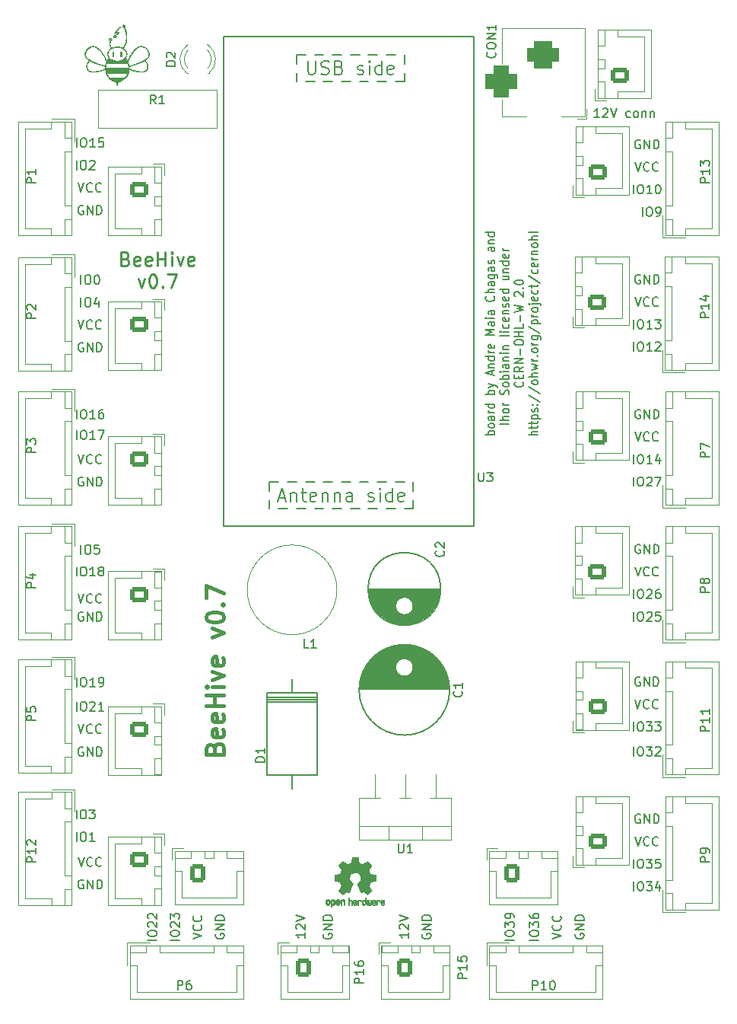
<source format=gto>
G04 #@! TF.GenerationSoftware,KiCad,Pcbnew,(6.0.7)*
G04 #@! TF.CreationDate,2023-05-03T18:48:37+01:00*
G04 #@! TF.ProjectId,beehive,62656568-6976-4652-9e6b-696361645f70,rev?*
G04 #@! TF.SameCoordinates,Original*
G04 #@! TF.FileFunction,Legend,Top*
G04 #@! TF.FilePolarity,Positive*
%FSLAX46Y46*%
G04 Gerber Fmt 4.6, Leading zero omitted, Abs format (unit mm)*
G04 Created by KiCad (PCBNEW (6.0.7)) date 2023-05-03 18:48:37*
%MOMM*%
%LPD*%
G01*
G04 APERTURE LIST*
G04 Aperture macros list*
%AMRoundRect*
0 Rectangle with rounded corners*
0 $1 Rounding radius*
0 $2 $3 $4 $5 $6 $7 $8 $9 X,Y pos of 4 corners*
0 Add a 4 corners polygon primitive as box body*
4,1,4,$2,$3,$4,$5,$6,$7,$8,$9,$2,$3,0*
0 Add four circle primitives for the rounded corners*
1,1,$1+$1,$2,$3*
1,1,$1+$1,$4,$5*
1,1,$1+$1,$6,$7*
1,1,$1+$1,$8,$9*
0 Add four rect primitives between the rounded corners*
20,1,$1+$1,$2,$3,$4,$5,0*
20,1,$1+$1,$4,$5,$6,$7,0*
20,1,$1+$1,$6,$7,$8,$9,0*
20,1,$1+$1,$8,$9,$2,$3,0*%
G04 Aperture macros list end*
%ADD10C,0.150000*%
%ADD11C,0.250000*%
%ADD12C,0.400000*%
%ADD13C,0.120000*%
%ADD14C,0.010000*%
%ADD15C,0.127000*%
%ADD16C,3.200000*%
%ADD17R,1.750000X1.750000*%
%ADD18C,1.750000*%
%ADD19R,3.500000X3.500000*%
%ADD20RoundRect,0.750000X-1.000000X0.750000X-1.000000X-0.750000X1.000000X-0.750000X1.000000X0.750000X0*%
%ADD21RoundRect,0.875000X-0.875000X0.875000X-0.875000X-0.875000X0.875000X-0.875000X0.875000X0.875000X0*%
%ADD22C,1.800000*%
%ADD23R,1.300000X1.300000*%
%ADD24C,1.300000*%
%ADD25R,2.540000X2.540000*%
%ADD26C,2.540000*%
%ADD27RoundRect,0.250000X-0.600000X-0.750000X0.600000X-0.750000X0.600000X0.750000X-0.600000X0.750000X0*%
%ADD28O,1.700000X2.000000*%
%ADD29R,1.800000X1.800000*%
%ADD30O,1.800000X1.800000*%
%ADD31R,1.560000X1.560000*%
%ADD32C,1.560000*%
%ADD33C,2.000000*%
%ADD34RoundRect,0.250000X0.750000X-0.600000X0.750000X0.600000X-0.750000X0.600000X-0.750000X-0.600000X0*%
%ADD35O,2.000000X1.700000*%
%ADD36RoundRect,0.250000X-0.750000X0.600000X-0.750000X-0.600000X0.750000X-0.600000X0.750000X0.600000X0*%
G04 APERTURE END LIST*
D10*
X79000000Y-82000000D02*
X78000000Y-82000000D01*
X77000000Y-82000000D02*
X76000000Y-82000000D01*
X81000000Y-82000000D02*
X80000000Y-82000000D01*
X76000000Y-82000000D02*
X76000000Y-83000000D01*
X76000000Y-84000000D02*
X76000000Y-85000000D01*
X80000000Y-85000000D02*
X79000000Y-85000000D01*
X78000000Y-85000000D02*
X77000000Y-85000000D01*
X92000000Y-85000000D02*
X91000000Y-85000000D01*
X90000000Y-85000000D02*
X89000000Y-85000000D01*
X88000000Y-85000000D02*
X87000000Y-85000000D01*
X86000000Y-85000000D02*
X85000000Y-85000000D01*
X84000000Y-85000000D02*
X83000000Y-85000000D01*
X82000000Y-85000000D02*
X81000000Y-85000000D01*
X80000000Y-34500000D02*
X79000000Y-34500000D01*
X79000000Y-34500000D02*
X79000000Y-35500000D01*
X79000000Y-36500000D02*
X79000000Y-37500000D01*
X81000000Y-37500000D02*
X80000000Y-37500000D01*
X91000000Y-37500000D02*
X90000000Y-37500000D01*
X89000000Y-37500000D02*
X88000000Y-37500000D01*
X87000000Y-37500000D02*
X86000000Y-37500000D01*
X85000000Y-37500000D02*
X84000000Y-37500000D01*
X83000000Y-37500000D02*
X82000000Y-37500000D01*
X91000000Y-34500000D02*
X91000000Y-35500000D01*
X91000000Y-36500000D02*
X91000000Y-37500000D01*
X90000000Y-34500000D02*
X89000000Y-34500000D01*
X88000000Y-34500000D02*
X87000000Y-34500000D01*
X86000000Y-34500000D02*
X85000000Y-34500000D01*
X84000000Y-34500000D02*
X83000000Y-34500000D01*
X82000000Y-34500000D02*
X81000000Y-34500000D01*
X85000000Y-82000000D02*
X84000000Y-82000000D01*
X92000000Y-82000000D02*
X92000000Y-83000000D01*
X83000000Y-82000000D02*
X82000000Y-82000000D01*
X91000000Y-82000000D02*
X90000000Y-82000000D01*
X87000000Y-82000000D02*
X86000000Y-82000000D01*
X92000000Y-84000000D02*
X92000000Y-85000000D01*
X89000000Y-82000000D02*
X88000000Y-82000000D01*
X54666666Y-48752380D02*
X55000000Y-49752380D01*
X55333333Y-48752380D01*
X56238095Y-49657142D02*
X56190476Y-49704761D01*
X56047619Y-49752380D01*
X55952380Y-49752380D01*
X55809523Y-49704761D01*
X55714285Y-49609523D01*
X55666666Y-49514285D01*
X55619047Y-49323809D01*
X55619047Y-49180952D01*
X55666666Y-48990476D01*
X55714285Y-48895238D01*
X55809523Y-48800000D01*
X55952380Y-48752380D01*
X56047619Y-48752380D01*
X56190476Y-48800000D01*
X56238095Y-48847619D01*
X57238095Y-49657142D02*
X57190476Y-49704761D01*
X57047619Y-49752380D01*
X56952380Y-49752380D01*
X56809523Y-49704761D01*
X56714285Y-49609523D01*
X56666666Y-49514285D01*
X56619047Y-49323809D01*
X56619047Y-49180952D01*
X56666666Y-48990476D01*
X56714285Y-48895238D01*
X56809523Y-48800000D01*
X56952380Y-48752380D01*
X57047619Y-48752380D01*
X57190476Y-48800000D01*
X57238095Y-48847619D01*
X54523809Y-44752380D02*
X54523809Y-43752380D01*
X55190476Y-43752380D02*
X55380952Y-43752380D01*
X55476190Y-43800000D01*
X55571428Y-43895238D01*
X55619047Y-44085714D01*
X55619047Y-44419047D01*
X55571428Y-44609523D01*
X55476190Y-44704761D01*
X55380952Y-44752380D01*
X55190476Y-44752380D01*
X55095238Y-44704761D01*
X55000000Y-44609523D01*
X54952380Y-44419047D01*
X54952380Y-44085714D01*
X55000000Y-43895238D01*
X55095238Y-43800000D01*
X55190476Y-43752380D01*
X56571428Y-44752380D02*
X56000000Y-44752380D01*
X56285714Y-44752380D02*
X56285714Y-43752380D01*
X56190476Y-43895238D01*
X56095238Y-43990476D01*
X56000000Y-44038095D01*
X57476190Y-43752380D02*
X57000000Y-43752380D01*
X56952380Y-44228571D01*
X57000000Y-44180952D01*
X57095238Y-44133333D01*
X57333333Y-44133333D01*
X57428571Y-44180952D01*
X57476190Y-44228571D01*
X57523809Y-44323809D01*
X57523809Y-44561904D01*
X57476190Y-44657142D01*
X57428571Y-44704761D01*
X57333333Y-44752380D01*
X57095238Y-44752380D01*
X57000000Y-44704761D01*
X56952380Y-44657142D01*
X54500000Y-47252380D02*
X54500000Y-46252380D01*
X55166666Y-46252380D02*
X55357142Y-46252380D01*
X55452380Y-46300000D01*
X55547619Y-46395238D01*
X55595238Y-46585714D01*
X55595238Y-46919047D01*
X55547619Y-47109523D01*
X55452380Y-47204761D01*
X55357142Y-47252380D01*
X55166666Y-47252380D01*
X55071428Y-47204761D01*
X54976190Y-47109523D01*
X54928571Y-46919047D01*
X54928571Y-46585714D01*
X54976190Y-46395238D01*
X55071428Y-46300000D01*
X55166666Y-46252380D01*
X55976190Y-46347619D02*
X56023809Y-46300000D01*
X56119047Y-46252380D01*
X56357142Y-46252380D01*
X56452380Y-46300000D01*
X56500000Y-46347619D01*
X56547619Y-46442857D01*
X56547619Y-46538095D01*
X56500000Y-46680952D01*
X55928571Y-47252380D01*
X56547619Y-47252380D01*
X54666666Y-64002380D02*
X55000000Y-65002380D01*
X55333333Y-64002380D01*
X56238095Y-64907142D02*
X56190476Y-64954761D01*
X56047619Y-65002380D01*
X55952380Y-65002380D01*
X55809523Y-64954761D01*
X55714285Y-64859523D01*
X55666666Y-64764285D01*
X55619047Y-64573809D01*
X55619047Y-64430952D01*
X55666666Y-64240476D01*
X55714285Y-64145238D01*
X55809523Y-64050000D01*
X55952380Y-64002380D01*
X56047619Y-64002380D01*
X56190476Y-64050000D01*
X56238095Y-64097619D01*
X57238095Y-64907142D02*
X57190476Y-64954761D01*
X57047619Y-65002380D01*
X56952380Y-65002380D01*
X56809523Y-64954761D01*
X56714285Y-64859523D01*
X56666666Y-64764285D01*
X56619047Y-64573809D01*
X56619047Y-64430952D01*
X56666666Y-64240476D01*
X56714285Y-64145238D01*
X56809523Y-64050000D01*
X56952380Y-64002380D01*
X57047619Y-64002380D01*
X57190476Y-64050000D01*
X57238095Y-64097619D01*
X55238095Y-66550000D02*
X55142857Y-66502380D01*
X55000000Y-66502380D01*
X54857142Y-66550000D01*
X54761904Y-66645238D01*
X54714285Y-66740476D01*
X54666666Y-66930952D01*
X54666666Y-67073809D01*
X54714285Y-67264285D01*
X54761904Y-67359523D01*
X54857142Y-67454761D01*
X55000000Y-67502380D01*
X55095238Y-67502380D01*
X55238095Y-67454761D01*
X55285714Y-67407142D01*
X55285714Y-67073809D01*
X55095238Y-67073809D01*
X55714285Y-67502380D02*
X55714285Y-66502380D01*
X56285714Y-67502380D01*
X56285714Y-66502380D01*
X56761904Y-67502380D02*
X56761904Y-66502380D01*
X57000000Y-66502380D01*
X57142857Y-66550000D01*
X57238095Y-66645238D01*
X57285714Y-66740476D01*
X57333333Y-66930952D01*
X57333333Y-67073809D01*
X57285714Y-67264285D01*
X57238095Y-67359523D01*
X57142857Y-67454761D01*
X57000000Y-67502380D01*
X56761904Y-67502380D01*
X55000000Y-62502380D02*
X55000000Y-61502380D01*
X55666666Y-61502380D02*
X55857142Y-61502380D01*
X55952380Y-61550000D01*
X56047619Y-61645238D01*
X56095238Y-61835714D01*
X56095238Y-62169047D01*
X56047619Y-62359523D01*
X55952380Y-62454761D01*
X55857142Y-62502380D01*
X55666666Y-62502380D01*
X55571428Y-62454761D01*
X55476190Y-62359523D01*
X55428571Y-62169047D01*
X55428571Y-61835714D01*
X55476190Y-61645238D01*
X55571428Y-61550000D01*
X55666666Y-61502380D01*
X56952380Y-61835714D02*
X56952380Y-62502380D01*
X56714285Y-61454761D02*
X56476190Y-62169047D01*
X57095238Y-62169047D01*
X55000000Y-60002380D02*
X55000000Y-59002380D01*
X55666666Y-59002380D02*
X55857142Y-59002380D01*
X55952380Y-59050000D01*
X56047619Y-59145238D01*
X56095238Y-59335714D01*
X56095238Y-59669047D01*
X56047619Y-59859523D01*
X55952380Y-59954761D01*
X55857142Y-60002380D01*
X55666666Y-60002380D01*
X55571428Y-59954761D01*
X55476190Y-59859523D01*
X55428571Y-59669047D01*
X55428571Y-59335714D01*
X55476190Y-59145238D01*
X55571428Y-59050000D01*
X55666666Y-59002380D01*
X56714285Y-59002380D02*
X56809523Y-59002380D01*
X56904761Y-59050000D01*
X56952380Y-59097619D01*
X57000000Y-59192857D01*
X57047619Y-59383333D01*
X57047619Y-59621428D01*
X57000000Y-59811904D01*
X56952380Y-59907142D01*
X56904761Y-59954761D01*
X56809523Y-60002380D01*
X56714285Y-60002380D01*
X56619047Y-59954761D01*
X56571428Y-59907142D01*
X56523809Y-59811904D01*
X56476190Y-59621428D01*
X56476190Y-59383333D01*
X56523809Y-59192857D01*
X56571428Y-59097619D01*
X56619047Y-59050000D01*
X56714285Y-59002380D01*
X65952380Y-132976190D02*
X64952380Y-132976190D01*
X64952380Y-132309523D02*
X64952380Y-132119047D01*
X65000000Y-132023809D01*
X65095238Y-131928571D01*
X65285714Y-131880952D01*
X65619047Y-131880952D01*
X65809523Y-131928571D01*
X65904761Y-132023809D01*
X65952380Y-132119047D01*
X65952380Y-132309523D01*
X65904761Y-132404761D01*
X65809523Y-132500000D01*
X65619047Y-132547619D01*
X65285714Y-132547619D01*
X65095238Y-132500000D01*
X65000000Y-132404761D01*
X64952380Y-132309523D01*
X65047619Y-131500000D02*
X65000000Y-131452380D01*
X64952380Y-131357142D01*
X64952380Y-131119047D01*
X65000000Y-131023809D01*
X65047619Y-130976190D01*
X65142857Y-130928571D01*
X65238095Y-130928571D01*
X65380952Y-130976190D01*
X65952380Y-131547619D01*
X65952380Y-130928571D01*
X64952380Y-130595238D02*
X64952380Y-129976190D01*
X65333333Y-130309523D01*
X65333333Y-130166666D01*
X65380952Y-130071428D01*
X65428571Y-130023809D01*
X65523809Y-129976190D01*
X65761904Y-129976190D01*
X65857142Y-130023809D01*
X65904761Y-130071428D01*
X65952380Y-130166666D01*
X65952380Y-130452380D01*
X65904761Y-130547619D01*
X65857142Y-130595238D01*
X63452380Y-132976190D02*
X62452380Y-132976190D01*
X62452380Y-132309523D02*
X62452380Y-132119047D01*
X62500000Y-132023809D01*
X62595238Y-131928571D01*
X62785714Y-131880952D01*
X63119047Y-131880952D01*
X63309523Y-131928571D01*
X63404761Y-132023809D01*
X63452380Y-132119047D01*
X63452380Y-132309523D01*
X63404761Y-132404761D01*
X63309523Y-132500000D01*
X63119047Y-132547619D01*
X62785714Y-132547619D01*
X62595238Y-132500000D01*
X62500000Y-132404761D01*
X62452380Y-132309523D01*
X62547619Y-131500000D02*
X62500000Y-131452380D01*
X62452380Y-131357142D01*
X62452380Y-131119047D01*
X62500000Y-131023809D01*
X62547619Y-130976190D01*
X62642857Y-130928571D01*
X62738095Y-130928571D01*
X62880952Y-130976190D01*
X63452380Y-131547619D01*
X63452380Y-130928571D01*
X62547619Y-130547619D02*
X62500000Y-130500000D01*
X62452380Y-130404761D01*
X62452380Y-130166666D01*
X62500000Y-130071428D01*
X62547619Y-130023809D01*
X62642857Y-129976190D01*
X62738095Y-129976190D01*
X62880952Y-130023809D01*
X63452380Y-130595238D01*
X63452380Y-129976190D01*
X54523809Y-107452380D02*
X54523809Y-106452380D01*
X55190476Y-106452380D02*
X55380952Y-106452380D01*
X55476190Y-106500000D01*
X55571428Y-106595238D01*
X55619047Y-106785714D01*
X55619047Y-107119047D01*
X55571428Y-107309523D01*
X55476190Y-107404761D01*
X55380952Y-107452380D01*
X55190476Y-107452380D01*
X55095238Y-107404761D01*
X55000000Y-107309523D01*
X54952380Y-107119047D01*
X54952380Y-106785714D01*
X55000000Y-106595238D01*
X55095238Y-106500000D01*
X55190476Y-106452380D01*
X56000000Y-106547619D02*
X56047619Y-106500000D01*
X56142857Y-106452380D01*
X56380952Y-106452380D01*
X56476190Y-106500000D01*
X56523809Y-106547619D01*
X56571428Y-106642857D01*
X56571428Y-106738095D01*
X56523809Y-106880952D01*
X55952380Y-107452380D01*
X56571428Y-107452380D01*
X57523809Y-107452380D02*
X56952380Y-107452380D01*
X57238095Y-107452380D02*
X57238095Y-106452380D01*
X57142857Y-106595238D01*
X57047619Y-106690476D01*
X56952380Y-106738095D01*
X54523809Y-104752380D02*
X54523809Y-103752380D01*
X55190476Y-103752380D02*
X55380952Y-103752380D01*
X55476190Y-103800000D01*
X55571428Y-103895238D01*
X55619047Y-104085714D01*
X55619047Y-104419047D01*
X55571428Y-104609523D01*
X55476190Y-104704761D01*
X55380952Y-104752380D01*
X55190476Y-104752380D01*
X55095238Y-104704761D01*
X55000000Y-104609523D01*
X54952380Y-104419047D01*
X54952380Y-104085714D01*
X55000000Y-103895238D01*
X55095238Y-103800000D01*
X55190476Y-103752380D01*
X56571428Y-104752380D02*
X56000000Y-104752380D01*
X56285714Y-104752380D02*
X56285714Y-103752380D01*
X56190476Y-103895238D01*
X56095238Y-103990476D01*
X56000000Y-104038095D01*
X57047619Y-104752380D02*
X57238095Y-104752380D01*
X57333333Y-104704761D01*
X57380952Y-104657142D01*
X57476190Y-104514285D01*
X57523809Y-104323809D01*
X57523809Y-103942857D01*
X57476190Y-103847619D01*
X57428571Y-103800000D01*
X57333333Y-103752380D01*
X57142857Y-103752380D01*
X57047619Y-103800000D01*
X57000000Y-103847619D01*
X56952380Y-103942857D01*
X56952380Y-104180952D01*
X57000000Y-104276190D01*
X57047619Y-104323809D01*
X57142857Y-104371428D01*
X57333333Y-104371428D01*
X57428571Y-104323809D01*
X57476190Y-104276190D01*
X57523809Y-104180952D01*
X116523809Y-97452380D02*
X116523809Y-96452380D01*
X117190476Y-96452380D02*
X117380952Y-96452380D01*
X117476190Y-96500000D01*
X117571428Y-96595238D01*
X117619047Y-96785714D01*
X117619047Y-97119047D01*
X117571428Y-97309523D01*
X117476190Y-97404761D01*
X117380952Y-97452380D01*
X117190476Y-97452380D01*
X117095238Y-97404761D01*
X117000000Y-97309523D01*
X116952380Y-97119047D01*
X116952380Y-96785714D01*
X117000000Y-96595238D01*
X117095238Y-96500000D01*
X117190476Y-96452380D01*
X118000000Y-96547619D02*
X118047619Y-96500000D01*
X118142857Y-96452380D01*
X118380952Y-96452380D01*
X118476190Y-96500000D01*
X118523809Y-96547619D01*
X118571428Y-96642857D01*
X118571428Y-96738095D01*
X118523809Y-96880952D01*
X117952380Y-97452380D01*
X118571428Y-97452380D01*
X119476190Y-96452380D02*
X119000000Y-96452380D01*
X118952380Y-96928571D01*
X119000000Y-96880952D01*
X119095238Y-96833333D01*
X119333333Y-96833333D01*
X119428571Y-96880952D01*
X119476190Y-96928571D01*
X119523809Y-97023809D01*
X119523809Y-97261904D01*
X119476190Y-97357142D01*
X119428571Y-97404761D01*
X119333333Y-97452380D01*
X119095238Y-97452380D01*
X119000000Y-97404761D01*
X118952380Y-97357142D01*
X116523809Y-94952380D02*
X116523809Y-93952380D01*
X117190476Y-93952380D02*
X117380952Y-93952380D01*
X117476190Y-94000000D01*
X117571428Y-94095238D01*
X117619047Y-94285714D01*
X117619047Y-94619047D01*
X117571428Y-94809523D01*
X117476190Y-94904761D01*
X117380952Y-94952380D01*
X117190476Y-94952380D01*
X117095238Y-94904761D01*
X117000000Y-94809523D01*
X116952380Y-94619047D01*
X116952380Y-94285714D01*
X117000000Y-94095238D01*
X117095238Y-94000000D01*
X117190476Y-93952380D01*
X118000000Y-94047619D02*
X118047619Y-94000000D01*
X118142857Y-93952380D01*
X118380952Y-93952380D01*
X118476190Y-94000000D01*
X118523809Y-94047619D01*
X118571428Y-94142857D01*
X118571428Y-94238095D01*
X118523809Y-94380952D01*
X117952380Y-94952380D01*
X118571428Y-94952380D01*
X119428571Y-93952380D02*
X119238095Y-93952380D01*
X119142857Y-94000000D01*
X119095238Y-94047619D01*
X119000000Y-94190476D01*
X118952380Y-94380952D01*
X118952380Y-94761904D01*
X119000000Y-94857142D01*
X119047619Y-94904761D01*
X119142857Y-94952380D01*
X119333333Y-94952380D01*
X119428571Y-94904761D01*
X119476190Y-94857142D01*
X119523809Y-94761904D01*
X119523809Y-94523809D01*
X119476190Y-94428571D01*
X119428571Y-94380952D01*
X119333333Y-94333333D01*
X119142857Y-94333333D01*
X119047619Y-94380952D01*
X119000000Y-94428571D01*
X118952380Y-94523809D01*
X116523809Y-82452380D02*
X116523809Y-81452380D01*
X117190476Y-81452380D02*
X117380952Y-81452380D01*
X117476190Y-81500000D01*
X117571428Y-81595238D01*
X117619047Y-81785714D01*
X117619047Y-82119047D01*
X117571428Y-82309523D01*
X117476190Y-82404761D01*
X117380952Y-82452380D01*
X117190476Y-82452380D01*
X117095238Y-82404761D01*
X117000000Y-82309523D01*
X116952380Y-82119047D01*
X116952380Y-81785714D01*
X117000000Y-81595238D01*
X117095238Y-81500000D01*
X117190476Y-81452380D01*
X118000000Y-81547619D02*
X118047619Y-81500000D01*
X118142857Y-81452380D01*
X118380952Y-81452380D01*
X118476190Y-81500000D01*
X118523809Y-81547619D01*
X118571428Y-81642857D01*
X118571428Y-81738095D01*
X118523809Y-81880952D01*
X117952380Y-82452380D01*
X118571428Y-82452380D01*
X118904761Y-81452380D02*
X119571428Y-81452380D01*
X119142857Y-82452380D01*
X116523809Y-79952380D02*
X116523809Y-78952380D01*
X117190476Y-78952380D02*
X117380952Y-78952380D01*
X117476190Y-79000000D01*
X117571428Y-79095238D01*
X117619047Y-79285714D01*
X117619047Y-79619047D01*
X117571428Y-79809523D01*
X117476190Y-79904761D01*
X117380952Y-79952380D01*
X117190476Y-79952380D01*
X117095238Y-79904761D01*
X117000000Y-79809523D01*
X116952380Y-79619047D01*
X116952380Y-79285714D01*
X117000000Y-79095238D01*
X117095238Y-79000000D01*
X117190476Y-78952380D01*
X118571428Y-79952380D02*
X118000000Y-79952380D01*
X118285714Y-79952380D02*
X118285714Y-78952380D01*
X118190476Y-79095238D01*
X118095238Y-79190476D01*
X118000000Y-79238095D01*
X119428571Y-79285714D02*
X119428571Y-79952380D01*
X119190476Y-78904761D02*
X118952380Y-79619047D01*
X119571428Y-79619047D01*
X116523809Y-127452380D02*
X116523809Y-126452380D01*
X117190476Y-126452380D02*
X117380952Y-126452380D01*
X117476190Y-126500000D01*
X117571428Y-126595238D01*
X117619047Y-126785714D01*
X117619047Y-127119047D01*
X117571428Y-127309523D01*
X117476190Y-127404761D01*
X117380952Y-127452380D01*
X117190476Y-127452380D01*
X117095238Y-127404761D01*
X117000000Y-127309523D01*
X116952380Y-127119047D01*
X116952380Y-126785714D01*
X117000000Y-126595238D01*
X117095238Y-126500000D01*
X117190476Y-126452380D01*
X117952380Y-126452380D02*
X118571428Y-126452380D01*
X118238095Y-126833333D01*
X118380952Y-126833333D01*
X118476190Y-126880952D01*
X118523809Y-126928571D01*
X118571428Y-127023809D01*
X118571428Y-127261904D01*
X118523809Y-127357142D01*
X118476190Y-127404761D01*
X118380952Y-127452380D01*
X118095238Y-127452380D01*
X118000000Y-127404761D01*
X117952380Y-127357142D01*
X119428571Y-126785714D02*
X119428571Y-127452380D01*
X119190476Y-126404761D02*
X118952380Y-127119047D01*
X119571428Y-127119047D01*
X116523809Y-124952380D02*
X116523809Y-123952380D01*
X117190476Y-123952380D02*
X117380952Y-123952380D01*
X117476190Y-124000000D01*
X117571428Y-124095238D01*
X117619047Y-124285714D01*
X117619047Y-124619047D01*
X117571428Y-124809523D01*
X117476190Y-124904761D01*
X117380952Y-124952380D01*
X117190476Y-124952380D01*
X117095238Y-124904761D01*
X117000000Y-124809523D01*
X116952380Y-124619047D01*
X116952380Y-124285714D01*
X117000000Y-124095238D01*
X117095238Y-124000000D01*
X117190476Y-123952380D01*
X117952380Y-123952380D02*
X118571428Y-123952380D01*
X118238095Y-124333333D01*
X118380952Y-124333333D01*
X118476190Y-124380952D01*
X118523809Y-124428571D01*
X118571428Y-124523809D01*
X118571428Y-124761904D01*
X118523809Y-124857142D01*
X118476190Y-124904761D01*
X118380952Y-124952380D01*
X118095238Y-124952380D01*
X118000000Y-124904761D01*
X117952380Y-124857142D01*
X119476190Y-123952380D02*
X119000000Y-123952380D01*
X118952380Y-124428571D01*
X119000000Y-124380952D01*
X119095238Y-124333333D01*
X119333333Y-124333333D01*
X119428571Y-124380952D01*
X119476190Y-124428571D01*
X119523809Y-124523809D01*
X119523809Y-124761904D01*
X119476190Y-124857142D01*
X119428571Y-124904761D01*
X119333333Y-124952380D01*
X119095238Y-124952380D01*
X119000000Y-124904761D01*
X118952380Y-124857142D01*
X117238095Y-119000000D02*
X117142857Y-118952380D01*
X117000000Y-118952380D01*
X116857142Y-119000000D01*
X116761904Y-119095238D01*
X116714285Y-119190476D01*
X116666666Y-119380952D01*
X116666666Y-119523809D01*
X116714285Y-119714285D01*
X116761904Y-119809523D01*
X116857142Y-119904761D01*
X117000000Y-119952380D01*
X117095238Y-119952380D01*
X117238095Y-119904761D01*
X117285714Y-119857142D01*
X117285714Y-119523809D01*
X117095238Y-119523809D01*
X117714285Y-119952380D02*
X117714285Y-118952380D01*
X118285714Y-119952380D01*
X118285714Y-118952380D01*
X118761904Y-119952380D02*
X118761904Y-118952380D01*
X119000000Y-118952380D01*
X119142857Y-119000000D01*
X119238095Y-119095238D01*
X119285714Y-119190476D01*
X119333333Y-119380952D01*
X119333333Y-119523809D01*
X119285714Y-119714285D01*
X119238095Y-119809523D01*
X119142857Y-119904761D01*
X119000000Y-119952380D01*
X118761904Y-119952380D01*
X116666666Y-121452380D02*
X117000000Y-122452380D01*
X117333333Y-121452380D01*
X118238095Y-122357142D02*
X118190476Y-122404761D01*
X118047619Y-122452380D01*
X117952380Y-122452380D01*
X117809523Y-122404761D01*
X117714285Y-122309523D01*
X117666666Y-122214285D01*
X117619047Y-122023809D01*
X117619047Y-121880952D01*
X117666666Y-121690476D01*
X117714285Y-121595238D01*
X117809523Y-121500000D01*
X117952380Y-121452380D01*
X118047619Y-121452380D01*
X118190476Y-121500000D01*
X118238095Y-121547619D01*
X119238095Y-122357142D02*
X119190476Y-122404761D01*
X119047619Y-122452380D01*
X118952380Y-122452380D01*
X118809523Y-122404761D01*
X118714285Y-122309523D01*
X118666666Y-122214285D01*
X118619047Y-122023809D01*
X118619047Y-121880952D01*
X118666666Y-121690476D01*
X118714285Y-121595238D01*
X118809523Y-121500000D01*
X118952380Y-121452380D01*
X119047619Y-121452380D01*
X119190476Y-121500000D01*
X119238095Y-121547619D01*
X116523809Y-109702380D02*
X116523809Y-108702380D01*
X117190476Y-108702380D02*
X117380952Y-108702380D01*
X117476190Y-108750000D01*
X117571428Y-108845238D01*
X117619047Y-109035714D01*
X117619047Y-109369047D01*
X117571428Y-109559523D01*
X117476190Y-109654761D01*
X117380952Y-109702380D01*
X117190476Y-109702380D01*
X117095238Y-109654761D01*
X117000000Y-109559523D01*
X116952380Y-109369047D01*
X116952380Y-109035714D01*
X117000000Y-108845238D01*
X117095238Y-108750000D01*
X117190476Y-108702380D01*
X117952380Y-108702380D02*
X118571428Y-108702380D01*
X118238095Y-109083333D01*
X118380952Y-109083333D01*
X118476190Y-109130952D01*
X118523809Y-109178571D01*
X118571428Y-109273809D01*
X118571428Y-109511904D01*
X118523809Y-109607142D01*
X118476190Y-109654761D01*
X118380952Y-109702380D01*
X118095238Y-109702380D01*
X118000000Y-109654761D01*
X117952380Y-109607142D01*
X118904761Y-108702380D02*
X119523809Y-108702380D01*
X119190476Y-109083333D01*
X119333333Y-109083333D01*
X119428571Y-109130952D01*
X119476190Y-109178571D01*
X119523809Y-109273809D01*
X119523809Y-109511904D01*
X119476190Y-109607142D01*
X119428571Y-109654761D01*
X119333333Y-109702380D01*
X119047619Y-109702380D01*
X118952380Y-109654761D01*
X118904761Y-109607142D01*
X116523809Y-112452380D02*
X116523809Y-111452380D01*
X117190476Y-111452380D02*
X117380952Y-111452380D01*
X117476190Y-111500000D01*
X117571428Y-111595238D01*
X117619047Y-111785714D01*
X117619047Y-112119047D01*
X117571428Y-112309523D01*
X117476190Y-112404761D01*
X117380952Y-112452380D01*
X117190476Y-112452380D01*
X117095238Y-112404761D01*
X117000000Y-112309523D01*
X116952380Y-112119047D01*
X116952380Y-111785714D01*
X117000000Y-111595238D01*
X117095238Y-111500000D01*
X117190476Y-111452380D01*
X117952380Y-111452380D02*
X118571428Y-111452380D01*
X118238095Y-111833333D01*
X118380952Y-111833333D01*
X118476190Y-111880952D01*
X118523809Y-111928571D01*
X118571428Y-112023809D01*
X118571428Y-112261904D01*
X118523809Y-112357142D01*
X118476190Y-112404761D01*
X118380952Y-112452380D01*
X118095238Y-112452380D01*
X118000000Y-112404761D01*
X117952380Y-112357142D01*
X118952380Y-111547619D02*
X119000000Y-111500000D01*
X119095238Y-111452380D01*
X119333333Y-111452380D01*
X119428571Y-111500000D01*
X119476190Y-111547619D01*
X119523809Y-111642857D01*
X119523809Y-111738095D01*
X119476190Y-111880952D01*
X118904761Y-112452380D01*
X119523809Y-112452380D01*
X116641666Y-106202380D02*
X116975000Y-107202380D01*
X117308333Y-106202380D01*
X118213095Y-107107142D02*
X118165476Y-107154761D01*
X118022619Y-107202380D01*
X117927380Y-107202380D01*
X117784523Y-107154761D01*
X117689285Y-107059523D01*
X117641666Y-106964285D01*
X117594047Y-106773809D01*
X117594047Y-106630952D01*
X117641666Y-106440476D01*
X117689285Y-106345238D01*
X117784523Y-106250000D01*
X117927380Y-106202380D01*
X118022619Y-106202380D01*
X118165476Y-106250000D01*
X118213095Y-106297619D01*
X119213095Y-107107142D02*
X119165476Y-107154761D01*
X119022619Y-107202380D01*
X118927380Y-107202380D01*
X118784523Y-107154761D01*
X118689285Y-107059523D01*
X118641666Y-106964285D01*
X118594047Y-106773809D01*
X118594047Y-106630952D01*
X118641666Y-106440476D01*
X118689285Y-106345238D01*
X118784523Y-106250000D01*
X118927380Y-106202380D01*
X119022619Y-106202380D01*
X119165476Y-106250000D01*
X119213095Y-106297619D01*
X117238095Y-44000000D02*
X117142857Y-43952380D01*
X117000000Y-43952380D01*
X116857142Y-44000000D01*
X116761904Y-44095238D01*
X116714285Y-44190476D01*
X116666666Y-44380952D01*
X116666666Y-44523809D01*
X116714285Y-44714285D01*
X116761904Y-44809523D01*
X116857142Y-44904761D01*
X117000000Y-44952380D01*
X117095238Y-44952380D01*
X117238095Y-44904761D01*
X117285714Y-44857142D01*
X117285714Y-44523809D01*
X117095238Y-44523809D01*
X117714285Y-44952380D02*
X117714285Y-43952380D01*
X118285714Y-44952380D01*
X118285714Y-43952380D01*
X118761904Y-44952380D02*
X118761904Y-43952380D01*
X119000000Y-43952380D01*
X119142857Y-44000000D01*
X119238095Y-44095238D01*
X119285714Y-44190476D01*
X119333333Y-44380952D01*
X119333333Y-44523809D01*
X119285714Y-44714285D01*
X119238095Y-44809523D01*
X119142857Y-44904761D01*
X119000000Y-44952380D01*
X118761904Y-44952380D01*
X116666666Y-46452380D02*
X117000000Y-47452380D01*
X117333333Y-46452380D01*
X118238095Y-47357142D02*
X118190476Y-47404761D01*
X118047619Y-47452380D01*
X117952380Y-47452380D01*
X117809523Y-47404761D01*
X117714285Y-47309523D01*
X117666666Y-47214285D01*
X117619047Y-47023809D01*
X117619047Y-46880952D01*
X117666666Y-46690476D01*
X117714285Y-46595238D01*
X117809523Y-46500000D01*
X117952380Y-46452380D01*
X118047619Y-46452380D01*
X118190476Y-46500000D01*
X118238095Y-46547619D01*
X119238095Y-47357142D02*
X119190476Y-47404761D01*
X119047619Y-47452380D01*
X118952380Y-47452380D01*
X118809523Y-47404761D01*
X118714285Y-47309523D01*
X118666666Y-47214285D01*
X118619047Y-47023809D01*
X118619047Y-46880952D01*
X118666666Y-46690476D01*
X118714285Y-46595238D01*
X118809523Y-46500000D01*
X118952380Y-46452380D01*
X119047619Y-46452380D01*
X119190476Y-46500000D01*
X119238095Y-46547619D01*
X116523809Y-49952380D02*
X116523809Y-48952380D01*
X117190476Y-48952380D02*
X117380952Y-48952380D01*
X117476190Y-49000000D01*
X117571428Y-49095238D01*
X117619047Y-49285714D01*
X117619047Y-49619047D01*
X117571428Y-49809523D01*
X117476190Y-49904761D01*
X117380952Y-49952380D01*
X117190476Y-49952380D01*
X117095238Y-49904761D01*
X117000000Y-49809523D01*
X116952380Y-49619047D01*
X116952380Y-49285714D01*
X117000000Y-49095238D01*
X117095238Y-49000000D01*
X117190476Y-48952380D01*
X118571428Y-49952380D02*
X118000000Y-49952380D01*
X118285714Y-49952380D02*
X118285714Y-48952380D01*
X118190476Y-49095238D01*
X118095238Y-49190476D01*
X118000000Y-49238095D01*
X119190476Y-48952380D02*
X119285714Y-48952380D01*
X119380952Y-49000000D01*
X119428571Y-49047619D01*
X119476190Y-49142857D01*
X119523809Y-49333333D01*
X119523809Y-49571428D01*
X119476190Y-49761904D01*
X119428571Y-49857142D01*
X119380952Y-49904761D01*
X119285714Y-49952380D01*
X119190476Y-49952380D01*
X119095238Y-49904761D01*
X119047619Y-49857142D01*
X119000000Y-49761904D01*
X118952380Y-49571428D01*
X118952380Y-49333333D01*
X119000000Y-49142857D01*
X119047619Y-49047619D01*
X119095238Y-49000000D01*
X119190476Y-48952380D01*
X117500000Y-52452380D02*
X117500000Y-51452380D01*
X118166666Y-51452380D02*
X118357142Y-51452380D01*
X118452380Y-51500000D01*
X118547619Y-51595238D01*
X118595238Y-51785714D01*
X118595238Y-52119047D01*
X118547619Y-52309523D01*
X118452380Y-52404761D01*
X118357142Y-52452380D01*
X118166666Y-52452380D01*
X118071428Y-52404761D01*
X117976190Y-52309523D01*
X117928571Y-52119047D01*
X117928571Y-51785714D01*
X117976190Y-51595238D01*
X118071428Y-51500000D01*
X118166666Y-51452380D01*
X119071428Y-52452380D02*
X119261904Y-52452380D01*
X119357142Y-52404761D01*
X119404761Y-52357142D01*
X119500000Y-52214285D01*
X119547619Y-52023809D01*
X119547619Y-51642857D01*
X119500000Y-51547619D01*
X119452380Y-51500000D01*
X119357142Y-51452380D01*
X119166666Y-51452380D01*
X119071428Y-51500000D01*
X119023809Y-51547619D01*
X118976190Y-51642857D01*
X118976190Y-51880952D01*
X119023809Y-51976190D01*
X119071428Y-52023809D01*
X119166666Y-52071428D01*
X119357142Y-52071428D01*
X119452380Y-52023809D01*
X119500000Y-51976190D01*
X119547619Y-51880952D01*
X82000000Y-132261904D02*
X81952380Y-132357142D01*
X81952380Y-132500000D01*
X82000000Y-132642857D01*
X82095238Y-132738095D01*
X82190476Y-132785714D01*
X82380952Y-132833333D01*
X82523809Y-132833333D01*
X82714285Y-132785714D01*
X82809523Y-132738095D01*
X82904761Y-132642857D01*
X82952380Y-132500000D01*
X82952380Y-132404761D01*
X82904761Y-132261904D01*
X82857142Y-132214285D01*
X82523809Y-132214285D01*
X82523809Y-132404761D01*
X82952380Y-131785714D02*
X81952380Y-131785714D01*
X82952380Y-131214285D01*
X81952380Y-131214285D01*
X82952380Y-130738095D02*
X81952380Y-130738095D01*
X81952380Y-130500000D01*
X82000000Y-130357142D01*
X82095238Y-130261904D01*
X82190476Y-130214285D01*
X82380952Y-130166666D01*
X82523809Y-130166666D01*
X82714285Y-130214285D01*
X82809523Y-130261904D01*
X82904761Y-130357142D01*
X82952380Y-130500000D01*
X82952380Y-130738095D01*
X54500000Y-119452380D02*
X54500000Y-118452380D01*
X55166666Y-118452380D02*
X55357142Y-118452380D01*
X55452380Y-118500000D01*
X55547619Y-118595238D01*
X55595238Y-118785714D01*
X55595238Y-119119047D01*
X55547619Y-119309523D01*
X55452380Y-119404761D01*
X55357142Y-119452380D01*
X55166666Y-119452380D01*
X55071428Y-119404761D01*
X54976190Y-119309523D01*
X54928571Y-119119047D01*
X54928571Y-118785714D01*
X54976190Y-118595238D01*
X55071428Y-118500000D01*
X55166666Y-118452380D01*
X55928571Y-118452380D02*
X56547619Y-118452380D01*
X56214285Y-118833333D01*
X56357142Y-118833333D01*
X56452380Y-118880952D01*
X56500000Y-118928571D01*
X56547619Y-119023809D01*
X56547619Y-119261904D01*
X56500000Y-119357142D01*
X56452380Y-119404761D01*
X56357142Y-119452380D01*
X56071428Y-119452380D01*
X55976190Y-119404761D01*
X55928571Y-119357142D01*
X79952380Y-132119047D02*
X79952380Y-132690476D01*
X79952380Y-132404761D02*
X78952380Y-132404761D01*
X79095238Y-132500000D01*
X79190476Y-132595238D01*
X79238095Y-132690476D01*
X79047619Y-131738095D02*
X79000000Y-131690476D01*
X78952380Y-131595238D01*
X78952380Y-131357142D01*
X79000000Y-131261904D01*
X79047619Y-131214285D01*
X79142857Y-131166666D01*
X79238095Y-131166666D01*
X79380952Y-131214285D01*
X79952380Y-131785714D01*
X79952380Y-131166666D01*
X78952380Y-130880952D02*
X79952380Y-130547619D01*
X78952380Y-130214285D01*
X54500000Y-121952380D02*
X54500000Y-120952380D01*
X55166666Y-120952380D02*
X55357142Y-120952380D01*
X55452380Y-121000000D01*
X55547619Y-121095238D01*
X55595238Y-121285714D01*
X55595238Y-121619047D01*
X55547619Y-121809523D01*
X55452380Y-121904761D01*
X55357142Y-121952380D01*
X55166666Y-121952380D01*
X55071428Y-121904761D01*
X54976190Y-121809523D01*
X54928571Y-121619047D01*
X54928571Y-121285714D01*
X54976190Y-121095238D01*
X55071428Y-121000000D01*
X55166666Y-120952380D01*
X56547619Y-121952380D02*
X55976190Y-121952380D01*
X56261904Y-121952380D02*
X56261904Y-120952380D01*
X56166666Y-121095238D01*
X56071428Y-121190476D01*
X55976190Y-121238095D01*
X116666666Y-76452380D02*
X117000000Y-77452380D01*
X117333333Y-76452380D01*
X118238095Y-77357142D02*
X118190476Y-77404761D01*
X118047619Y-77452380D01*
X117952380Y-77452380D01*
X117809523Y-77404761D01*
X117714285Y-77309523D01*
X117666666Y-77214285D01*
X117619047Y-77023809D01*
X117619047Y-76880952D01*
X117666666Y-76690476D01*
X117714285Y-76595238D01*
X117809523Y-76500000D01*
X117952380Y-76452380D01*
X118047619Y-76452380D01*
X118190476Y-76500000D01*
X118238095Y-76547619D01*
X119238095Y-77357142D02*
X119190476Y-77404761D01*
X119047619Y-77452380D01*
X118952380Y-77452380D01*
X118809523Y-77404761D01*
X118714285Y-77309523D01*
X118666666Y-77214285D01*
X118619047Y-77023809D01*
X118619047Y-76880952D01*
X118666666Y-76690476D01*
X118714285Y-76595238D01*
X118809523Y-76500000D01*
X118952380Y-76452380D01*
X119047619Y-76452380D01*
X119190476Y-76500000D01*
X119238095Y-76547619D01*
X117238095Y-89000000D02*
X117142857Y-88952380D01*
X117000000Y-88952380D01*
X116857142Y-89000000D01*
X116761904Y-89095238D01*
X116714285Y-89190476D01*
X116666666Y-89380952D01*
X116666666Y-89523809D01*
X116714285Y-89714285D01*
X116761904Y-89809523D01*
X116857142Y-89904761D01*
X117000000Y-89952380D01*
X117095238Y-89952380D01*
X117238095Y-89904761D01*
X117285714Y-89857142D01*
X117285714Y-89523809D01*
X117095238Y-89523809D01*
X117714285Y-89952380D02*
X117714285Y-88952380D01*
X118285714Y-89952380D01*
X118285714Y-88952380D01*
X118761904Y-89952380D02*
X118761904Y-88952380D01*
X119000000Y-88952380D01*
X119142857Y-89000000D01*
X119238095Y-89095238D01*
X119285714Y-89190476D01*
X119333333Y-89380952D01*
X119333333Y-89523809D01*
X119285714Y-89714285D01*
X119238095Y-89809523D01*
X119142857Y-89904761D01*
X119000000Y-89952380D01*
X118761904Y-89952380D01*
X116666666Y-91452380D02*
X117000000Y-92452380D01*
X117333333Y-91452380D01*
X118238095Y-92357142D02*
X118190476Y-92404761D01*
X118047619Y-92452380D01*
X117952380Y-92452380D01*
X117809523Y-92404761D01*
X117714285Y-92309523D01*
X117666666Y-92214285D01*
X117619047Y-92023809D01*
X117619047Y-91880952D01*
X117666666Y-91690476D01*
X117714285Y-91595238D01*
X117809523Y-91500000D01*
X117952380Y-91452380D01*
X118047619Y-91452380D01*
X118190476Y-91500000D01*
X118238095Y-91547619D01*
X119238095Y-92357142D02*
X119190476Y-92404761D01*
X119047619Y-92452380D01*
X118952380Y-92452380D01*
X118809523Y-92404761D01*
X118714285Y-92309523D01*
X118666666Y-92214285D01*
X118619047Y-92023809D01*
X118619047Y-91880952D01*
X118666666Y-91690476D01*
X118714285Y-91595238D01*
X118809523Y-91500000D01*
X118952380Y-91452380D01*
X119047619Y-91452380D01*
X119190476Y-91500000D01*
X119238095Y-91547619D01*
X117238095Y-74000000D02*
X117142857Y-73952380D01*
X117000000Y-73952380D01*
X116857142Y-74000000D01*
X116761904Y-74095238D01*
X116714285Y-74190476D01*
X116666666Y-74380952D01*
X116666666Y-74523809D01*
X116714285Y-74714285D01*
X116761904Y-74809523D01*
X116857142Y-74904761D01*
X117000000Y-74952380D01*
X117095238Y-74952380D01*
X117238095Y-74904761D01*
X117285714Y-74857142D01*
X117285714Y-74523809D01*
X117095238Y-74523809D01*
X117714285Y-74952380D02*
X117714285Y-73952380D01*
X118285714Y-74952380D01*
X118285714Y-73952380D01*
X118761904Y-74952380D02*
X118761904Y-73952380D01*
X119000000Y-73952380D01*
X119142857Y-74000000D01*
X119238095Y-74095238D01*
X119285714Y-74190476D01*
X119333333Y-74380952D01*
X119333333Y-74523809D01*
X119285714Y-74714285D01*
X119238095Y-74809523D01*
X119142857Y-74904761D01*
X119000000Y-74952380D01*
X118761904Y-74952380D01*
X54691666Y-123752380D02*
X55025000Y-124752380D01*
X55358333Y-123752380D01*
X56263095Y-124657142D02*
X56215476Y-124704761D01*
X56072619Y-124752380D01*
X55977380Y-124752380D01*
X55834523Y-124704761D01*
X55739285Y-124609523D01*
X55691666Y-124514285D01*
X55644047Y-124323809D01*
X55644047Y-124180952D01*
X55691666Y-123990476D01*
X55739285Y-123895238D01*
X55834523Y-123800000D01*
X55977380Y-123752380D01*
X56072619Y-123752380D01*
X56215476Y-123800000D01*
X56263095Y-123847619D01*
X57263095Y-124657142D02*
X57215476Y-124704761D01*
X57072619Y-124752380D01*
X56977380Y-124752380D01*
X56834523Y-124704761D01*
X56739285Y-124609523D01*
X56691666Y-124514285D01*
X56644047Y-124323809D01*
X56644047Y-124180952D01*
X56691666Y-123990476D01*
X56739285Y-123895238D01*
X56834523Y-123800000D01*
X56977380Y-123752380D01*
X57072619Y-123752380D01*
X57215476Y-123800000D01*
X57263095Y-123847619D01*
X55263095Y-126300000D02*
X55167857Y-126252380D01*
X55025000Y-126252380D01*
X54882142Y-126300000D01*
X54786904Y-126395238D01*
X54739285Y-126490476D01*
X54691666Y-126680952D01*
X54691666Y-126823809D01*
X54739285Y-127014285D01*
X54786904Y-127109523D01*
X54882142Y-127204761D01*
X55025000Y-127252380D01*
X55120238Y-127252380D01*
X55263095Y-127204761D01*
X55310714Y-127157142D01*
X55310714Y-126823809D01*
X55120238Y-126823809D01*
X55739285Y-127252380D02*
X55739285Y-126252380D01*
X56310714Y-127252380D01*
X56310714Y-126252380D01*
X56786904Y-127252380D02*
X56786904Y-126252380D01*
X57025000Y-126252380D01*
X57167857Y-126300000D01*
X57263095Y-126395238D01*
X57310714Y-126490476D01*
X57358333Y-126680952D01*
X57358333Y-126823809D01*
X57310714Y-127014285D01*
X57263095Y-127109523D01*
X57167857Y-127204761D01*
X57025000Y-127252380D01*
X56786904Y-127252380D01*
X80250000Y-35178571D02*
X80250000Y-36392857D01*
X80321428Y-36535714D01*
X80392857Y-36607142D01*
X80535714Y-36678571D01*
X80821428Y-36678571D01*
X80964285Y-36607142D01*
X81035714Y-36535714D01*
X81107142Y-36392857D01*
X81107142Y-35178571D01*
X81750000Y-36607142D02*
X81964285Y-36678571D01*
X82321428Y-36678571D01*
X82464285Y-36607142D01*
X82535714Y-36535714D01*
X82607142Y-36392857D01*
X82607142Y-36250000D01*
X82535714Y-36107142D01*
X82464285Y-36035714D01*
X82321428Y-35964285D01*
X82035714Y-35892857D01*
X81892857Y-35821428D01*
X81821428Y-35750000D01*
X81750000Y-35607142D01*
X81750000Y-35464285D01*
X81821428Y-35321428D01*
X81892857Y-35250000D01*
X82035714Y-35178571D01*
X82392857Y-35178571D01*
X82607142Y-35250000D01*
X83750000Y-35892857D02*
X83964285Y-35964285D01*
X84035714Y-36035714D01*
X84107142Y-36178571D01*
X84107142Y-36392857D01*
X84035714Y-36535714D01*
X83964285Y-36607142D01*
X83821428Y-36678571D01*
X83250000Y-36678571D01*
X83250000Y-35178571D01*
X83750000Y-35178571D01*
X83892857Y-35250000D01*
X83964285Y-35321428D01*
X84035714Y-35464285D01*
X84035714Y-35607142D01*
X83964285Y-35750000D01*
X83892857Y-35821428D01*
X83750000Y-35892857D01*
X83250000Y-35892857D01*
X85821428Y-36607142D02*
X85964285Y-36678571D01*
X86250000Y-36678571D01*
X86392857Y-36607142D01*
X86464285Y-36464285D01*
X86464285Y-36392857D01*
X86392857Y-36250000D01*
X86250000Y-36178571D01*
X86035714Y-36178571D01*
X85892857Y-36107142D01*
X85821428Y-35964285D01*
X85821428Y-35892857D01*
X85892857Y-35750000D01*
X86035714Y-35678571D01*
X86250000Y-35678571D01*
X86392857Y-35750000D01*
X87107142Y-36678571D02*
X87107142Y-35678571D01*
X87107142Y-35178571D02*
X87035714Y-35250000D01*
X87107142Y-35321428D01*
X87178571Y-35250000D01*
X87107142Y-35178571D01*
X87107142Y-35321428D01*
X88464285Y-36678571D02*
X88464285Y-35178571D01*
X88464285Y-36607142D02*
X88321428Y-36678571D01*
X88035714Y-36678571D01*
X87892857Y-36607142D01*
X87821428Y-36535714D01*
X87750000Y-36392857D01*
X87750000Y-35964285D01*
X87821428Y-35821428D01*
X87892857Y-35750000D01*
X88035714Y-35678571D01*
X88321428Y-35678571D01*
X88464285Y-35750000D01*
X89750000Y-36607142D02*
X89607142Y-36678571D01*
X89321428Y-36678571D01*
X89178571Y-36607142D01*
X89107142Y-36464285D01*
X89107142Y-35892857D01*
X89178571Y-35750000D01*
X89321428Y-35678571D01*
X89607142Y-35678571D01*
X89750000Y-35750000D01*
X89821428Y-35892857D01*
X89821428Y-36035714D01*
X89107142Y-36178571D01*
X93000000Y-132261904D02*
X92952380Y-132357142D01*
X92952380Y-132500000D01*
X93000000Y-132642857D01*
X93095238Y-132738095D01*
X93190476Y-132785714D01*
X93380952Y-132833333D01*
X93523809Y-132833333D01*
X93714285Y-132785714D01*
X93809523Y-132738095D01*
X93904761Y-132642857D01*
X93952380Y-132500000D01*
X93952380Y-132404761D01*
X93904761Y-132261904D01*
X93857142Y-132214285D01*
X93523809Y-132214285D01*
X93523809Y-132404761D01*
X93952380Y-131785714D02*
X92952380Y-131785714D01*
X93952380Y-131214285D01*
X92952380Y-131214285D01*
X93952380Y-130738095D02*
X92952380Y-130738095D01*
X92952380Y-130500000D01*
X93000000Y-130357142D01*
X93095238Y-130261904D01*
X93190476Y-130214285D01*
X93380952Y-130166666D01*
X93523809Y-130166666D01*
X93714285Y-130214285D01*
X93809523Y-130261904D01*
X93904761Y-130357142D01*
X93952380Y-130500000D01*
X93952380Y-130738095D01*
X91452380Y-132119047D02*
X91452380Y-132690476D01*
X91452380Y-132404761D02*
X90452380Y-132404761D01*
X90595238Y-132500000D01*
X90690476Y-132595238D01*
X90738095Y-132690476D01*
X90547619Y-131738095D02*
X90500000Y-131690476D01*
X90452380Y-131595238D01*
X90452380Y-131357142D01*
X90500000Y-131261904D01*
X90547619Y-131214285D01*
X90642857Y-131166666D01*
X90738095Y-131166666D01*
X90880952Y-131214285D01*
X91452380Y-131785714D01*
X91452380Y-131166666D01*
X90452380Y-130880952D02*
X91452380Y-130547619D01*
X90452380Y-130214285D01*
D11*
X59964285Y-57185357D02*
X60178571Y-57256785D01*
X60250000Y-57328214D01*
X60321428Y-57471071D01*
X60321428Y-57685357D01*
X60250000Y-57828214D01*
X60178571Y-57899642D01*
X60035714Y-57971071D01*
X59464285Y-57971071D01*
X59464285Y-56471071D01*
X59964285Y-56471071D01*
X60107142Y-56542500D01*
X60178571Y-56613928D01*
X60250000Y-56756785D01*
X60250000Y-56899642D01*
X60178571Y-57042500D01*
X60107142Y-57113928D01*
X59964285Y-57185357D01*
X59464285Y-57185357D01*
X61535714Y-57899642D02*
X61392857Y-57971071D01*
X61107142Y-57971071D01*
X60964285Y-57899642D01*
X60892857Y-57756785D01*
X60892857Y-57185357D01*
X60964285Y-57042500D01*
X61107142Y-56971071D01*
X61392857Y-56971071D01*
X61535714Y-57042500D01*
X61607142Y-57185357D01*
X61607142Y-57328214D01*
X60892857Y-57471071D01*
X62821428Y-57899642D02*
X62678571Y-57971071D01*
X62392857Y-57971071D01*
X62250000Y-57899642D01*
X62178571Y-57756785D01*
X62178571Y-57185357D01*
X62250000Y-57042500D01*
X62392857Y-56971071D01*
X62678571Y-56971071D01*
X62821428Y-57042500D01*
X62892857Y-57185357D01*
X62892857Y-57328214D01*
X62178571Y-57471071D01*
X63535714Y-57971071D02*
X63535714Y-56471071D01*
X63535714Y-57185357D02*
X64392857Y-57185357D01*
X64392857Y-57971071D02*
X64392857Y-56471071D01*
X65107142Y-57971071D02*
X65107142Y-56971071D01*
X65107142Y-56471071D02*
X65035714Y-56542500D01*
X65107142Y-56613928D01*
X65178571Y-56542500D01*
X65107142Y-56471071D01*
X65107142Y-56613928D01*
X65678571Y-56971071D02*
X66035714Y-57971071D01*
X66392857Y-56971071D01*
X67535714Y-57899642D02*
X67392857Y-57971071D01*
X67107142Y-57971071D01*
X66964285Y-57899642D01*
X66892857Y-57756785D01*
X66892857Y-57185357D01*
X66964285Y-57042500D01*
X67107142Y-56971071D01*
X67392857Y-56971071D01*
X67535714Y-57042500D01*
X67607142Y-57185357D01*
X67607142Y-57328214D01*
X66892857Y-57471071D01*
X61357142Y-59386071D02*
X61714285Y-60386071D01*
X62071428Y-59386071D01*
X62928571Y-58886071D02*
X63071428Y-58886071D01*
X63214285Y-58957500D01*
X63285714Y-59028928D01*
X63357142Y-59171785D01*
X63428571Y-59457500D01*
X63428571Y-59814642D01*
X63357142Y-60100357D01*
X63285714Y-60243214D01*
X63214285Y-60314642D01*
X63071428Y-60386071D01*
X62928571Y-60386071D01*
X62785714Y-60314642D01*
X62714285Y-60243214D01*
X62642857Y-60100357D01*
X62571428Y-59814642D01*
X62571428Y-59457500D01*
X62642857Y-59171785D01*
X62714285Y-59028928D01*
X62785714Y-58957500D01*
X62928571Y-58886071D01*
X64071428Y-60243214D02*
X64142857Y-60314642D01*
X64071428Y-60386071D01*
X64000000Y-60314642D01*
X64071428Y-60243214D01*
X64071428Y-60386071D01*
X64642857Y-58886071D02*
X65642857Y-58886071D01*
X65000000Y-60386071D01*
D10*
X101037380Y-76728571D02*
X100037380Y-76728571D01*
X100418333Y-76728571D02*
X100370714Y-76642857D01*
X100370714Y-76471428D01*
X100418333Y-76385714D01*
X100465952Y-76342857D01*
X100561190Y-76300000D01*
X100846904Y-76300000D01*
X100942142Y-76342857D01*
X100989761Y-76385714D01*
X101037380Y-76471428D01*
X101037380Y-76642857D01*
X100989761Y-76728571D01*
X101037380Y-75785714D02*
X100989761Y-75871428D01*
X100942142Y-75914285D01*
X100846904Y-75957142D01*
X100561190Y-75957142D01*
X100465952Y-75914285D01*
X100418333Y-75871428D01*
X100370714Y-75785714D01*
X100370714Y-75657142D01*
X100418333Y-75571428D01*
X100465952Y-75528571D01*
X100561190Y-75485714D01*
X100846904Y-75485714D01*
X100942142Y-75528571D01*
X100989761Y-75571428D01*
X101037380Y-75657142D01*
X101037380Y-75785714D01*
X101037380Y-74714285D02*
X100513571Y-74714285D01*
X100418333Y-74757142D01*
X100370714Y-74842857D01*
X100370714Y-75014285D01*
X100418333Y-75100000D01*
X100989761Y-74714285D02*
X101037380Y-74800000D01*
X101037380Y-75014285D01*
X100989761Y-75100000D01*
X100894523Y-75142857D01*
X100799285Y-75142857D01*
X100704047Y-75100000D01*
X100656428Y-75014285D01*
X100656428Y-74800000D01*
X100608809Y-74714285D01*
X101037380Y-74285714D02*
X100370714Y-74285714D01*
X100561190Y-74285714D02*
X100465952Y-74242857D01*
X100418333Y-74200000D01*
X100370714Y-74114285D01*
X100370714Y-74028571D01*
X101037380Y-73342857D02*
X100037380Y-73342857D01*
X100989761Y-73342857D02*
X101037380Y-73428571D01*
X101037380Y-73600000D01*
X100989761Y-73685714D01*
X100942142Y-73728571D01*
X100846904Y-73771428D01*
X100561190Y-73771428D01*
X100465952Y-73728571D01*
X100418333Y-73685714D01*
X100370714Y-73600000D01*
X100370714Y-73428571D01*
X100418333Y-73342857D01*
X101037380Y-72228571D02*
X100037380Y-72228571D01*
X100418333Y-72228571D02*
X100370714Y-72142857D01*
X100370714Y-71971428D01*
X100418333Y-71885714D01*
X100465952Y-71842857D01*
X100561190Y-71800000D01*
X100846904Y-71800000D01*
X100942142Y-71842857D01*
X100989761Y-71885714D01*
X101037380Y-71971428D01*
X101037380Y-72142857D01*
X100989761Y-72228571D01*
X100370714Y-71500000D02*
X101037380Y-71285714D01*
X100370714Y-71071428D02*
X101037380Y-71285714D01*
X101275476Y-71371428D01*
X101323095Y-71414285D01*
X101370714Y-71500000D01*
X100751666Y-70085714D02*
X100751666Y-69657142D01*
X101037380Y-70171428D02*
X100037380Y-69871428D01*
X101037380Y-69571428D01*
X100370714Y-69271428D02*
X101037380Y-69271428D01*
X100465952Y-69271428D02*
X100418333Y-69228571D01*
X100370714Y-69142857D01*
X100370714Y-69014285D01*
X100418333Y-68928571D01*
X100513571Y-68885714D01*
X101037380Y-68885714D01*
X101037380Y-68071428D02*
X100037380Y-68071428D01*
X100989761Y-68071428D02*
X101037380Y-68157142D01*
X101037380Y-68328571D01*
X100989761Y-68414285D01*
X100942142Y-68457142D01*
X100846904Y-68500000D01*
X100561190Y-68500000D01*
X100465952Y-68457142D01*
X100418333Y-68414285D01*
X100370714Y-68328571D01*
X100370714Y-68157142D01*
X100418333Y-68071428D01*
X101037380Y-67642857D02*
X100370714Y-67642857D01*
X100561190Y-67642857D02*
X100465952Y-67600000D01*
X100418333Y-67557142D01*
X100370714Y-67471428D01*
X100370714Y-67385714D01*
X100989761Y-66742857D02*
X101037380Y-66828571D01*
X101037380Y-67000000D01*
X100989761Y-67085714D01*
X100894523Y-67128571D01*
X100513571Y-67128571D01*
X100418333Y-67085714D01*
X100370714Y-67000000D01*
X100370714Y-66828571D01*
X100418333Y-66742857D01*
X100513571Y-66700000D01*
X100608809Y-66700000D01*
X100704047Y-67128571D01*
X101037380Y-65628571D02*
X100037380Y-65628571D01*
X100751666Y-65328571D01*
X100037380Y-65028571D01*
X101037380Y-65028571D01*
X101037380Y-64214285D02*
X100513571Y-64214285D01*
X100418333Y-64257142D01*
X100370714Y-64342857D01*
X100370714Y-64514285D01*
X100418333Y-64600000D01*
X100989761Y-64214285D02*
X101037380Y-64300000D01*
X101037380Y-64514285D01*
X100989761Y-64600000D01*
X100894523Y-64642857D01*
X100799285Y-64642857D01*
X100704047Y-64600000D01*
X100656428Y-64514285D01*
X100656428Y-64300000D01*
X100608809Y-64214285D01*
X101037380Y-63785714D02*
X100370714Y-63785714D01*
X100037380Y-63785714D02*
X100085000Y-63828571D01*
X100132619Y-63785714D01*
X100085000Y-63742857D01*
X100037380Y-63785714D01*
X100132619Y-63785714D01*
X101037380Y-62971428D02*
X100513571Y-62971428D01*
X100418333Y-63014285D01*
X100370714Y-63100000D01*
X100370714Y-63271428D01*
X100418333Y-63357142D01*
X100989761Y-62971428D02*
X101037380Y-63057142D01*
X101037380Y-63271428D01*
X100989761Y-63357142D01*
X100894523Y-63400000D01*
X100799285Y-63400000D01*
X100704047Y-63357142D01*
X100656428Y-63271428D01*
X100656428Y-63057142D01*
X100608809Y-62971428D01*
X100942142Y-61342857D02*
X100989761Y-61385714D01*
X101037380Y-61514285D01*
X101037380Y-61600000D01*
X100989761Y-61728571D01*
X100894523Y-61814285D01*
X100799285Y-61857142D01*
X100608809Y-61900000D01*
X100465952Y-61900000D01*
X100275476Y-61857142D01*
X100180238Y-61814285D01*
X100085000Y-61728571D01*
X100037380Y-61600000D01*
X100037380Y-61514285D01*
X100085000Y-61385714D01*
X100132619Y-61342857D01*
X101037380Y-60957142D02*
X100037380Y-60957142D01*
X101037380Y-60571428D02*
X100513571Y-60571428D01*
X100418333Y-60614285D01*
X100370714Y-60700000D01*
X100370714Y-60828571D01*
X100418333Y-60914285D01*
X100465952Y-60957142D01*
X101037380Y-59757142D02*
X100513571Y-59757142D01*
X100418333Y-59800000D01*
X100370714Y-59885714D01*
X100370714Y-60057142D01*
X100418333Y-60142857D01*
X100989761Y-59757142D02*
X101037380Y-59842857D01*
X101037380Y-60057142D01*
X100989761Y-60142857D01*
X100894523Y-60185714D01*
X100799285Y-60185714D01*
X100704047Y-60142857D01*
X100656428Y-60057142D01*
X100656428Y-59842857D01*
X100608809Y-59757142D01*
X100370714Y-58942857D02*
X101180238Y-58942857D01*
X101275476Y-58985714D01*
X101323095Y-59028571D01*
X101370714Y-59114285D01*
X101370714Y-59242857D01*
X101323095Y-59328571D01*
X100989761Y-58942857D02*
X101037380Y-59028571D01*
X101037380Y-59200000D01*
X100989761Y-59285714D01*
X100942142Y-59328571D01*
X100846904Y-59371428D01*
X100561190Y-59371428D01*
X100465952Y-59328571D01*
X100418333Y-59285714D01*
X100370714Y-59200000D01*
X100370714Y-59028571D01*
X100418333Y-58942857D01*
X101037380Y-58128571D02*
X100513571Y-58128571D01*
X100418333Y-58171428D01*
X100370714Y-58257142D01*
X100370714Y-58428571D01*
X100418333Y-58514285D01*
X100989761Y-58128571D02*
X101037380Y-58214285D01*
X101037380Y-58428571D01*
X100989761Y-58514285D01*
X100894523Y-58557142D01*
X100799285Y-58557142D01*
X100704047Y-58514285D01*
X100656428Y-58428571D01*
X100656428Y-58214285D01*
X100608809Y-58128571D01*
X100989761Y-57742857D02*
X101037380Y-57657142D01*
X101037380Y-57485714D01*
X100989761Y-57400000D01*
X100894523Y-57357142D01*
X100846904Y-57357142D01*
X100751666Y-57400000D01*
X100704047Y-57485714D01*
X100704047Y-57614285D01*
X100656428Y-57700000D01*
X100561190Y-57742857D01*
X100513571Y-57742857D01*
X100418333Y-57700000D01*
X100370714Y-57614285D01*
X100370714Y-57485714D01*
X100418333Y-57400000D01*
X101037380Y-55900000D02*
X100513571Y-55900000D01*
X100418333Y-55942857D01*
X100370714Y-56028571D01*
X100370714Y-56200000D01*
X100418333Y-56285714D01*
X100989761Y-55900000D02*
X101037380Y-55985714D01*
X101037380Y-56200000D01*
X100989761Y-56285714D01*
X100894523Y-56328571D01*
X100799285Y-56328571D01*
X100704047Y-56285714D01*
X100656428Y-56200000D01*
X100656428Y-55985714D01*
X100608809Y-55900000D01*
X100370714Y-55471428D02*
X101037380Y-55471428D01*
X100465952Y-55471428D02*
X100418333Y-55428571D01*
X100370714Y-55342857D01*
X100370714Y-55214285D01*
X100418333Y-55128571D01*
X100513571Y-55085714D01*
X101037380Y-55085714D01*
X101037380Y-54271428D02*
X100037380Y-54271428D01*
X100989761Y-54271428D02*
X101037380Y-54357142D01*
X101037380Y-54528571D01*
X100989761Y-54614285D01*
X100942142Y-54657142D01*
X100846904Y-54700000D01*
X100561190Y-54700000D01*
X100465952Y-54657142D01*
X100418333Y-54614285D01*
X100370714Y-54528571D01*
X100370714Y-54357142D01*
X100418333Y-54271428D01*
X102647380Y-75528571D02*
X101647380Y-75528571D01*
X102647380Y-75100000D02*
X101647380Y-75100000D01*
X102647380Y-74714285D02*
X102123571Y-74714285D01*
X102028333Y-74757142D01*
X101980714Y-74842857D01*
X101980714Y-74971428D01*
X102028333Y-75057142D01*
X102075952Y-75100000D01*
X102647380Y-74157142D02*
X102599761Y-74242857D01*
X102552142Y-74285714D01*
X102456904Y-74328571D01*
X102171190Y-74328571D01*
X102075952Y-74285714D01*
X102028333Y-74242857D01*
X101980714Y-74157142D01*
X101980714Y-74028571D01*
X102028333Y-73942857D01*
X102075952Y-73900000D01*
X102171190Y-73857142D01*
X102456904Y-73857142D01*
X102552142Y-73900000D01*
X102599761Y-73942857D01*
X102647380Y-74028571D01*
X102647380Y-74157142D01*
X102647380Y-73471428D02*
X101980714Y-73471428D01*
X102171190Y-73471428D02*
X102075952Y-73428571D01*
X102028333Y-73385714D01*
X101980714Y-73300000D01*
X101980714Y-73214285D01*
X102599761Y-72271428D02*
X102647380Y-72142857D01*
X102647380Y-71928571D01*
X102599761Y-71842857D01*
X102552142Y-71800000D01*
X102456904Y-71757142D01*
X102361666Y-71757142D01*
X102266428Y-71800000D01*
X102218809Y-71842857D01*
X102171190Y-71928571D01*
X102123571Y-72100000D01*
X102075952Y-72185714D01*
X102028333Y-72228571D01*
X101933095Y-72271428D01*
X101837857Y-72271428D01*
X101742619Y-72228571D01*
X101695000Y-72185714D01*
X101647380Y-72100000D01*
X101647380Y-71885714D01*
X101695000Y-71757142D01*
X102647380Y-71242857D02*
X102599761Y-71328571D01*
X102552142Y-71371428D01*
X102456904Y-71414285D01*
X102171190Y-71414285D01*
X102075952Y-71371428D01*
X102028333Y-71328571D01*
X101980714Y-71242857D01*
X101980714Y-71114285D01*
X102028333Y-71028571D01*
X102075952Y-70985714D01*
X102171190Y-70942857D01*
X102456904Y-70942857D01*
X102552142Y-70985714D01*
X102599761Y-71028571D01*
X102647380Y-71114285D01*
X102647380Y-71242857D01*
X102647380Y-70557142D02*
X101647380Y-70557142D01*
X102028333Y-70557142D02*
X101980714Y-70471428D01*
X101980714Y-70300000D01*
X102028333Y-70214285D01*
X102075952Y-70171428D01*
X102171190Y-70128571D01*
X102456904Y-70128571D01*
X102552142Y-70171428D01*
X102599761Y-70214285D01*
X102647380Y-70300000D01*
X102647380Y-70471428D01*
X102599761Y-70557142D01*
X102647380Y-69742857D02*
X101980714Y-69742857D01*
X101647380Y-69742857D02*
X101695000Y-69785714D01*
X101742619Y-69742857D01*
X101695000Y-69700000D01*
X101647380Y-69742857D01*
X101742619Y-69742857D01*
X102647380Y-68928571D02*
X102123571Y-68928571D01*
X102028333Y-68971428D01*
X101980714Y-69057142D01*
X101980714Y-69228571D01*
X102028333Y-69314285D01*
X102599761Y-68928571D02*
X102647380Y-69014285D01*
X102647380Y-69228571D01*
X102599761Y-69314285D01*
X102504523Y-69357142D01*
X102409285Y-69357142D01*
X102314047Y-69314285D01*
X102266428Y-69228571D01*
X102266428Y-69014285D01*
X102218809Y-68928571D01*
X101980714Y-68500000D02*
X102647380Y-68500000D01*
X102075952Y-68500000D02*
X102028333Y-68457142D01*
X101980714Y-68371428D01*
X101980714Y-68242857D01*
X102028333Y-68157142D01*
X102123571Y-68114285D01*
X102647380Y-68114285D01*
X102647380Y-67685714D02*
X101980714Y-67685714D01*
X101647380Y-67685714D02*
X101695000Y-67728571D01*
X101742619Y-67685714D01*
X101695000Y-67642857D01*
X101647380Y-67685714D01*
X101742619Y-67685714D01*
X101980714Y-67257142D02*
X102647380Y-67257142D01*
X102075952Y-67257142D02*
X102028333Y-67214285D01*
X101980714Y-67128571D01*
X101980714Y-67000000D01*
X102028333Y-66914285D01*
X102123571Y-66871428D01*
X102647380Y-66871428D01*
X102647380Y-65628571D02*
X102599761Y-65714285D01*
X102504523Y-65757142D01*
X101647380Y-65757142D01*
X102647380Y-65285714D02*
X101980714Y-65285714D01*
X101647380Y-65285714D02*
X101695000Y-65328571D01*
X101742619Y-65285714D01*
X101695000Y-65242857D01*
X101647380Y-65285714D01*
X101742619Y-65285714D01*
X102599761Y-64471428D02*
X102647380Y-64557142D01*
X102647380Y-64728571D01*
X102599761Y-64814285D01*
X102552142Y-64857142D01*
X102456904Y-64900000D01*
X102171190Y-64900000D01*
X102075952Y-64857142D01*
X102028333Y-64814285D01*
X101980714Y-64728571D01*
X101980714Y-64557142D01*
X102028333Y-64471428D01*
X102599761Y-63742857D02*
X102647380Y-63828571D01*
X102647380Y-64000000D01*
X102599761Y-64085714D01*
X102504523Y-64128571D01*
X102123571Y-64128571D01*
X102028333Y-64085714D01*
X101980714Y-64000000D01*
X101980714Y-63828571D01*
X102028333Y-63742857D01*
X102123571Y-63700000D01*
X102218809Y-63700000D01*
X102314047Y-64128571D01*
X101980714Y-63314285D02*
X102647380Y-63314285D01*
X102075952Y-63314285D02*
X102028333Y-63271428D01*
X101980714Y-63185714D01*
X101980714Y-63057142D01*
X102028333Y-62971428D01*
X102123571Y-62928571D01*
X102647380Y-62928571D01*
X102599761Y-62542857D02*
X102647380Y-62457142D01*
X102647380Y-62285714D01*
X102599761Y-62200000D01*
X102504523Y-62157142D01*
X102456904Y-62157142D01*
X102361666Y-62200000D01*
X102314047Y-62285714D01*
X102314047Y-62414285D01*
X102266428Y-62500000D01*
X102171190Y-62542857D01*
X102123571Y-62542857D01*
X102028333Y-62500000D01*
X101980714Y-62414285D01*
X101980714Y-62285714D01*
X102028333Y-62200000D01*
X102599761Y-61428571D02*
X102647380Y-61514285D01*
X102647380Y-61685714D01*
X102599761Y-61771428D01*
X102504523Y-61814285D01*
X102123571Y-61814285D01*
X102028333Y-61771428D01*
X101980714Y-61685714D01*
X101980714Y-61514285D01*
X102028333Y-61428571D01*
X102123571Y-61385714D01*
X102218809Y-61385714D01*
X102314047Y-61814285D01*
X102647380Y-60614285D02*
X101647380Y-60614285D01*
X102599761Y-60614285D02*
X102647380Y-60700000D01*
X102647380Y-60871428D01*
X102599761Y-60957142D01*
X102552142Y-61000000D01*
X102456904Y-61042857D01*
X102171190Y-61042857D01*
X102075952Y-61000000D01*
X102028333Y-60957142D01*
X101980714Y-60871428D01*
X101980714Y-60700000D01*
X102028333Y-60614285D01*
X101980714Y-59114285D02*
X102647380Y-59114285D01*
X101980714Y-59500000D02*
X102504523Y-59500000D01*
X102599761Y-59457142D01*
X102647380Y-59371428D01*
X102647380Y-59242857D01*
X102599761Y-59157142D01*
X102552142Y-59114285D01*
X101980714Y-58685714D02*
X102647380Y-58685714D01*
X102075952Y-58685714D02*
X102028333Y-58642857D01*
X101980714Y-58557142D01*
X101980714Y-58428571D01*
X102028333Y-58342857D01*
X102123571Y-58300000D01*
X102647380Y-58300000D01*
X102647380Y-57485714D02*
X101647380Y-57485714D01*
X102599761Y-57485714D02*
X102647380Y-57571428D01*
X102647380Y-57742857D01*
X102599761Y-57828571D01*
X102552142Y-57871428D01*
X102456904Y-57914285D01*
X102171190Y-57914285D01*
X102075952Y-57871428D01*
X102028333Y-57828571D01*
X101980714Y-57742857D01*
X101980714Y-57571428D01*
X102028333Y-57485714D01*
X102599761Y-56714285D02*
X102647380Y-56800000D01*
X102647380Y-56971428D01*
X102599761Y-57057142D01*
X102504523Y-57100000D01*
X102123571Y-57100000D01*
X102028333Y-57057142D01*
X101980714Y-56971428D01*
X101980714Y-56800000D01*
X102028333Y-56714285D01*
X102123571Y-56671428D01*
X102218809Y-56671428D01*
X102314047Y-57100000D01*
X102647380Y-56285714D02*
X101980714Y-56285714D01*
X102171190Y-56285714D02*
X102075952Y-56242857D01*
X102028333Y-56200000D01*
X101980714Y-56114285D01*
X101980714Y-56028571D01*
X104162142Y-70900000D02*
X104209761Y-70942857D01*
X104257380Y-71071428D01*
X104257380Y-71157142D01*
X104209761Y-71285714D01*
X104114523Y-71371428D01*
X104019285Y-71414285D01*
X103828809Y-71457142D01*
X103685952Y-71457142D01*
X103495476Y-71414285D01*
X103400238Y-71371428D01*
X103305000Y-71285714D01*
X103257380Y-71157142D01*
X103257380Y-71071428D01*
X103305000Y-70942857D01*
X103352619Y-70900000D01*
X103733571Y-70514285D02*
X103733571Y-70214285D01*
X104257380Y-70085714D02*
X104257380Y-70514285D01*
X103257380Y-70514285D01*
X103257380Y-70085714D01*
X104257380Y-69185714D02*
X103781190Y-69485714D01*
X104257380Y-69700000D02*
X103257380Y-69700000D01*
X103257380Y-69357142D01*
X103305000Y-69271428D01*
X103352619Y-69228571D01*
X103447857Y-69185714D01*
X103590714Y-69185714D01*
X103685952Y-69228571D01*
X103733571Y-69271428D01*
X103781190Y-69357142D01*
X103781190Y-69700000D01*
X104257380Y-68800000D02*
X103257380Y-68800000D01*
X104257380Y-68285714D01*
X103257380Y-68285714D01*
X103876428Y-67857142D02*
X103876428Y-67171428D01*
X103257380Y-66571428D02*
X103257380Y-66400000D01*
X103305000Y-66314285D01*
X103400238Y-66228571D01*
X103590714Y-66185714D01*
X103924047Y-66185714D01*
X104114523Y-66228571D01*
X104209761Y-66314285D01*
X104257380Y-66400000D01*
X104257380Y-66571428D01*
X104209761Y-66657142D01*
X104114523Y-66742857D01*
X103924047Y-66785714D01*
X103590714Y-66785714D01*
X103400238Y-66742857D01*
X103305000Y-66657142D01*
X103257380Y-66571428D01*
X104257380Y-65800000D02*
X103257380Y-65800000D01*
X103733571Y-65800000D02*
X103733571Y-65285714D01*
X104257380Y-65285714D02*
X103257380Y-65285714D01*
X104257380Y-64428571D02*
X104257380Y-64857142D01*
X103257380Y-64857142D01*
X103876428Y-64128571D02*
X103876428Y-63442857D01*
X103257380Y-63100000D02*
X104257380Y-62885714D01*
X103543095Y-62714285D01*
X104257380Y-62542857D01*
X103257380Y-62328571D01*
X103352619Y-61342857D02*
X103305000Y-61300000D01*
X103257380Y-61214285D01*
X103257380Y-61000000D01*
X103305000Y-60914285D01*
X103352619Y-60871428D01*
X103447857Y-60828571D01*
X103543095Y-60828571D01*
X103685952Y-60871428D01*
X104257380Y-61385714D01*
X104257380Y-60828571D01*
X104162142Y-60442857D02*
X104209761Y-60400000D01*
X104257380Y-60442857D01*
X104209761Y-60485714D01*
X104162142Y-60442857D01*
X104257380Y-60442857D01*
X103257380Y-59842857D02*
X103257380Y-59757142D01*
X103305000Y-59671428D01*
X103352619Y-59628571D01*
X103447857Y-59585714D01*
X103638333Y-59542857D01*
X103876428Y-59542857D01*
X104066904Y-59585714D01*
X104162142Y-59628571D01*
X104209761Y-59671428D01*
X104257380Y-59757142D01*
X104257380Y-59842857D01*
X104209761Y-59928571D01*
X104162142Y-59971428D01*
X104066904Y-60014285D01*
X103876428Y-60057142D01*
X103638333Y-60057142D01*
X103447857Y-60014285D01*
X103352619Y-59971428D01*
X103305000Y-59928571D01*
X103257380Y-59842857D01*
X105867380Y-76792857D02*
X104867380Y-76792857D01*
X105867380Y-76407142D02*
X105343571Y-76407142D01*
X105248333Y-76450000D01*
X105200714Y-76535714D01*
X105200714Y-76664285D01*
X105248333Y-76750000D01*
X105295952Y-76792857D01*
X105200714Y-76107142D02*
X105200714Y-75764285D01*
X104867380Y-75978571D02*
X105724523Y-75978571D01*
X105819761Y-75935714D01*
X105867380Y-75850000D01*
X105867380Y-75764285D01*
X105200714Y-75592857D02*
X105200714Y-75250000D01*
X104867380Y-75464285D02*
X105724523Y-75464285D01*
X105819761Y-75421428D01*
X105867380Y-75335714D01*
X105867380Y-75250000D01*
X105200714Y-74950000D02*
X106200714Y-74950000D01*
X105248333Y-74950000D02*
X105200714Y-74864285D01*
X105200714Y-74692857D01*
X105248333Y-74607142D01*
X105295952Y-74564285D01*
X105391190Y-74521428D01*
X105676904Y-74521428D01*
X105772142Y-74564285D01*
X105819761Y-74607142D01*
X105867380Y-74692857D01*
X105867380Y-74864285D01*
X105819761Y-74950000D01*
X105819761Y-74178571D02*
X105867380Y-74092857D01*
X105867380Y-73921428D01*
X105819761Y-73835714D01*
X105724523Y-73792857D01*
X105676904Y-73792857D01*
X105581666Y-73835714D01*
X105534047Y-73921428D01*
X105534047Y-74050000D01*
X105486428Y-74135714D01*
X105391190Y-74178571D01*
X105343571Y-74178571D01*
X105248333Y-74135714D01*
X105200714Y-74050000D01*
X105200714Y-73921428D01*
X105248333Y-73835714D01*
X105772142Y-73407142D02*
X105819761Y-73364285D01*
X105867380Y-73407142D01*
X105819761Y-73450000D01*
X105772142Y-73407142D01*
X105867380Y-73407142D01*
X105248333Y-73407142D02*
X105295952Y-73364285D01*
X105343571Y-73407142D01*
X105295952Y-73450000D01*
X105248333Y-73407142D01*
X105343571Y-73407142D01*
X104819761Y-72335714D02*
X106105476Y-73107142D01*
X104819761Y-71392857D02*
X106105476Y-72164285D01*
X105867380Y-70964285D02*
X105819761Y-71050000D01*
X105772142Y-71092857D01*
X105676904Y-71135714D01*
X105391190Y-71135714D01*
X105295952Y-71092857D01*
X105248333Y-71050000D01*
X105200714Y-70964285D01*
X105200714Y-70835714D01*
X105248333Y-70750000D01*
X105295952Y-70707142D01*
X105391190Y-70664285D01*
X105676904Y-70664285D01*
X105772142Y-70707142D01*
X105819761Y-70750000D01*
X105867380Y-70835714D01*
X105867380Y-70964285D01*
X105867380Y-70278571D02*
X104867380Y-70278571D01*
X105867380Y-69892857D02*
X105343571Y-69892857D01*
X105248333Y-69935714D01*
X105200714Y-70021428D01*
X105200714Y-70150000D01*
X105248333Y-70235714D01*
X105295952Y-70278571D01*
X105200714Y-69550000D02*
X105867380Y-69378571D01*
X105391190Y-69207142D01*
X105867380Y-69035714D01*
X105200714Y-68864285D01*
X105867380Y-68521428D02*
X105200714Y-68521428D01*
X105391190Y-68521428D02*
X105295952Y-68478571D01*
X105248333Y-68435714D01*
X105200714Y-68350000D01*
X105200714Y-68264285D01*
X105772142Y-67964285D02*
X105819761Y-67921428D01*
X105867380Y-67964285D01*
X105819761Y-68007142D01*
X105772142Y-67964285D01*
X105867380Y-67964285D01*
X105867380Y-67407142D02*
X105819761Y-67492857D01*
X105772142Y-67535714D01*
X105676904Y-67578571D01*
X105391190Y-67578571D01*
X105295952Y-67535714D01*
X105248333Y-67492857D01*
X105200714Y-67407142D01*
X105200714Y-67278571D01*
X105248333Y-67192857D01*
X105295952Y-67150000D01*
X105391190Y-67107142D01*
X105676904Y-67107142D01*
X105772142Y-67150000D01*
X105819761Y-67192857D01*
X105867380Y-67278571D01*
X105867380Y-67407142D01*
X105867380Y-66721428D02*
X105200714Y-66721428D01*
X105391190Y-66721428D02*
X105295952Y-66678571D01*
X105248333Y-66635714D01*
X105200714Y-66550000D01*
X105200714Y-66464285D01*
X105200714Y-65778571D02*
X106010238Y-65778571D01*
X106105476Y-65821428D01*
X106153095Y-65864285D01*
X106200714Y-65950000D01*
X106200714Y-66078571D01*
X106153095Y-66164285D01*
X105819761Y-65778571D02*
X105867380Y-65864285D01*
X105867380Y-66035714D01*
X105819761Y-66121428D01*
X105772142Y-66164285D01*
X105676904Y-66207142D01*
X105391190Y-66207142D01*
X105295952Y-66164285D01*
X105248333Y-66121428D01*
X105200714Y-66035714D01*
X105200714Y-65864285D01*
X105248333Y-65778571D01*
X104819761Y-64707142D02*
X106105476Y-65478571D01*
X105200714Y-64407142D02*
X106200714Y-64407142D01*
X105248333Y-64407142D02*
X105200714Y-64321428D01*
X105200714Y-64150000D01*
X105248333Y-64064285D01*
X105295952Y-64021428D01*
X105391190Y-63978571D01*
X105676904Y-63978571D01*
X105772142Y-64021428D01*
X105819761Y-64064285D01*
X105867380Y-64150000D01*
X105867380Y-64321428D01*
X105819761Y-64407142D01*
X105867380Y-63592857D02*
X105200714Y-63592857D01*
X105391190Y-63592857D02*
X105295952Y-63550000D01*
X105248333Y-63507142D01*
X105200714Y-63421428D01*
X105200714Y-63335714D01*
X105867380Y-62907142D02*
X105819761Y-62992857D01*
X105772142Y-63035714D01*
X105676904Y-63078571D01*
X105391190Y-63078571D01*
X105295952Y-63035714D01*
X105248333Y-62992857D01*
X105200714Y-62907142D01*
X105200714Y-62778571D01*
X105248333Y-62692857D01*
X105295952Y-62650000D01*
X105391190Y-62607142D01*
X105676904Y-62607142D01*
X105772142Y-62650000D01*
X105819761Y-62692857D01*
X105867380Y-62778571D01*
X105867380Y-62907142D01*
X105200714Y-62221428D02*
X106057857Y-62221428D01*
X106153095Y-62264285D01*
X106200714Y-62350000D01*
X106200714Y-62392857D01*
X104867380Y-62221428D02*
X104915000Y-62264285D01*
X104962619Y-62221428D01*
X104915000Y-62178571D01*
X104867380Y-62221428D01*
X104962619Y-62221428D01*
X105819761Y-61450000D02*
X105867380Y-61535714D01*
X105867380Y-61707142D01*
X105819761Y-61792857D01*
X105724523Y-61835714D01*
X105343571Y-61835714D01*
X105248333Y-61792857D01*
X105200714Y-61707142D01*
X105200714Y-61535714D01*
X105248333Y-61450000D01*
X105343571Y-61407142D01*
X105438809Y-61407142D01*
X105534047Y-61835714D01*
X105819761Y-60635714D02*
X105867380Y-60721428D01*
X105867380Y-60892857D01*
X105819761Y-60978571D01*
X105772142Y-61021428D01*
X105676904Y-61064285D01*
X105391190Y-61064285D01*
X105295952Y-61021428D01*
X105248333Y-60978571D01*
X105200714Y-60892857D01*
X105200714Y-60721428D01*
X105248333Y-60635714D01*
X105200714Y-60378571D02*
X105200714Y-60035714D01*
X104867380Y-60250000D02*
X105724523Y-60250000D01*
X105819761Y-60207142D01*
X105867380Y-60121428D01*
X105867380Y-60035714D01*
X104819761Y-59092857D02*
X106105476Y-59864285D01*
X105819761Y-58407142D02*
X105867380Y-58492857D01*
X105867380Y-58664285D01*
X105819761Y-58750000D01*
X105772142Y-58792857D01*
X105676904Y-58835714D01*
X105391190Y-58835714D01*
X105295952Y-58792857D01*
X105248333Y-58750000D01*
X105200714Y-58664285D01*
X105200714Y-58492857D01*
X105248333Y-58407142D01*
X105819761Y-57678571D02*
X105867380Y-57764285D01*
X105867380Y-57935714D01*
X105819761Y-58021428D01*
X105724523Y-58064285D01*
X105343571Y-58064285D01*
X105248333Y-58021428D01*
X105200714Y-57935714D01*
X105200714Y-57764285D01*
X105248333Y-57678571D01*
X105343571Y-57635714D01*
X105438809Y-57635714D01*
X105534047Y-58064285D01*
X105867380Y-57250000D02*
X105200714Y-57250000D01*
X105391190Y-57250000D02*
X105295952Y-57207142D01*
X105248333Y-57164285D01*
X105200714Y-57078571D01*
X105200714Y-56992857D01*
X105200714Y-56692857D02*
X105867380Y-56692857D01*
X105295952Y-56692857D02*
X105248333Y-56650000D01*
X105200714Y-56564285D01*
X105200714Y-56435714D01*
X105248333Y-56350000D01*
X105343571Y-56307142D01*
X105867380Y-56307142D01*
X105867380Y-55750000D02*
X105819761Y-55835714D01*
X105772142Y-55878571D01*
X105676904Y-55921428D01*
X105391190Y-55921428D01*
X105295952Y-55878571D01*
X105248333Y-55835714D01*
X105200714Y-55750000D01*
X105200714Y-55621428D01*
X105248333Y-55535714D01*
X105295952Y-55492857D01*
X105391190Y-55450000D01*
X105676904Y-55450000D01*
X105772142Y-55492857D01*
X105819761Y-55535714D01*
X105867380Y-55621428D01*
X105867380Y-55750000D01*
X105867380Y-55064285D02*
X104867380Y-55064285D01*
X105867380Y-54678571D02*
X105343571Y-54678571D01*
X105248333Y-54721428D01*
X105200714Y-54807142D01*
X105200714Y-54935714D01*
X105248333Y-55021428D01*
X105295952Y-55064285D01*
X105867380Y-54121428D02*
X105819761Y-54207142D01*
X105724523Y-54250000D01*
X104867380Y-54250000D01*
X117213095Y-103750000D02*
X117117857Y-103702380D01*
X116975000Y-103702380D01*
X116832142Y-103750000D01*
X116736904Y-103845238D01*
X116689285Y-103940476D01*
X116641666Y-104130952D01*
X116641666Y-104273809D01*
X116689285Y-104464285D01*
X116736904Y-104559523D01*
X116832142Y-104654761D01*
X116975000Y-104702380D01*
X117070238Y-104702380D01*
X117213095Y-104654761D01*
X117260714Y-104607142D01*
X117260714Y-104273809D01*
X117070238Y-104273809D01*
X117689285Y-104702380D02*
X117689285Y-103702380D01*
X118260714Y-104702380D01*
X118260714Y-103702380D01*
X118736904Y-104702380D02*
X118736904Y-103702380D01*
X118975000Y-103702380D01*
X119117857Y-103750000D01*
X119213095Y-103845238D01*
X119260714Y-103940476D01*
X119308333Y-104130952D01*
X119308333Y-104273809D01*
X119260714Y-104464285D01*
X119213095Y-104559523D01*
X119117857Y-104654761D01*
X118975000Y-104702380D01*
X118736904Y-104702380D01*
X112714285Y-41452380D02*
X112142857Y-41452380D01*
X112428571Y-41452380D02*
X112428571Y-40452380D01*
X112333333Y-40595238D01*
X112238095Y-40690476D01*
X112142857Y-40738095D01*
X113095238Y-40547619D02*
X113142857Y-40500000D01*
X113238095Y-40452380D01*
X113476190Y-40452380D01*
X113571428Y-40500000D01*
X113619047Y-40547619D01*
X113666666Y-40642857D01*
X113666666Y-40738095D01*
X113619047Y-40880952D01*
X113047619Y-41452380D01*
X113666666Y-41452380D01*
X113952380Y-40452380D02*
X114285714Y-41452380D01*
X114619047Y-40452380D01*
X116142857Y-41404761D02*
X116047619Y-41452380D01*
X115857142Y-41452380D01*
X115761904Y-41404761D01*
X115714285Y-41357142D01*
X115666666Y-41261904D01*
X115666666Y-40976190D01*
X115714285Y-40880952D01*
X115761904Y-40833333D01*
X115857142Y-40785714D01*
X116047619Y-40785714D01*
X116142857Y-40833333D01*
X116714285Y-41452380D02*
X116619047Y-41404761D01*
X116571428Y-41357142D01*
X116523809Y-41261904D01*
X116523809Y-40976190D01*
X116571428Y-40880952D01*
X116619047Y-40833333D01*
X116714285Y-40785714D01*
X116857142Y-40785714D01*
X116952380Y-40833333D01*
X117000000Y-40880952D01*
X117047619Y-40976190D01*
X117047619Y-41261904D01*
X117000000Y-41357142D01*
X116952380Y-41404761D01*
X116857142Y-41452380D01*
X116714285Y-41452380D01*
X117476190Y-40785714D02*
X117476190Y-41452380D01*
X117476190Y-40880952D02*
X117523809Y-40833333D01*
X117619047Y-40785714D01*
X117761904Y-40785714D01*
X117857142Y-40833333D01*
X117904761Y-40928571D01*
X117904761Y-41452380D01*
X118380952Y-40785714D02*
X118380952Y-41452380D01*
X118380952Y-40880952D02*
X118428571Y-40833333D01*
X118523809Y-40785714D01*
X118666666Y-40785714D01*
X118761904Y-40833333D01*
X118809523Y-40928571D01*
X118809523Y-41452380D01*
X117238095Y-59000000D02*
X117142857Y-58952380D01*
X117000000Y-58952380D01*
X116857142Y-59000000D01*
X116761904Y-59095238D01*
X116714285Y-59190476D01*
X116666666Y-59380952D01*
X116666666Y-59523809D01*
X116714285Y-59714285D01*
X116761904Y-59809523D01*
X116857142Y-59904761D01*
X117000000Y-59952380D01*
X117095238Y-59952380D01*
X117238095Y-59904761D01*
X117285714Y-59857142D01*
X117285714Y-59523809D01*
X117095238Y-59523809D01*
X117714285Y-59952380D02*
X117714285Y-58952380D01*
X118285714Y-59952380D01*
X118285714Y-58952380D01*
X118761904Y-59952380D02*
X118761904Y-58952380D01*
X119000000Y-58952380D01*
X119142857Y-59000000D01*
X119238095Y-59095238D01*
X119285714Y-59190476D01*
X119333333Y-59380952D01*
X119333333Y-59523809D01*
X119285714Y-59714285D01*
X119238095Y-59809523D01*
X119142857Y-59904761D01*
X119000000Y-59952380D01*
X118761904Y-59952380D01*
X116523809Y-67452380D02*
X116523809Y-66452380D01*
X117190476Y-66452380D02*
X117380952Y-66452380D01*
X117476190Y-66500000D01*
X117571428Y-66595238D01*
X117619047Y-66785714D01*
X117619047Y-67119047D01*
X117571428Y-67309523D01*
X117476190Y-67404761D01*
X117380952Y-67452380D01*
X117190476Y-67452380D01*
X117095238Y-67404761D01*
X117000000Y-67309523D01*
X116952380Y-67119047D01*
X116952380Y-66785714D01*
X117000000Y-66595238D01*
X117095238Y-66500000D01*
X117190476Y-66452380D01*
X118571428Y-67452380D02*
X118000000Y-67452380D01*
X118285714Y-67452380D02*
X118285714Y-66452380D01*
X118190476Y-66595238D01*
X118095238Y-66690476D01*
X118000000Y-66738095D01*
X118952380Y-66547619D02*
X119000000Y-66500000D01*
X119095238Y-66452380D01*
X119333333Y-66452380D01*
X119428571Y-66500000D01*
X119476190Y-66547619D01*
X119523809Y-66642857D01*
X119523809Y-66738095D01*
X119476190Y-66880952D01*
X118904761Y-67452380D01*
X119523809Y-67452380D01*
D12*
X69857142Y-111619047D02*
X69952380Y-111333333D01*
X70047619Y-111238095D01*
X70238095Y-111142857D01*
X70523809Y-111142857D01*
X70714285Y-111238095D01*
X70809523Y-111333333D01*
X70904761Y-111523809D01*
X70904761Y-112285714D01*
X68904761Y-112285714D01*
X68904761Y-111619047D01*
X69000000Y-111428571D01*
X69095238Y-111333333D01*
X69285714Y-111238095D01*
X69476190Y-111238095D01*
X69666666Y-111333333D01*
X69761904Y-111428571D01*
X69857142Y-111619047D01*
X69857142Y-112285714D01*
X70809523Y-109523809D02*
X70904761Y-109714285D01*
X70904761Y-110095238D01*
X70809523Y-110285714D01*
X70619047Y-110380952D01*
X69857142Y-110380952D01*
X69666666Y-110285714D01*
X69571428Y-110095238D01*
X69571428Y-109714285D01*
X69666666Y-109523809D01*
X69857142Y-109428571D01*
X70047619Y-109428571D01*
X70238095Y-110380952D01*
X70809523Y-107809523D02*
X70904761Y-108000000D01*
X70904761Y-108380952D01*
X70809523Y-108571428D01*
X70619047Y-108666666D01*
X69857142Y-108666666D01*
X69666666Y-108571428D01*
X69571428Y-108380952D01*
X69571428Y-108000000D01*
X69666666Y-107809523D01*
X69857142Y-107714285D01*
X70047619Y-107714285D01*
X70238095Y-108666666D01*
X70904761Y-106857142D02*
X68904761Y-106857142D01*
X69857142Y-106857142D02*
X69857142Y-105714285D01*
X70904761Y-105714285D02*
X68904761Y-105714285D01*
X70904761Y-104761904D02*
X69571428Y-104761904D01*
X68904761Y-104761904D02*
X69000000Y-104857142D01*
X69095238Y-104761904D01*
X69000000Y-104666666D01*
X68904761Y-104761904D01*
X69095238Y-104761904D01*
X69571428Y-104000000D02*
X70904761Y-103523809D01*
X69571428Y-103047619D01*
X70809523Y-101523809D02*
X70904761Y-101714285D01*
X70904761Y-102095238D01*
X70809523Y-102285714D01*
X70619047Y-102380952D01*
X69857142Y-102380952D01*
X69666666Y-102285714D01*
X69571428Y-102095238D01*
X69571428Y-101714285D01*
X69666666Y-101523809D01*
X69857142Y-101428571D01*
X70047619Y-101428571D01*
X70238095Y-102380952D01*
X69571428Y-99238095D02*
X70904761Y-98761904D01*
X69571428Y-98285714D01*
X68904761Y-97142857D02*
X68904761Y-96952380D01*
X69000000Y-96761904D01*
X69095238Y-96666666D01*
X69285714Y-96571428D01*
X69666666Y-96476190D01*
X70142857Y-96476190D01*
X70523809Y-96571428D01*
X70714285Y-96666666D01*
X70809523Y-96761904D01*
X70904761Y-96952380D01*
X70904761Y-97142857D01*
X70809523Y-97333333D01*
X70714285Y-97428571D01*
X70523809Y-97523809D01*
X70142857Y-97619047D01*
X69666666Y-97619047D01*
X69285714Y-97523809D01*
X69095238Y-97428571D01*
X69000000Y-97333333D01*
X68904761Y-97142857D01*
X70714285Y-95619047D02*
X70809523Y-95523809D01*
X70904761Y-95619047D01*
X70809523Y-95714285D01*
X70714285Y-95619047D01*
X70904761Y-95619047D01*
X68904761Y-94857142D02*
X68904761Y-93523809D01*
X70904761Y-94380952D01*
D10*
X54513809Y-92452380D02*
X54513809Y-91452380D01*
X55180476Y-91452380D02*
X55370952Y-91452380D01*
X55466190Y-91500000D01*
X55561428Y-91595238D01*
X55609047Y-91785714D01*
X55609047Y-92119047D01*
X55561428Y-92309523D01*
X55466190Y-92404761D01*
X55370952Y-92452380D01*
X55180476Y-92452380D01*
X55085238Y-92404761D01*
X54990000Y-92309523D01*
X54942380Y-92119047D01*
X54942380Y-91785714D01*
X54990000Y-91595238D01*
X55085238Y-91500000D01*
X55180476Y-91452380D01*
X56561428Y-92452380D02*
X55990000Y-92452380D01*
X56275714Y-92452380D02*
X56275714Y-91452380D01*
X56180476Y-91595238D01*
X56085238Y-91690476D01*
X55990000Y-91738095D01*
X57132857Y-91880952D02*
X57037619Y-91833333D01*
X56990000Y-91785714D01*
X56942380Y-91690476D01*
X56942380Y-91642857D01*
X56990000Y-91547619D01*
X57037619Y-91500000D01*
X57132857Y-91452380D01*
X57323333Y-91452380D01*
X57418571Y-91500000D01*
X57466190Y-91547619D01*
X57513809Y-91642857D01*
X57513809Y-91690476D01*
X57466190Y-91785714D01*
X57418571Y-91833333D01*
X57323333Y-91880952D01*
X57132857Y-91880952D01*
X57037619Y-91928571D01*
X56990000Y-91976190D01*
X56942380Y-92071428D01*
X56942380Y-92261904D01*
X56990000Y-92357142D01*
X57037619Y-92404761D01*
X57132857Y-92452380D01*
X57323333Y-92452380D01*
X57418571Y-92404761D01*
X57466190Y-92357142D01*
X57513809Y-92261904D01*
X57513809Y-92071428D01*
X57466190Y-91976190D01*
X57418571Y-91928571D01*
X57323333Y-91880952D01*
X55238095Y-111550000D02*
X55142857Y-111502380D01*
X55000000Y-111502380D01*
X54857142Y-111550000D01*
X54761904Y-111645238D01*
X54714285Y-111740476D01*
X54666666Y-111930952D01*
X54666666Y-112073809D01*
X54714285Y-112264285D01*
X54761904Y-112359523D01*
X54857142Y-112454761D01*
X55000000Y-112502380D01*
X55095238Y-112502380D01*
X55238095Y-112454761D01*
X55285714Y-112407142D01*
X55285714Y-112073809D01*
X55095238Y-112073809D01*
X55714285Y-112502380D02*
X55714285Y-111502380D01*
X56285714Y-112502380D01*
X56285714Y-111502380D01*
X56761904Y-112502380D02*
X56761904Y-111502380D01*
X57000000Y-111502380D01*
X57142857Y-111550000D01*
X57238095Y-111645238D01*
X57285714Y-111740476D01*
X57333333Y-111930952D01*
X57333333Y-112073809D01*
X57285714Y-112264285D01*
X57238095Y-112359523D01*
X57142857Y-112454761D01*
X57000000Y-112502380D01*
X56761904Y-112502380D01*
X55238095Y-51300000D02*
X55142857Y-51252380D01*
X55000000Y-51252380D01*
X54857142Y-51300000D01*
X54761904Y-51395238D01*
X54714285Y-51490476D01*
X54666666Y-51680952D01*
X54666666Y-51823809D01*
X54714285Y-52014285D01*
X54761904Y-52109523D01*
X54857142Y-52204761D01*
X55000000Y-52252380D01*
X55095238Y-52252380D01*
X55238095Y-52204761D01*
X55285714Y-52157142D01*
X55285714Y-51823809D01*
X55095238Y-51823809D01*
X55714285Y-52252380D02*
X55714285Y-51252380D01*
X56285714Y-52252380D01*
X56285714Y-51252380D01*
X56761904Y-52252380D02*
X56761904Y-51252380D01*
X57000000Y-51252380D01*
X57142857Y-51300000D01*
X57238095Y-51395238D01*
X57285714Y-51490476D01*
X57333333Y-51680952D01*
X57333333Y-51823809D01*
X57285714Y-52014285D01*
X57238095Y-52109523D01*
X57142857Y-52204761D01*
X57000000Y-52252380D01*
X56761904Y-52252380D01*
X77000000Y-83750000D02*
X77714285Y-83750000D01*
X76857142Y-84178571D02*
X77357142Y-82678571D01*
X77857142Y-84178571D01*
X78357142Y-83178571D02*
X78357142Y-84178571D01*
X78357142Y-83321428D02*
X78428571Y-83250000D01*
X78571428Y-83178571D01*
X78785714Y-83178571D01*
X78928571Y-83250000D01*
X79000000Y-83392857D01*
X79000000Y-84178571D01*
X79500000Y-83178571D02*
X80071428Y-83178571D01*
X79714285Y-82678571D02*
X79714285Y-83964285D01*
X79785714Y-84107142D01*
X79928571Y-84178571D01*
X80071428Y-84178571D01*
X81142857Y-84107142D02*
X81000000Y-84178571D01*
X80714285Y-84178571D01*
X80571428Y-84107142D01*
X80500000Y-83964285D01*
X80500000Y-83392857D01*
X80571428Y-83250000D01*
X80714285Y-83178571D01*
X81000000Y-83178571D01*
X81142857Y-83250000D01*
X81214285Y-83392857D01*
X81214285Y-83535714D01*
X80500000Y-83678571D01*
X81857142Y-83178571D02*
X81857142Y-84178571D01*
X81857142Y-83321428D02*
X81928571Y-83250000D01*
X82071428Y-83178571D01*
X82285714Y-83178571D01*
X82428571Y-83250000D01*
X82500000Y-83392857D01*
X82500000Y-84178571D01*
X83214285Y-83178571D02*
X83214285Y-84178571D01*
X83214285Y-83321428D02*
X83285714Y-83250000D01*
X83428571Y-83178571D01*
X83642857Y-83178571D01*
X83785714Y-83250000D01*
X83857142Y-83392857D01*
X83857142Y-84178571D01*
X85214285Y-84178571D02*
X85214285Y-83392857D01*
X85142857Y-83250000D01*
X85000000Y-83178571D01*
X84714285Y-83178571D01*
X84571428Y-83250000D01*
X85214285Y-84107142D02*
X85071428Y-84178571D01*
X84714285Y-84178571D01*
X84571428Y-84107142D01*
X84500000Y-83964285D01*
X84500000Y-83821428D01*
X84571428Y-83678571D01*
X84714285Y-83607142D01*
X85071428Y-83607142D01*
X85214285Y-83535714D01*
X87000000Y-84107142D02*
X87142857Y-84178571D01*
X87428571Y-84178571D01*
X87571428Y-84107142D01*
X87642857Y-83964285D01*
X87642857Y-83892857D01*
X87571428Y-83750000D01*
X87428571Y-83678571D01*
X87214285Y-83678571D01*
X87071428Y-83607142D01*
X87000000Y-83464285D01*
X87000000Y-83392857D01*
X87071428Y-83250000D01*
X87214285Y-83178571D01*
X87428571Y-83178571D01*
X87571428Y-83250000D01*
X88285714Y-84178571D02*
X88285714Y-83178571D01*
X88285714Y-82678571D02*
X88214285Y-82750000D01*
X88285714Y-82821428D01*
X88357142Y-82750000D01*
X88285714Y-82678571D01*
X88285714Y-82821428D01*
X89642857Y-84178571D02*
X89642857Y-82678571D01*
X89642857Y-84107142D02*
X89500000Y-84178571D01*
X89214285Y-84178571D01*
X89071428Y-84107142D01*
X89000000Y-84035714D01*
X88928571Y-83892857D01*
X88928571Y-83464285D01*
X89000000Y-83321428D01*
X89071428Y-83250000D01*
X89214285Y-83178571D01*
X89500000Y-83178571D01*
X89642857Y-83250000D01*
X90928571Y-84107142D02*
X90785714Y-84178571D01*
X90500000Y-84178571D01*
X90357142Y-84107142D01*
X90285714Y-83964285D01*
X90285714Y-83392857D01*
X90357142Y-83250000D01*
X90500000Y-83178571D01*
X90785714Y-83178571D01*
X90928571Y-83250000D01*
X91000000Y-83392857D01*
X91000000Y-83535714D01*
X90285714Y-83678571D01*
X54666666Y-78952380D02*
X55000000Y-79952380D01*
X55333333Y-78952380D01*
X56238095Y-79857142D02*
X56190476Y-79904761D01*
X56047619Y-79952380D01*
X55952380Y-79952380D01*
X55809523Y-79904761D01*
X55714285Y-79809523D01*
X55666666Y-79714285D01*
X55619047Y-79523809D01*
X55619047Y-79380952D01*
X55666666Y-79190476D01*
X55714285Y-79095238D01*
X55809523Y-79000000D01*
X55952380Y-78952380D01*
X56047619Y-78952380D01*
X56190476Y-79000000D01*
X56238095Y-79047619D01*
X57238095Y-79857142D02*
X57190476Y-79904761D01*
X57047619Y-79952380D01*
X56952380Y-79952380D01*
X56809523Y-79904761D01*
X56714285Y-79809523D01*
X56666666Y-79714285D01*
X56619047Y-79523809D01*
X56619047Y-79380952D01*
X56666666Y-79190476D01*
X56714285Y-79095238D01*
X56809523Y-79000000D01*
X56952380Y-78952380D01*
X57047619Y-78952380D01*
X57190476Y-79000000D01*
X57238095Y-79047619D01*
X110050000Y-132261904D02*
X110002380Y-132357142D01*
X110002380Y-132500000D01*
X110050000Y-132642857D01*
X110145238Y-132738095D01*
X110240476Y-132785714D01*
X110430952Y-132833333D01*
X110573809Y-132833333D01*
X110764285Y-132785714D01*
X110859523Y-132738095D01*
X110954761Y-132642857D01*
X111002380Y-132500000D01*
X111002380Y-132404761D01*
X110954761Y-132261904D01*
X110907142Y-132214285D01*
X110573809Y-132214285D01*
X110573809Y-132404761D01*
X111002380Y-131785714D02*
X110002380Y-131785714D01*
X111002380Y-131214285D01*
X110002380Y-131214285D01*
X111002380Y-130738095D02*
X110002380Y-130738095D01*
X110002380Y-130500000D01*
X110050000Y-130357142D01*
X110145238Y-130261904D01*
X110240476Y-130214285D01*
X110430952Y-130166666D01*
X110573809Y-130166666D01*
X110764285Y-130214285D01*
X110859523Y-130261904D01*
X110954761Y-130357142D01*
X111002380Y-130500000D01*
X111002380Y-130738095D01*
X55238095Y-96500000D02*
X55142857Y-96452380D01*
X55000000Y-96452380D01*
X54857142Y-96500000D01*
X54761904Y-96595238D01*
X54714285Y-96690476D01*
X54666666Y-96880952D01*
X54666666Y-97023809D01*
X54714285Y-97214285D01*
X54761904Y-97309523D01*
X54857142Y-97404761D01*
X55000000Y-97452380D01*
X55095238Y-97452380D01*
X55238095Y-97404761D01*
X55285714Y-97357142D01*
X55285714Y-97023809D01*
X55095238Y-97023809D01*
X55714285Y-97452380D02*
X55714285Y-96452380D01*
X56285714Y-97452380D01*
X56285714Y-96452380D01*
X56761904Y-97452380D02*
X56761904Y-96452380D01*
X57000000Y-96452380D01*
X57142857Y-96500000D01*
X57238095Y-96595238D01*
X57285714Y-96690476D01*
X57333333Y-96880952D01*
X57333333Y-97023809D01*
X57285714Y-97214285D01*
X57238095Y-97309523D01*
X57142857Y-97404761D01*
X57000000Y-97452380D01*
X56761904Y-97452380D01*
X55238095Y-81500000D02*
X55142857Y-81452380D01*
X55000000Y-81452380D01*
X54857142Y-81500000D01*
X54761904Y-81595238D01*
X54714285Y-81690476D01*
X54666666Y-81880952D01*
X54666666Y-82023809D01*
X54714285Y-82214285D01*
X54761904Y-82309523D01*
X54857142Y-82404761D01*
X55000000Y-82452380D01*
X55095238Y-82452380D01*
X55238095Y-82404761D01*
X55285714Y-82357142D01*
X55285714Y-82023809D01*
X55095238Y-82023809D01*
X55714285Y-82452380D02*
X55714285Y-81452380D01*
X56285714Y-82452380D01*
X56285714Y-81452380D01*
X56761904Y-82452380D02*
X56761904Y-81452380D01*
X57000000Y-81452380D01*
X57142857Y-81500000D01*
X57238095Y-81595238D01*
X57285714Y-81690476D01*
X57333333Y-81880952D01*
X57333333Y-82023809D01*
X57285714Y-82214285D01*
X57238095Y-82309523D01*
X57142857Y-82404761D01*
X57000000Y-82452380D01*
X56761904Y-82452380D01*
X54666666Y-108952380D02*
X55000000Y-109952380D01*
X55333333Y-108952380D01*
X56238095Y-109857142D02*
X56190476Y-109904761D01*
X56047619Y-109952380D01*
X55952380Y-109952380D01*
X55809523Y-109904761D01*
X55714285Y-109809523D01*
X55666666Y-109714285D01*
X55619047Y-109523809D01*
X55619047Y-109380952D01*
X55666666Y-109190476D01*
X55714285Y-109095238D01*
X55809523Y-109000000D01*
X55952380Y-108952380D01*
X56047619Y-108952380D01*
X56190476Y-109000000D01*
X56238095Y-109047619D01*
X57238095Y-109857142D02*
X57190476Y-109904761D01*
X57047619Y-109952380D01*
X56952380Y-109952380D01*
X56809523Y-109904761D01*
X56714285Y-109809523D01*
X56666666Y-109714285D01*
X56619047Y-109523809D01*
X56619047Y-109380952D01*
X56666666Y-109190476D01*
X56714285Y-109095238D01*
X56809523Y-109000000D01*
X56952380Y-108952380D01*
X57047619Y-108952380D01*
X57190476Y-109000000D01*
X57238095Y-109047619D01*
X54523809Y-77252380D02*
X54523809Y-76252380D01*
X55190476Y-76252380D02*
X55380952Y-76252380D01*
X55476190Y-76300000D01*
X55571428Y-76395238D01*
X55619047Y-76585714D01*
X55619047Y-76919047D01*
X55571428Y-77109523D01*
X55476190Y-77204761D01*
X55380952Y-77252380D01*
X55190476Y-77252380D01*
X55095238Y-77204761D01*
X55000000Y-77109523D01*
X54952380Y-76919047D01*
X54952380Y-76585714D01*
X55000000Y-76395238D01*
X55095238Y-76300000D01*
X55190476Y-76252380D01*
X56571428Y-77252380D02*
X56000000Y-77252380D01*
X56285714Y-77252380D02*
X56285714Y-76252380D01*
X56190476Y-76395238D01*
X56095238Y-76490476D01*
X56000000Y-76538095D01*
X56904761Y-76252380D02*
X57571428Y-76252380D01*
X57142857Y-77252380D01*
X54523809Y-74952380D02*
X54523809Y-73952380D01*
X55190476Y-73952380D02*
X55380952Y-73952380D01*
X55476190Y-74000000D01*
X55571428Y-74095238D01*
X55619047Y-74285714D01*
X55619047Y-74619047D01*
X55571428Y-74809523D01*
X55476190Y-74904761D01*
X55380952Y-74952380D01*
X55190476Y-74952380D01*
X55095238Y-74904761D01*
X55000000Y-74809523D01*
X54952380Y-74619047D01*
X54952380Y-74285714D01*
X55000000Y-74095238D01*
X55095238Y-74000000D01*
X55190476Y-73952380D01*
X56571428Y-74952380D02*
X56000000Y-74952380D01*
X56285714Y-74952380D02*
X56285714Y-73952380D01*
X56190476Y-74095238D01*
X56095238Y-74190476D01*
X56000000Y-74238095D01*
X57428571Y-73952380D02*
X57238095Y-73952380D01*
X57142857Y-74000000D01*
X57095238Y-74047619D01*
X57000000Y-74190476D01*
X56952380Y-74380952D01*
X56952380Y-74761904D01*
X57000000Y-74857142D01*
X57047619Y-74904761D01*
X57142857Y-74952380D01*
X57333333Y-74952380D01*
X57428571Y-74904761D01*
X57476190Y-74857142D01*
X57523809Y-74761904D01*
X57523809Y-74523809D01*
X57476190Y-74428571D01*
X57428571Y-74380952D01*
X57333333Y-74333333D01*
X57142857Y-74333333D01*
X57047619Y-74380952D01*
X57000000Y-74428571D01*
X56952380Y-74523809D01*
X105952380Y-132976190D02*
X104952380Y-132976190D01*
X104952380Y-132309523D02*
X104952380Y-132119047D01*
X105000000Y-132023809D01*
X105095238Y-131928571D01*
X105285714Y-131880952D01*
X105619047Y-131880952D01*
X105809523Y-131928571D01*
X105904761Y-132023809D01*
X105952380Y-132119047D01*
X105952380Y-132309523D01*
X105904761Y-132404761D01*
X105809523Y-132500000D01*
X105619047Y-132547619D01*
X105285714Y-132547619D01*
X105095238Y-132500000D01*
X105000000Y-132404761D01*
X104952380Y-132309523D01*
X104952380Y-131547619D02*
X104952380Y-130928571D01*
X105333333Y-131261904D01*
X105333333Y-131119047D01*
X105380952Y-131023809D01*
X105428571Y-130976190D01*
X105523809Y-130928571D01*
X105761904Y-130928571D01*
X105857142Y-130976190D01*
X105904761Y-131023809D01*
X105952380Y-131119047D01*
X105952380Y-131404761D01*
X105904761Y-131500000D01*
X105857142Y-131547619D01*
X104952380Y-130071428D02*
X104952380Y-130261904D01*
X105000000Y-130357142D01*
X105047619Y-130404761D01*
X105190476Y-130500000D01*
X105380952Y-130547619D01*
X105761904Y-130547619D01*
X105857142Y-130500000D01*
X105904761Y-130452380D01*
X105952380Y-130357142D01*
X105952380Y-130166666D01*
X105904761Y-130071428D01*
X105857142Y-130023809D01*
X105761904Y-129976190D01*
X105523809Y-129976190D01*
X105428571Y-130023809D01*
X105380952Y-130071428D01*
X105333333Y-130166666D01*
X105333333Y-130357142D01*
X105380952Y-130452380D01*
X105428571Y-130500000D01*
X105523809Y-130547619D01*
X70000000Y-132261904D02*
X69952380Y-132357142D01*
X69952380Y-132500000D01*
X70000000Y-132642857D01*
X70095238Y-132738095D01*
X70190476Y-132785714D01*
X70380952Y-132833333D01*
X70523809Y-132833333D01*
X70714285Y-132785714D01*
X70809523Y-132738095D01*
X70904761Y-132642857D01*
X70952380Y-132500000D01*
X70952380Y-132404761D01*
X70904761Y-132261904D01*
X70857142Y-132214285D01*
X70523809Y-132214285D01*
X70523809Y-132404761D01*
X70952380Y-131785714D02*
X69952380Y-131785714D01*
X70952380Y-131214285D01*
X69952380Y-131214285D01*
X70952380Y-130738095D02*
X69952380Y-130738095D01*
X69952380Y-130500000D01*
X70000000Y-130357142D01*
X70095238Y-130261904D01*
X70190476Y-130214285D01*
X70380952Y-130166666D01*
X70523809Y-130166666D01*
X70714285Y-130214285D01*
X70809523Y-130261904D01*
X70904761Y-130357142D01*
X70952380Y-130500000D01*
X70952380Y-130738095D01*
X67452380Y-132833333D02*
X68452380Y-132500000D01*
X67452380Y-132166666D01*
X68357142Y-131261904D02*
X68404761Y-131309523D01*
X68452380Y-131452380D01*
X68452380Y-131547619D01*
X68404761Y-131690476D01*
X68309523Y-131785714D01*
X68214285Y-131833333D01*
X68023809Y-131880952D01*
X67880952Y-131880952D01*
X67690476Y-131833333D01*
X67595238Y-131785714D01*
X67500000Y-131690476D01*
X67452380Y-131547619D01*
X67452380Y-131452380D01*
X67500000Y-131309523D01*
X67547619Y-131261904D01*
X68357142Y-130261904D02*
X68404761Y-130309523D01*
X68452380Y-130452380D01*
X68452380Y-130547619D01*
X68404761Y-130690476D01*
X68309523Y-130785714D01*
X68214285Y-130833333D01*
X68023809Y-130880952D01*
X67880952Y-130880952D01*
X67690476Y-130833333D01*
X67595238Y-130785714D01*
X67500000Y-130690476D01*
X67452380Y-130547619D01*
X67452380Y-130452380D01*
X67500000Y-130309523D01*
X67547619Y-130261904D01*
X116666666Y-61452380D02*
X117000000Y-62452380D01*
X117333333Y-61452380D01*
X118238095Y-62357142D02*
X118190476Y-62404761D01*
X118047619Y-62452380D01*
X117952380Y-62452380D01*
X117809523Y-62404761D01*
X117714285Y-62309523D01*
X117666666Y-62214285D01*
X117619047Y-62023809D01*
X117619047Y-61880952D01*
X117666666Y-61690476D01*
X117714285Y-61595238D01*
X117809523Y-61500000D01*
X117952380Y-61452380D01*
X118047619Y-61452380D01*
X118190476Y-61500000D01*
X118238095Y-61547619D01*
X119238095Y-62357142D02*
X119190476Y-62404761D01*
X119047619Y-62452380D01*
X118952380Y-62452380D01*
X118809523Y-62404761D01*
X118714285Y-62309523D01*
X118666666Y-62214285D01*
X118619047Y-62023809D01*
X118619047Y-61880952D01*
X118666666Y-61690476D01*
X118714285Y-61595238D01*
X118809523Y-61500000D01*
X118952380Y-61452380D01*
X119047619Y-61452380D01*
X119190476Y-61500000D01*
X119238095Y-61547619D01*
X55000000Y-90002380D02*
X55000000Y-89002380D01*
X55666666Y-89002380D02*
X55857142Y-89002380D01*
X55952380Y-89050000D01*
X56047619Y-89145238D01*
X56095238Y-89335714D01*
X56095238Y-89669047D01*
X56047619Y-89859523D01*
X55952380Y-89954761D01*
X55857142Y-90002380D01*
X55666666Y-90002380D01*
X55571428Y-89954761D01*
X55476190Y-89859523D01*
X55428571Y-89669047D01*
X55428571Y-89335714D01*
X55476190Y-89145238D01*
X55571428Y-89050000D01*
X55666666Y-89002380D01*
X57000000Y-89002380D02*
X56523809Y-89002380D01*
X56476190Y-89478571D01*
X56523809Y-89430952D01*
X56619047Y-89383333D01*
X56857142Y-89383333D01*
X56952380Y-89430952D01*
X57000000Y-89478571D01*
X57047619Y-89573809D01*
X57047619Y-89811904D01*
X57000000Y-89907142D01*
X56952380Y-89954761D01*
X56857142Y-90002380D01*
X56619047Y-90002380D01*
X56523809Y-89954761D01*
X56476190Y-89907142D01*
X54666666Y-94452380D02*
X55000000Y-95452380D01*
X55333333Y-94452380D01*
X56238095Y-95357142D02*
X56190476Y-95404761D01*
X56047619Y-95452380D01*
X55952380Y-95452380D01*
X55809523Y-95404761D01*
X55714285Y-95309523D01*
X55666666Y-95214285D01*
X55619047Y-95023809D01*
X55619047Y-94880952D01*
X55666666Y-94690476D01*
X55714285Y-94595238D01*
X55809523Y-94500000D01*
X55952380Y-94452380D01*
X56047619Y-94452380D01*
X56190476Y-94500000D01*
X56238095Y-94547619D01*
X57238095Y-95357142D02*
X57190476Y-95404761D01*
X57047619Y-95452380D01*
X56952380Y-95452380D01*
X56809523Y-95404761D01*
X56714285Y-95309523D01*
X56666666Y-95214285D01*
X56619047Y-95023809D01*
X56619047Y-94880952D01*
X56666666Y-94690476D01*
X56714285Y-94595238D01*
X56809523Y-94500000D01*
X56952380Y-94452380D01*
X57047619Y-94452380D01*
X57190476Y-94500000D01*
X57238095Y-94547619D01*
X103202380Y-132976190D02*
X102202380Y-132976190D01*
X102202380Y-132309523D02*
X102202380Y-132119047D01*
X102250000Y-132023809D01*
X102345238Y-131928571D01*
X102535714Y-131880952D01*
X102869047Y-131880952D01*
X103059523Y-131928571D01*
X103154761Y-132023809D01*
X103202380Y-132119047D01*
X103202380Y-132309523D01*
X103154761Y-132404761D01*
X103059523Y-132500000D01*
X102869047Y-132547619D01*
X102535714Y-132547619D01*
X102345238Y-132500000D01*
X102250000Y-132404761D01*
X102202380Y-132309523D01*
X102202380Y-131547619D02*
X102202380Y-130928571D01*
X102583333Y-131261904D01*
X102583333Y-131119047D01*
X102630952Y-131023809D01*
X102678571Y-130976190D01*
X102773809Y-130928571D01*
X103011904Y-130928571D01*
X103107142Y-130976190D01*
X103154761Y-131023809D01*
X103202380Y-131119047D01*
X103202380Y-131404761D01*
X103154761Y-131500000D01*
X103107142Y-131547619D01*
X103202380Y-130452380D02*
X103202380Y-130261904D01*
X103154761Y-130166666D01*
X103107142Y-130119047D01*
X102964285Y-130023809D01*
X102773809Y-129976190D01*
X102392857Y-129976190D01*
X102297619Y-130023809D01*
X102250000Y-130071428D01*
X102202380Y-130166666D01*
X102202380Y-130357142D01*
X102250000Y-130452380D01*
X102297619Y-130500000D01*
X102392857Y-130547619D01*
X102630952Y-130547619D01*
X102726190Y-130500000D01*
X102773809Y-130452380D01*
X102821428Y-130357142D01*
X102821428Y-130166666D01*
X102773809Y-130071428D01*
X102726190Y-130023809D01*
X102630952Y-129976190D01*
X107452380Y-132833333D02*
X108452380Y-132500000D01*
X107452380Y-132166666D01*
X108357142Y-131261904D02*
X108404761Y-131309523D01*
X108452380Y-131452380D01*
X108452380Y-131547619D01*
X108404761Y-131690476D01*
X108309523Y-131785714D01*
X108214285Y-131833333D01*
X108023809Y-131880952D01*
X107880952Y-131880952D01*
X107690476Y-131833333D01*
X107595238Y-131785714D01*
X107500000Y-131690476D01*
X107452380Y-131547619D01*
X107452380Y-131452380D01*
X107500000Y-131309523D01*
X107547619Y-131261904D01*
X108357142Y-130261904D02*
X108404761Y-130309523D01*
X108452380Y-130452380D01*
X108452380Y-130547619D01*
X108404761Y-130690476D01*
X108309523Y-130785714D01*
X108214285Y-130833333D01*
X108023809Y-130880952D01*
X107880952Y-130880952D01*
X107690476Y-130833333D01*
X107595238Y-130785714D01*
X107500000Y-130690476D01*
X107452380Y-130547619D01*
X107452380Y-130452380D01*
X107500000Y-130309523D01*
X107547619Y-130261904D01*
X116523809Y-64952380D02*
X116523809Y-63952380D01*
X117190476Y-63952380D02*
X117380952Y-63952380D01*
X117476190Y-64000000D01*
X117571428Y-64095238D01*
X117619047Y-64285714D01*
X117619047Y-64619047D01*
X117571428Y-64809523D01*
X117476190Y-64904761D01*
X117380952Y-64952380D01*
X117190476Y-64952380D01*
X117095238Y-64904761D01*
X117000000Y-64809523D01*
X116952380Y-64619047D01*
X116952380Y-64285714D01*
X117000000Y-64095238D01*
X117095238Y-64000000D01*
X117190476Y-63952380D01*
X118571428Y-64952380D02*
X118000000Y-64952380D01*
X118285714Y-64952380D02*
X118285714Y-63952380D01*
X118190476Y-64095238D01*
X118095238Y-64190476D01*
X118000000Y-64238095D01*
X118904761Y-63952380D02*
X119523809Y-63952380D01*
X119190476Y-64333333D01*
X119333333Y-64333333D01*
X119428571Y-64380952D01*
X119476190Y-64428571D01*
X119523809Y-64523809D01*
X119523809Y-64761904D01*
X119476190Y-64857142D01*
X119428571Y-64904761D01*
X119333333Y-64952380D01*
X119047619Y-64952380D01*
X118952380Y-64904761D01*
X118904761Y-64857142D01*
X49952380Y-48738095D02*
X48952380Y-48738095D01*
X48952380Y-48357142D01*
X49000000Y-48261904D01*
X49047619Y-48214285D01*
X49142857Y-48166666D01*
X49285714Y-48166666D01*
X49380952Y-48214285D01*
X49428571Y-48261904D01*
X49476190Y-48357142D01*
X49476190Y-48738095D01*
X49952380Y-47214285D02*
X49952380Y-47785714D01*
X49952380Y-47500000D02*
X48952380Y-47500000D01*
X49095238Y-47595238D01*
X49190476Y-47690476D01*
X49238095Y-47785714D01*
X49952380Y-63788095D02*
X48952380Y-63788095D01*
X48952380Y-63407142D01*
X49000000Y-63311904D01*
X49047619Y-63264285D01*
X49142857Y-63216666D01*
X49285714Y-63216666D01*
X49380952Y-63264285D01*
X49428571Y-63311904D01*
X49476190Y-63407142D01*
X49476190Y-63788095D01*
X49047619Y-62835714D02*
X49000000Y-62788095D01*
X48952380Y-62692857D01*
X48952380Y-62454761D01*
X49000000Y-62359523D01*
X49047619Y-62311904D01*
X49142857Y-62264285D01*
X49238095Y-62264285D01*
X49380952Y-62311904D01*
X49952380Y-62883333D01*
X49952380Y-62264285D01*
X49952380Y-78738095D02*
X48952380Y-78738095D01*
X48952380Y-78357142D01*
X49000000Y-78261904D01*
X49047619Y-78214285D01*
X49142857Y-78166666D01*
X49285714Y-78166666D01*
X49380952Y-78214285D01*
X49428571Y-78261904D01*
X49476190Y-78357142D01*
X49476190Y-78738095D01*
X48952380Y-77833333D02*
X48952380Y-77214285D01*
X49333333Y-77547619D01*
X49333333Y-77404761D01*
X49380952Y-77309523D01*
X49428571Y-77261904D01*
X49523809Y-77214285D01*
X49761904Y-77214285D01*
X49857142Y-77261904D01*
X49904761Y-77309523D01*
X49952380Y-77404761D01*
X49952380Y-77690476D01*
X49904761Y-77785714D01*
X49857142Y-77833333D01*
X49952380Y-93738095D02*
X48952380Y-93738095D01*
X48952380Y-93357142D01*
X49000000Y-93261904D01*
X49047619Y-93214285D01*
X49142857Y-93166666D01*
X49285714Y-93166666D01*
X49380952Y-93214285D01*
X49428571Y-93261904D01*
X49476190Y-93357142D01*
X49476190Y-93738095D01*
X49285714Y-92309523D02*
X49952380Y-92309523D01*
X48904761Y-92547619D02*
X49619047Y-92785714D01*
X49619047Y-92166666D01*
X49952380Y-108538095D02*
X48952380Y-108538095D01*
X48952380Y-108157142D01*
X49000000Y-108061904D01*
X49047619Y-108014285D01*
X49142857Y-107966666D01*
X49285714Y-107966666D01*
X49380952Y-108014285D01*
X49428571Y-108061904D01*
X49476190Y-108157142D01*
X49476190Y-108538095D01*
X48952380Y-107061904D02*
X48952380Y-107538095D01*
X49428571Y-107585714D01*
X49380952Y-107538095D01*
X49333333Y-107442857D01*
X49333333Y-107204761D01*
X49380952Y-107109523D01*
X49428571Y-107061904D01*
X49523809Y-107014285D01*
X49761904Y-107014285D01*
X49857142Y-107061904D01*
X49904761Y-107109523D01*
X49952380Y-107204761D01*
X49952380Y-107442857D01*
X49904761Y-107538095D01*
X49857142Y-107585714D01*
X65761904Y-138452380D02*
X65761904Y-137452380D01*
X66142857Y-137452380D01*
X66238095Y-137500000D01*
X66285714Y-137547619D01*
X66333333Y-137642857D01*
X66333333Y-137785714D01*
X66285714Y-137880952D01*
X66238095Y-137928571D01*
X66142857Y-137976190D01*
X65761904Y-137976190D01*
X67190476Y-137452380D02*
X67000000Y-137452380D01*
X66904761Y-137500000D01*
X66857142Y-137547619D01*
X66761904Y-137690476D01*
X66714285Y-137880952D01*
X66714285Y-138261904D01*
X66761904Y-138357142D01*
X66809523Y-138404761D01*
X66904761Y-138452380D01*
X67095238Y-138452380D01*
X67190476Y-138404761D01*
X67238095Y-138357142D01*
X67285714Y-138261904D01*
X67285714Y-138023809D01*
X67238095Y-137928571D01*
X67190476Y-137880952D01*
X67095238Y-137833333D01*
X66904761Y-137833333D01*
X66809523Y-137880952D01*
X66761904Y-137928571D01*
X66714285Y-138023809D01*
X124952380Y-79238095D02*
X123952380Y-79238095D01*
X123952380Y-78857142D01*
X124000000Y-78761904D01*
X124047619Y-78714285D01*
X124142857Y-78666666D01*
X124285714Y-78666666D01*
X124380952Y-78714285D01*
X124428571Y-78761904D01*
X124476190Y-78857142D01*
X124476190Y-79238095D01*
X123952380Y-78333333D02*
X123952380Y-77666666D01*
X124952380Y-78095238D01*
X124952380Y-94238095D02*
X123952380Y-94238095D01*
X123952380Y-93857142D01*
X124000000Y-93761904D01*
X124047619Y-93714285D01*
X124142857Y-93666666D01*
X124285714Y-93666666D01*
X124380952Y-93714285D01*
X124428571Y-93761904D01*
X124476190Y-93857142D01*
X124476190Y-94238095D01*
X124380952Y-93095238D02*
X124333333Y-93190476D01*
X124285714Y-93238095D01*
X124190476Y-93285714D01*
X124142857Y-93285714D01*
X124047619Y-93238095D01*
X124000000Y-93190476D01*
X123952380Y-93095238D01*
X123952380Y-92904761D01*
X124000000Y-92809523D01*
X124047619Y-92761904D01*
X124142857Y-92714285D01*
X124190476Y-92714285D01*
X124285714Y-92761904D01*
X124333333Y-92809523D01*
X124380952Y-92904761D01*
X124380952Y-93095238D01*
X124428571Y-93190476D01*
X124476190Y-93238095D01*
X124571428Y-93285714D01*
X124761904Y-93285714D01*
X124857142Y-93238095D01*
X124904761Y-93190476D01*
X124952380Y-93095238D01*
X124952380Y-92904761D01*
X124904761Y-92809523D01*
X124857142Y-92761904D01*
X124761904Y-92714285D01*
X124571428Y-92714285D01*
X124476190Y-92761904D01*
X124428571Y-92809523D01*
X124380952Y-92904761D01*
X124952380Y-124238095D02*
X123952380Y-124238095D01*
X123952380Y-123857142D01*
X124000000Y-123761904D01*
X124047619Y-123714285D01*
X124142857Y-123666666D01*
X124285714Y-123666666D01*
X124380952Y-123714285D01*
X124428571Y-123761904D01*
X124476190Y-123857142D01*
X124476190Y-124238095D01*
X124952380Y-123190476D02*
X124952380Y-123000000D01*
X124904761Y-122904761D01*
X124857142Y-122857142D01*
X124714285Y-122761904D01*
X124523809Y-122714285D01*
X124142857Y-122714285D01*
X124047619Y-122761904D01*
X124000000Y-122809523D01*
X123952380Y-122904761D01*
X123952380Y-123095238D01*
X124000000Y-123190476D01*
X124047619Y-123238095D01*
X124142857Y-123285714D01*
X124380952Y-123285714D01*
X124476190Y-123238095D01*
X124523809Y-123190476D01*
X124571428Y-123095238D01*
X124571428Y-122904761D01*
X124523809Y-122809523D01*
X124476190Y-122761904D01*
X124380952Y-122714285D01*
X105285714Y-138452380D02*
X105285714Y-137452380D01*
X105666666Y-137452380D01*
X105761904Y-137500000D01*
X105809523Y-137547619D01*
X105857142Y-137642857D01*
X105857142Y-137785714D01*
X105809523Y-137880952D01*
X105761904Y-137928571D01*
X105666666Y-137976190D01*
X105285714Y-137976190D01*
X106809523Y-138452380D02*
X106238095Y-138452380D01*
X106523809Y-138452380D02*
X106523809Y-137452380D01*
X106428571Y-137595238D01*
X106333333Y-137690476D01*
X106238095Y-137738095D01*
X107428571Y-137452380D02*
X107523809Y-137452380D01*
X107619047Y-137500000D01*
X107666666Y-137547619D01*
X107714285Y-137642857D01*
X107761904Y-137833333D01*
X107761904Y-138071428D01*
X107714285Y-138261904D01*
X107666666Y-138357142D01*
X107619047Y-138404761D01*
X107523809Y-138452380D01*
X107428571Y-138452380D01*
X107333333Y-138404761D01*
X107285714Y-138357142D01*
X107238095Y-138261904D01*
X107190476Y-138071428D01*
X107190476Y-137833333D01*
X107238095Y-137642857D01*
X107285714Y-137547619D01*
X107333333Y-137500000D01*
X107428571Y-137452380D01*
X124952380Y-109714285D02*
X123952380Y-109714285D01*
X123952380Y-109333333D01*
X124000000Y-109238095D01*
X124047619Y-109190476D01*
X124142857Y-109142857D01*
X124285714Y-109142857D01*
X124380952Y-109190476D01*
X124428571Y-109238095D01*
X124476190Y-109333333D01*
X124476190Y-109714285D01*
X124952380Y-108190476D02*
X124952380Y-108761904D01*
X124952380Y-108476190D02*
X123952380Y-108476190D01*
X124095238Y-108571428D01*
X124190476Y-108666666D01*
X124238095Y-108761904D01*
X124952380Y-107238095D02*
X124952380Y-107809523D01*
X124952380Y-107523809D02*
X123952380Y-107523809D01*
X124095238Y-107619047D01*
X124190476Y-107714285D01*
X124238095Y-107809523D01*
X124952380Y-48714285D02*
X123952380Y-48714285D01*
X123952380Y-48333333D01*
X124000000Y-48238095D01*
X124047619Y-48190476D01*
X124142857Y-48142857D01*
X124285714Y-48142857D01*
X124380952Y-48190476D01*
X124428571Y-48238095D01*
X124476190Y-48333333D01*
X124476190Y-48714285D01*
X124952380Y-47190476D02*
X124952380Y-47761904D01*
X124952380Y-47476190D02*
X123952380Y-47476190D01*
X124095238Y-47571428D01*
X124190476Y-47666666D01*
X124238095Y-47761904D01*
X123952380Y-46857142D02*
X123952380Y-46238095D01*
X124333333Y-46571428D01*
X124333333Y-46428571D01*
X124380952Y-46333333D01*
X124428571Y-46285714D01*
X124523809Y-46238095D01*
X124761904Y-46238095D01*
X124857142Y-46285714D01*
X124904761Y-46333333D01*
X124952380Y-46428571D01*
X124952380Y-46714285D01*
X124904761Y-46809523D01*
X124857142Y-46857142D01*
X124927380Y-63714285D02*
X123927380Y-63714285D01*
X123927380Y-63333333D01*
X123975000Y-63238095D01*
X124022619Y-63190476D01*
X124117857Y-63142857D01*
X124260714Y-63142857D01*
X124355952Y-63190476D01*
X124403571Y-63238095D01*
X124451190Y-63333333D01*
X124451190Y-63714285D01*
X124927380Y-62190476D02*
X124927380Y-62761904D01*
X124927380Y-62476190D02*
X123927380Y-62476190D01*
X124070238Y-62571428D01*
X124165476Y-62666666D01*
X124213095Y-62761904D01*
X124260714Y-61333333D02*
X124927380Y-61333333D01*
X123879761Y-61571428D02*
X124594047Y-61809523D01*
X124594047Y-61190476D01*
X49977380Y-124264285D02*
X48977380Y-124264285D01*
X48977380Y-123883333D01*
X49025000Y-123788095D01*
X49072619Y-123740476D01*
X49167857Y-123692857D01*
X49310714Y-123692857D01*
X49405952Y-123740476D01*
X49453571Y-123788095D01*
X49501190Y-123883333D01*
X49501190Y-124264285D01*
X49977380Y-122740476D02*
X49977380Y-123311904D01*
X49977380Y-123026190D02*
X48977380Y-123026190D01*
X49120238Y-123121428D01*
X49215476Y-123216666D01*
X49263095Y-123311904D01*
X49072619Y-122359523D02*
X49025000Y-122311904D01*
X48977380Y-122216666D01*
X48977380Y-121978571D01*
X49025000Y-121883333D01*
X49072619Y-121835714D01*
X49167857Y-121788095D01*
X49263095Y-121788095D01*
X49405952Y-121835714D01*
X49977380Y-122407142D01*
X49977380Y-121788095D01*
X101064642Y-34214285D02*
X101112261Y-34261904D01*
X101159880Y-34404761D01*
X101159880Y-34500000D01*
X101112261Y-34642857D01*
X101017023Y-34738095D01*
X100921785Y-34785714D01*
X100731309Y-34833333D01*
X100588452Y-34833333D01*
X100397976Y-34785714D01*
X100302738Y-34738095D01*
X100207500Y-34642857D01*
X100159880Y-34500000D01*
X100159880Y-34404761D01*
X100207500Y-34261904D01*
X100255119Y-34214285D01*
X100159880Y-33595238D02*
X100159880Y-33404761D01*
X100207500Y-33309523D01*
X100302738Y-33214285D01*
X100493214Y-33166666D01*
X100826547Y-33166666D01*
X101017023Y-33214285D01*
X101112261Y-33309523D01*
X101159880Y-33404761D01*
X101159880Y-33595238D01*
X101112261Y-33690476D01*
X101017023Y-33785714D01*
X100826547Y-33833333D01*
X100493214Y-33833333D01*
X100302738Y-33785714D01*
X100207500Y-33690476D01*
X100159880Y-33595238D01*
X101159880Y-32738095D02*
X100159880Y-32738095D01*
X101159880Y-32166666D01*
X100159880Y-32166666D01*
X101159880Y-31166666D02*
X101159880Y-31738095D01*
X101159880Y-31452380D02*
X100159880Y-31452380D01*
X100302738Y-31547619D01*
X100397976Y-31642857D01*
X100445595Y-31738095D01*
X80333333Y-100452380D02*
X79857142Y-100452380D01*
X79857142Y-99452380D01*
X81190476Y-100452380D02*
X80619047Y-100452380D01*
X80904761Y-100452380D02*
X80904761Y-99452380D01*
X80809523Y-99595238D01*
X80714285Y-99690476D01*
X80619047Y-99738095D01*
X97357142Y-105287886D02*
X97404761Y-105335505D01*
X97452380Y-105478362D01*
X97452380Y-105573600D01*
X97404761Y-105716458D01*
X97309523Y-105811696D01*
X97214285Y-105859315D01*
X97023809Y-105906934D01*
X96880952Y-105906934D01*
X96690476Y-105859315D01*
X96595238Y-105811696D01*
X96500000Y-105716458D01*
X96452380Y-105573600D01*
X96452380Y-105478362D01*
X96500000Y-105335505D01*
X96547619Y-105287886D01*
X97452380Y-104335505D02*
X97452380Y-104906934D01*
X97452380Y-104621220D02*
X96452380Y-104621220D01*
X96595238Y-104716458D01*
X96690476Y-104811696D01*
X96738095Y-104906934D01*
X95357142Y-89666666D02*
X95404761Y-89714285D01*
X95452380Y-89857142D01*
X95452380Y-89952380D01*
X95404761Y-90095238D01*
X95309523Y-90190476D01*
X95214285Y-90238095D01*
X95023809Y-90285714D01*
X94880952Y-90285714D01*
X94690476Y-90238095D01*
X94595238Y-90190476D01*
X94500000Y-90095238D01*
X94452380Y-89952380D01*
X94452380Y-89857142D01*
X94500000Y-89714285D01*
X94547619Y-89666666D01*
X94547619Y-89285714D02*
X94500000Y-89238095D01*
X94452380Y-89142857D01*
X94452380Y-88904761D01*
X94500000Y-88809523D01*
X94547619Y-88761904D01*
X94642857Y-88714285D01*
X94738095Y-88714285D01*
X94880952Y-88761904D01*
X95452380Y-89333333D01*
X95452380Y-88714285D01*
X75449420Y-113116875D02*
X74449420Y-113116875D01*
X74449420Y-112878780D01*
X74497040Y-112735922D01*
X74592278Y-112640684D01*
X74687516Y-112593065D01*
X74877992Y-112545446D01*
X75020849Y-112545446D01*
X75211325Y-112593065D01*
X75306563Y-112640684D01*
X75401801Y-112735922D01*
X75449420Y-112878780D01*
X75449420Y-113116875D01*
X75449420Y-111593065D02*
X75449420Y-112164494D01*
X75449420Y-111878780D02*
X74449420Y-111878780D01*
X74592278Y-111974018D01*
X74687516Y-112069256D01*
X74735135Y-112164494D01*
X97952380Y-137214285D02*
X96952380Y-137214285D01*
X96952380Y-136833333D01*
X97000000Y-136738095D01*
X97047619Y-136690476D01*
X97142857Y-136642857D01*
X97285714Y-136642857D01*
X97380952Y-136690476D01*
X97428571Y-136738095D01*
X97476190Y-136833333D01*
X97476190Y-137214285D01*
X97952380Y-135690476D02*
X97952380Y-136261904D01*
X97952380Y-135976190D02*
X96952380Y-135976190D01*
X97095238Y-136071428D01*
X97190476Y-136166666D01*
X97238095Y-136261904D01*
X96952380Y-134785714D02*
X96952380Y-135261904D01*
X97428571Y-135309523D01*
X97380952Y-135261904D01*
X97333333Y-135166666D01*
X97333333Y-134928571D01*
X97380952Y-134833333D01*
X97428571Y-134785714D01*
X97523809Y-134738095D01*
X97761904Y-134738095D01*
X97857142Y-134785714D01*
X97904761Y-134833333D01*
X97952380Y-134928571D01*
X97952380Y-135166666D01*
X97904761Y-135261904D01*
X97857142Y-135309523D01*
X86452380Y-137739285D02*
X85452380Y-137739285D01*
X85452380Y-137358333D01*
X85500000Y-137263095D01*
X85547619Y-137215476D01*
X85642857Y-137167857D01*
X85785714Y-137167857D01*
X85880952Y-137215476D01*
X85928571Y-137263095D01*
X85976190Y-137358333D01*
X85976190Y-137739285D01*
X86452380Y-136215476D02*
X86452380Y-136786904D01*
X86452380Y-136501190D02*
X85452380Y-136501190D01*
X85595238Y-136596428D01*
X85690476Y-136691666D01*
X85738095Y-136786904D01*
X85452380Y-135358333D02*
X85452380Y-135548809D01*
X85500000Y-135644047D01*
X85547619Y-135691666D01*
X85690476Y-135786904D01*
X85880952Y-135834523D01*
X86261904Y-135834523D01*
X86357142Y-135786904D01*
X86404761Y-135739285D01*
X86452380Y-135644047D01*
X86452380Y-135453571D01*
X86404761Y-135358333D01*
X86357142Y-135310714D01*
X86261904Y-135263095D01*
X86023809Y-135263095D01*
X85928571Y-135310714D01*
X85880952Y-135358333D01*
X85833333Y-135453571D01*
X85833333Y-135644047D01*
X85880952Y-135739285D01*
X85928571Y-135786904D01*
X86023809Y-135834523D01*
X90338095Y-122243600D02*
X90338095Y-123053124D01*
X90385714Y-123148362D01*
X90433333Y-123195981D01*
X90528571Y-123243600D01*
X90719047Y-123243600D01*
X90814285Y-123195981D01*
X90861904Y-123148362D01*
X90909523Y-123053124D01*
X90909523Y-122243600D01*
X91909523Y-123243600D02*
X91338095Y-123243600D01*
X91623809Y-123243600D02*
X91623809Y-122243600D01*
X91528571Y-122386458D01*
X91433333Y-122481696D01*
X91338095Y-122529315D01*
X99238095Y-80952380D02*
X99238095Y-81761904D01*
X99285714Y-81857142D01*
X99333333Y-81904761D01*
X99428571Y-81952380D01*
X99619047Y-81952380D01*
X99714285Y-81904761D01*
X99761904Y-81857142D01*
X99809523Y-81761904D01*
X99809523Y-80952380D01*
X100190476Y-80952380D02*
X100809523Y-80952380D01*
X100476190Y-81333333D01*
X100619047Y-81333333D01*
X100714285Y-81380952D01*
X100761904Y-81428571D01*
X100809523Y-81523809D01*
X100809523Y-81761904D01*
X100761904Y-81857142D01*
X100714285Y-81904761D01*
X100619047Y-81952380D01*
X100333333Y-81952380D01*
X100238095Y-81904761D01*
X100190476Y-81857142D01*
X65492380Y-35743095D02*
X64492380Y-35743095D01*
X64492380Y-35505000D01*
X64540000Y-35362142D01*
X64635238Y-35266904D01*
X64730476Y-35219285D01*
X64920952Y-35171666D01*
X65063809Y-35171666D01*
X65254285Y-35219285D01*
X65349523Y-35266904D01*
X65444761Y-35362142D01*
X65492380Y-35505000D01*
X65492380Y-35743095D01*
X64587619Y-34790714D02*
X64540000Y-34743095D01*
X64492380Y-34647857D01*
X64492380Y-34409761D01*
X64540000Y-34314523D01*
X64587619Y-34266904D01*
X64682857Y-34219285D01*
X64778095Y-34219285D01*
X64920952Y-34266904D01*
X65492380Y-34838333D01*
X65492380Y-34219285D01*
X63333333Y-39952380D02*
X63000000Y-39476190D01*
X62761904Y-39952380D02*
X62761904Y-38952380D01*
X63142857Y-38952380D01*
X63238095Y-39000000D01*
X63285714Y-39047619D01*
X63333333Y-39142857D01*
X63333333Y-39285714D01*
X63285714Y-39380952D01*
X63238095Y-39428571D01*
X63142857Y-39476190D01*
X62761904Y-39476190D01*
X64285714Y-39952380D02*
X63714285Y-39952380D01*
X64000000Y-39952380D02*
X64000000Y-38952380D01*
X63904761Y-39095238D01*
X63809523Y-39190476D01*
X63714285Y-39238095D01*
D13*
X53200000Y-45250000D02*
X53200000Y-51250000D01*
X54250000Y-44150000D02*
X54250000Y-41650000D01*
X53200000Y-54550000D02*
X53950000Y-54550000D01*
X53950000Y-45250000D02*
X53200000Y-45250000D01*
X53950000Y-54550000D02*
X53950000Y-41950000D01*
X53950000Y-52750000D02*
X53200000Y-52750000D01*
X53200000Y-52750000D02*
X53200000Y-54550000D01*
X53200000Y-41950000D02*
X53200000Y-43750000D01*
X53950000Y-43750000D02*
X53950000Y-41950000D01*
X53950000Y-51250000D02*
X53950000Y-45250000D01*
X54250000Y-41650000D02*
X51750000Y-41650000D01*
X51700000Y-54550000D02*
X51700000Y-53800000D01*
X53950000Y-41950000D02*
X48000000Y-41950000D01*
X48000000Y-41950000D02*
X48000000Y-54550000D01*
X51700000Y-41950000D02*
X51700000Y-42700000D01*
X53950000Y-41950000D02*
X53200000Y-41950000D01*
X48000000Y-54550000D02*
X53950000Y-54550000D01*
X53200000Y-43750000D02*
X53950000Y-43750000D01*
X51700000Y-42700000D02*
X48750000Y-42700000D01*
X48750000Y-53800000D02*
X48750000Y-48250000D01*
X53200000Y-51250000D02*
X53950000Y-51250000D01*
X51700000Y-53800000D02*
X48750000Y-53800000D01*
X48750000Y-42700000D02*
X48750000Y-48250000D01*
X53950000Y-54550000D02*
X53950000Y-52750000D01*
X51700000Y-69600000D02*
X51700000Y-68850000D01*
X51700000Y-57750000D02*
X48750000Y-57750000D01*
X53200000Y-69600000D02*
X53950000Y-69600000D01*
X48750000Y-57750000D02*
X48750000Y-63300000D01*
X51700000Y-57000000D02*
X51700000Y-57750000D01*
X53950000Y-57000000D02*
X48000000Y-57000000D01*
X48750000Y-68850000D02*
X48750000Y-63300000D01*
X53200000Y-57000000D02*
X53200000Y-58800000D01*
X53200000Y-60300000D02*
X53200000Y-66300000D01*
X53950000Y-69600000D02*
X53950000Y-57000000D01*
X48000000Y-57000000D02*
X48000000Y-69600000D01*
X53950000Y-67800000D02*
X53200000Y-67800000D01*
X51700000Y-68850000D02*
X48750000Y-68850000D01*
X53200000Y-66300000D02*
X53950000Y-66300000D01*
X53950000Y-66300000D02*
X53950000Y-60300000D01*
X54250000Y-56700000D02*
X51750000Y-56700000D01*
X53950000Y-69600000D02*
X53950000Y-67800000D01*
X53950000Y-57000000D02*
X53200000Y-57000000D01*
X53200000Y-58800000D02*
X53950000Y-58800000D01*
X54250000Y-59200000D02*
X54250000Y-56700000D01*
X53950000Y-60300000D02*
X53200000Y-60300000D01*
X48000000Y-69600000D02*
X53950000Y-69600000D01*
X53950000Y-58800000D02*
X53950000Y-57000000D01*
X53200000Y-67800000D02*
X53200000Y-69600000D01*
X54250000Y-71650000D02*
X51750000Y-71650000D01*
X53950000Y-82750000D02*
X53200000Y-82750000D01*
X53950000Y-71950000D02*
X48000000Y-71950000D01*
X53200000Y-71950000D02*
X53200000Y-73750000D01*
X53950000Y-81250000D02*
X53950000Y-75250000D01*
X53950000Y-84550000D02*
X53950000Y-82750000D01*
X53950000Y-71950000D02*
X53200000Y-71950000D01*
X53200000Y-81250000D02*
X53950000Y-81250000D01*
X48000000Y-84550000D02*
X53950000Y-84550000D01*
X51700000Y-71950000D02*
X51700000Y-72700000D01*
X48750000Y-72700000D02*
X48750000Y-78250000D01*
X53950000Y-75250000D02*
X53200000Y-75250000D01*
X53200000Y-73750000D02*
X53950000Y-73750000D01*
X53200000Y-75250000D02*
X53200000Y-81250000D01*
X53950000Y-84550000D02*
X53950000Y-71950000D01*
X53200000Y-84550000D02*
X53950000Y-84550000D01*
X48750000Y-83800000D02*
X48750000Y-78250000D01*
X51700000Y-84550000D02*
X51700000Y-83800000D01*
X48000000Y-71950000D02*
X48000000Y-84550000D01*
X51700000Y-72700000D02*
X48750000Y-72700000D01*
X53200000Y-82750000D02*
X53200000Y-84550000D01*
X51700000Y-83800000D02*
X48750000Y-83800000D01*
X53950000Y-73750000D02*
X53950000Y-71950000D01*
X54250000Y-74150000D02*
X54250000Y-71650000D01*
X51700000Y-87700000D02*
X48750000Y-87700000D01*
X54250000Y-86650000D02*
X51750000Y-86650000D01*
X51700000Y-99550000D02*
X51700000Y-98800000D01*
X48750000Y-87700000D02*
X48750000Y-93250000D01*
X48000000Y-99550000D02*
X53950000Y-99550000D01*
X53950000Y-88750000D02*
X53950000Y-86950000D01*
X53200000Y-88750000D02*
X53950000Y-88750000D01*
X53200000Y-96250000D02*
X53950000Y-96250000D01*
X53950000Y-96250000D02*
X53950000Y-90250000D01*
X51700000Y-98800000D02*
X48750000Y-98800000D01*
X51700000Y-86950000D02*
X51700000Y-87700000D01*
X53950000Y-86950000D02*
X53200000Y-86950000D01*
X54250000Y-89150000D02*
X54250000Y-86650000D01*
X53950000Y-97750000D02*
X53200000Y-97750000D01*
X53950000Y-86950000D02*
X48000000Y-86950000D01*
X53950000Y-90250000D02*
X53200000Y-90250000D01*
X53950000Y-99550000D02*
X53950000Y-97750000D01*
X53950000Y-99550000D02*
X53950000Y-86950000D01*
X48000000Y-86950000D02*
X48000000Y-99550000D01*
X48750000Y-98800000D02*
X48750000Y-93250000D01*
X53200000Y-86950000D02*
X53200000Y-88750000D01*
X53200000Y-97750000D02*
X53200000Y-99550000D01*
X53200000Y-99550000D02*
X53950000Y-99550000D01*
X53200000Y-90250000D02*
X53200000Y-96250000D01*
X48750000Y-102500000D02*
X48750000Y-108050000D01*
X48000000Y-114350000D02*
X53950000Y-114350000D01*
X53200000Y-112550000D02*
X53200000Y-114350000D01*
X51700000Y-101750000D02*
X51700000Y-102500000D01*
X53200000Y-103550000D02*
X53950000Y-103550000D01*
X53950000Y-103550000D02*
X53950000Y-101750000D01*
X48750000Y-113600000D02*
X48750000Y-108050000D01*
X53950000Y-112550000D02*
X53200000Y-112550000D01*
X53200000Y-111050000D02*
X53950000Y-111050000D01*
X54250000Y-103950000D02*
X54250000Y-101450000D01*
X53950000Y-101750000D02*
X48000000Y-101750000D01*
X53200000Y-105050000D02*
X53200000Y-111050000D01*
X53950000Y-114350000D02*
X53950000Y-101750000D01*
X53950000Y-101750000D02*
X53200000Y-101750000D01*
X51700000Y-102500000D02*
X48750000Y-102500000D01*
X53950000Y-111050000D02*
X53950000Y-105050000D01*
X54250000Y-101450000D02*
X51750000Y-101450000D01*
X51700000Y-114350000D02*
X51700000Y-113600000D01*
X53950000Y-105050000D02*
X53200000Y-105050000D01*
X48000000Y-101750000D02*
X48000000Y-114350000D01*
X51700000Y-113600000D02*
X48750000Y-113600000D01*
X53950000Y-114350000D02*
X53950000Y-112550000D01*
X53200000Y-114350000D02*
X53950000Y-114350000D01*
X53200000Y-101750000D02*
X53200000Y-103550000D01*
X73050000Y-133550000D02*
X60450000Y-133550000D01*
X73050000Y-135800000D02*
X72300000Y-135800000D01*
X62250000Y-134300000D02*
X62250000Y-133550000D01*
X60450000Y-135800000D02*
X61200000Y-135800000D01*
X63750000Y-134300000D02*
X69750000Y-134300000D01*
X60450000Y-139500000D02*
X73050000Y-139500000D01*
X62250000Y-133550000D02*
X60450000Y-133550000D01*
X73050000Y-133550000D02*
X71250000Y-133550000D01*
X72300000Y-138750000D02*
X66750000Y-138750000D01*
X72300000Y-135800000D02*
X72300000Y-138750000D01*
X73050000Y-134300000D02*
X73050000Y-133550000D01*
X63750000Y-133550000D02*
X63750000Y-134300000D01*
X71250000Y-133550000D02*
X71250000Y-134300000D01*
X61200000Y-138750000D02*
X66750000Y-138750000D01*
X60150000Y-133250000D02*
X60150000Y-135750000D01*
X69750000Y-134300000D02*
X69750000Y-133550000D01*
X71250000Y-134300000D02*
X73050000Y-134300000D01*
X61200000Y-135800000D02*
X61200000Y-138750000D01*
X69750000Y-133550000D02*
X63750000Y-133550000D01*
X60450000Y-134300000D02*
X62250000Y-134300000D01*
X73050000Y-139500000D02*
X73050000Y-133550000D01*
X62650000Y-133250000D02*
X60150000Y-133250000D01*
X60450000Y-133550000D02*
X60450000Y-134300000D01*
X60450000Y-133550000D02*
X60450000Y-139500000D01*
X120050000Y-75250000D02*
X120050000Y-81250000D01*
X120800000Y-84550000D02*
X120800000Y-82750000D01*
X119750000Y-82350000D02*
X119750000Y-84850000D01*
X120050000Y-84550000D02*
X126000000Y-84550000D01*
X120050000Y-71950000D02*
X120050000Y-84550000D01*
X120050000Y-81250000D02*
X120800000Y-81250000D01*
X120800000Y-71950000D02*
X120050000Y-71950000D01*
X120050000Y-82750000D02*
X120050000Y-84550000D01*
X119750000Y-84850000D02*
X122250000Y-84850000D01*
X122300000Y-71950000D02*
X122300000Y-72700000D01*
X120050000Y-73750000D02*
X120800000Y-73750000D01*
X122300000Y-72700000D02*
X125250000Y-72700000D01*
X120800000Y-81250000D02*
X120800000Y-75250000D01*
X120050000Y-71950000D02*
X120050000Y-73750000D01*
X126000000Y-71950000D02*
X120050000Y-71950000D01*
X125250000Y-72700000D02*
X125250000Y-78250000D01*
X120800000Y-75250000D02*
X120050000Y-75250000D01*
X120800000Y-73750000D02*
X120800000Y-71950000D01*
X122300000Y-84550000D02*
X122300000Y-83800000D01*
X122300000Y-83800000D02*
X125250000Y-83800000D01*
X126000000Y-84550000D02*
X126000000Y-71950000D01*
X120800000Y-82750000D02*
X120050000Y-82750000D01*
X120050000Y-84550000D02*
X120800000Y-84550000D01*
X125250000Y-83800000D02*
X125250000Y-78250000D01*
X120050000Y-86950000D02*
X120050000Y-88750000D01*
X125250000Y-98800000D02*
X125250000Y-93250000D01*
X120800000Y-97750000D02*
X120050000Y-97750000D01*
X120050000Y-96250000D02*
X120800000Y-96250000D01*
X122300000Y-98800000D02*
X125250000Y-98800000D01*
X120050000Y-97750000D02*
X120050000Y-99550000D01*
X122300000Y-87700000D02*
X125250000Y-87700000D01*
X126000000Y-86950000D02*
X120050000Y-86950000D01*
X120800000Y-90250000D02*
X120050000Y-90250000D01*
X125250000Y-87700000D02*
X125250000Y-93250000D01*
X120800000Y-86950000D02*
X120050000Y-86950000D01*
X120800000Y-96250000D02*
X120800000Y-90250000D01*
X120800000Y-99550000D02*
X120800000Y-97750000D01*
X120800000Y-88750000D02*
X120800000Y-86950000D01*
X120050000Y-88750000D02*
X120800000Y-88750000D01*
X122300000Y-86950000D02*
X122300000Y-87700000D01*
X120050000Y-99550000D02*
X126000000Y-99550000D01*
X122300000Y-99550000D02*
X122300000Y-98800000D01*
X126000000Y-99550000D02*
X126000000Y-86950000D01*
X119750000Y-99850000D02*
X122250000Y-99850000D01*
X120050000Y-90250000D02*
X120050000Y-96250000D01*
X119750000Y-97350000D02*
X119750000Y-99850000D01*
X120050000Y-99550000D02*
X120800000Y-99550000D01*
X120050000Y-86950000D02*
X120050000Y-99550000D01*
X120800000Y-120250000D02*
X120050000Y-120250000D01*
X120800000Y-127750000D02*
X120050000Y-127750000D01*
X120050000Y-118750000D02*
X120800000Y-118750000D01*
X125250000Y-128800000D02*
X125250000Y-123250000D01*
X120800000Y-116950000D02*
X120050000Y-116950000D01*
X120050000Y-116950000D02*
X120050000Y-118750000D01*
X125250000Y-117700000D02*
X125250000Y-123250000D01*
X126000000Y-129550000D02*
X126000000Y-116950000D01*
X122300000Y-116950000D02*
X122300000Y-117700000D01*
X120050000Y-129550000D02*
X126000000Y-129550000D01*
X120050000Y-120250000D02*
X120050000Y-126250000D01*
X120050000Y-116950000D02*
X120050000Y-129550000D01*
X120800000Y-126250000D02*
X120800000Y-120250000D01*
X120800000Y-129550000D02*
X120800000Y-127750000D01*
X120800000Y-118750000D02*
X120800000Y-116950000D01*
X119750000Y-127350000D02*
X119750000Y-129850000D01*
X122300000Y-128800000D02*
X125250000Y-128800000D01*
X119750000Y-129850000D02*
X122250000Y-129850000D01*
X122300000Y-117700000D02*
X125250000Y-117700000D01*
X126000000Y-116950000D02*
X120050000Y-116950000D01*
X120050000Y-129550000D02*
X120800000Y-129550000D01*
X120050000Y-126250000D02*
X120800000Y-126250000D01*
X122300000Y-129550000D02*
X122300000Y-128800000D01*
X120050000Y-127750000D02*
X120050000Y-129550000D01*
X103750000Y-133550000D02*
X103750000Y-134300000D01*
X113050000Y-133550000D02*
X111250000Y-133550000D01*
X102650000Y-133250000D02*
X100150000Y-133250000D01*
X109750000Y-134300000D02*
X109750000Y-133550000D01*
X113050000Y-134300000D02*
X113050000Y-133550000D01*
X100450000Y-135800000D02*
X101200000Y-135800000D01*
X113050000Y-135800000D02*
X112300000Y-135800000D01*
X100450000Y-134300000D02*
X102250000Y-134300000D01*
X111250000Y-134300000D02*
X113050000Y-134300000D01*
X111250000Y-133550000D02*
X111250000Y-134300000D01*
X101200000Y-135800000D02*
X101200000Y-138750000D01*
X102250000Y-133550000D02*
X100450000Y-133550000D01*
X100150000Y-133250000D02*
X100150000Y-135750000D01*
X112300000Y-138750000D02*
X106750000Y-138750000D01*
X103750000Y-134300000D02*
X109750000Y-134300000D01*
X100450000Y-133550000D02*
X100450000Y-134300000D01*
X113050000Y-133550000D02*
X100450000Y-133550000D01*
X101200000Y-138750000D02*
X106750000Y-138750000D01*
X109750000Y-133550000D02*
X103750000Y-133550000D01*
X100450000Y-133550000D02*
X100450000Y-139500000D01*
X112300000Y-135800000D02*
X112300000Y-138750000D01*
X102250000Y-134300000D02*
X102250000Y-133550000D01*
X113050000Y-139500000D02*
X113050000Y-133550000D01*
X100450000Y-139500000D02*
X113050000Y-139500000D01*
X119750000Y-112350000D02*
X119750000Y-114850000D01*
X120050000Y-105250000D02*
X120050000Y-111250000D01*
X122300000Y-114550000D02*
X122300000Y-113800000D01*
X120800000Y-114550000D02*
X120800000Y-112750000D01*
X120800000Y-111250000D02*
X120800000Y-105250000D01*
X120050000Y-103750000D02*
X120800000Y-103750000D01*
X120050000Y-101950000D02*
X120050000Y-103750000D01*
X120050000Y-111250000D02*
X120800000Y-111250000D01*
X125250000Y-113800000D02*
X125250000Y-108250000D01*
X125250000Y-102700000D02*
X125250000Y-108250000D01*
X120800000Y-112750000D02*
X120050000Y-112750000D01*
X122300000Y-113800000D02*
X125250000Y-113800000D01*
X120050000Y-114550000D02*
X126000000Y-114550000D01*
X122300000Y-102700000D02*
X125250000Y-102700000D01*
X126000000Y-114550000D02*
X126000000Y-101950000D01*
X122300000Y-101950000D02*
X122300000Y-102700000D01*
X119750000Y-114850000D02*
X122250000Y-114850000D01*
X120050000Y-101950000D02*
X120050000Y-114550000D01*
X120800000Y-105250000D02*
X120050000Y-105250000D01*
X120050000Y-114550000D02*
X120800000Y-114550000D01*
X120800000Y-101950000D02*
X120050000Y-101950000D01*
X120050000Y-112750000D02*
X120050000Y-114550000D01*
X126000000Y-101950000D02*
X120050000Y-101950000D01*
X120800000Y-103750000D02*
X120800000Y-101950000D01*
X120800000Y-41950000D02*
X120050000Y-41950000D01*
X122300000Y-53800000D02*
X125250000Y-53800000D01*
X125250000Y-53800000D02*
X125250000Y-48250000D01*
X126000000Y-54550000D02*
X126000000Y-41950000D01*
X120050000Y-43750000D02*
X120800000Y-43750000D01*
X122300000Y-54550000D02*
X122300000Y-53800000D01*
X122300000Y-41950000D02*
X122300000Y-42700000D01*
X120800000Y-54550000D02*
X120800000Y-52750000D01*
X120050000Y-45250000D02*
X120050000Y-51250000D01*
X119750000Y-54850000D02*
X122250000Y-54850000D01*
X120800000Y-43750000D02*
X120800000Y-41950000D01*
X122300000Y-42700000D02*
X125250000Y-42700000D01*
X125250000Y-42700000D02*
X125250000Y-48250000D01*
X126000000Y-41950000D02*
X120050000Y-41950000D01*
X120050000Y-51250000D02*
X120800000Y-51250000D01*
X120800000Y-51250000D02*
X120800000Y-45250000D01*
X120050000Y-52750000D02*
X120050000Y-54550000D01*
X119750000Y-52350000D02*
X119750000Y-54850000D01*
X120800000Y-45250000D02*
X120050000Y-45250000D01*
X120050000Y-54550000D02*
X120800000Y-54550000D01*
X120050000Y-41950000D02*
X120050000Y-54550000D01*
X120800000Y-52750000D02*
X120050000Y-52750000D01*
X120050000Y-41950000D02*
X120050000Y-43750000D01*
X120050000Y-54550000D02*
X126000000Y-54550000D01*
X120025000Y-66250000D02*
X120775000Y-66250000D01*
X120775000Y-56950000D02*
X120025000Y-56950000D01*
X120025000Y-69550000D02*
X120775000Y-69550000D01*
X125225000Y-57700000D02*
X125225000Y-63250000D01*
X120775000Y-69550000D02*
X120775000Y-67750000D01*
X120025000Y-67750000D02*
X120025000Y-69550000D01*
X120025000Y-60250000D02*
X120025000Y-66250000D01*
X120025000Y-56950000D02*
X120025000Y-69550000D01*
X120775000Y-60250000D02*
X120025000Y-60250000D01*
X120025000Y-69550000D02*
X125975000Y-69550000D01*
X125225000Y-68800000D02*
X125225000Y-63250000D01*
X120025000Y-58750000D02*
X120775000Y-58750000D01*
X120775000Y-58750000D02*
X120775000Y-56950000D01*
X122275000Y-56950000D02*
X122275000Y-57700000D01*
X122275000Y-69550000D02*
X122275000Y-68800000D01*
X119725000Y-69850000D02*
X122225000Y-69850000D01*
X125975000Y-56950000D02*
X120025000Y-56950000D01*
X120025000Y-56950000D02*
X120025000Y-58750000D01*
X119725000Y-67350000D02*
X119725000Y-69850000D01*
X120775000Y-67750000D02*
X120025000Y-67750000D01*
X122275000Y-57700000D02*
X125225000Y-57700000D01*
X120775000Y-66250000D02*
X120775000Y-60250000D01*
X125975000Y-69550000D02*
X125975000Y-56950000D01*
X122275000Y-68800000D02*
X125225000Y-68800000D01*
X53225000Y-127300000D02*
X53225000Y-129100000D01*
X53975000Y-129100000D02*
X53975000Y-116500000D01*
X53975000Y-119800000D02*
X53225000Y-119800000D01*
X51725000Y-116500000D02*
X51725000Y-117250000D01*
X53225000Y-119800000D02*
X53225000Y-125800000D01*
X51725000Y-128350000D02*
X48775000Y-128350000D01*
X51725000Y-117250000D02*
X48775000Y-117250000D01*
X53225000Y-116500000D02*
X53225000Y-118300000D01*
X54275000Y-118700000D02*
X54275000Y-116200000D01*
X48775000Y-128350000D02*
X48775000Y-122800000D01*
X53975000Y-118300000D02*
X53975000Y-116500000D01*
X48025000Y-129100000D02*
X53975000Y-129100000D01*
X53975000Y-129100000D02*
X53975000Y-127300000D01*
X53225000Y-125800000D02*
X53975000Y-125800000D01*
X53225000Y-129100000D02*
X53975000Y-129100000D01*
X53225000Y-118300000D02*
X53975000Y-118300000D01*
X48775000Y-117250000D02*
X48775000Y-122800000D01*
X53975000Y-127300000D02*
X53225000Y-127300000D01*
X53975000Y-116500000D02*
X53225000Y-116500000D01*
X48025000Y-116500000D02*
X48025000Y-129100000D01*
X53975000Y-116500000D02*
X48025000Y-116500000D01*
X51725000Y-129100000D02*
X51725000Y-128350000D01*
X54275000Y-116200000D02*
X51775000Y-116200000D01*
X53975000Y-125800000D02*
X53975000Y-119800000D01*
X101857500Y-35500000D02*
X101857500Y-31500000D01*
X111057500Y-31500000D02*
X111057500Y-41400000D01*
X104557500Y-41400000D02*
X101857500Y-41400000D01*
X101857500Y-31500000D02*
X111057500Y-31500000D01*
X111257500Y-40550000D02*
X111257500Y-41600000D01*
X101857500Y-41400000D02*
X101857500Y-39500000D01*
X111057500Y-41400000D02*
X108457500Y-41400000D01*
X110207500Y-41600000D02*
X111257500Y-41600000D01*
X83500000Y-94000000D02*
G75*
G03*
X83500000Y-94000000I-5000000J0D01*
G01*
D10*
X91983000Y-102806220D02*
X95432000Y-102806220D01*
X87121000Y-101966220D02*
X90244000Y-101966220D01*
X86113000Y-104066220D02*
X95887000Y-104066220D01*
X86644000Y-102666220D02*
X90001000Y-102666220D01*
X86223000Y-103646220D02*
X95777000Y-103646220D01*
X89280000Y-100426220D02*
X92720000Y-100426220D01*
X88407000Y-100846220D02*
X93593000Y-100846220D01*
X86373000Y-103226220D02*
X90204000Y-103226220D01*
X86568000Y-102806220D02*
X90017000Y-102806220D01*
X91999000Y-102666220D02*
X95356000Y-102666220D01*
X86025000Y-104626220D02*
X95975000Y-104626220D01*
X86040000Y-104486220D02*
X95960000Y-104486220D01*
X87816000Y-101266220D02*
X94184000Y-101266220D01*
X87654000Y-101406220D02*
X94346000Y-101406220D01*
X91756000Y-101966220D02*
X94879000Y-101966220D01*
X86814000Y-102386220D02*
X90028000Y-102386220D01*
X86005000Y-104906220D02*
X95995000Y-104906220D01*
X86013000Y-104766220D02*
X95987000Y-104766220D01*
X87367000Y-101686220D02*
X90645000Y-101686220D01*
X91796000Y-103226220D02*
X95627000Y-103226220D01*
X86318000Y-103366220D02*
X90333000Y-103366220D01*
X87993000Y-101126220D02*
X94007000Y-101126220D01*
X89726000Y-100286220D02*
X92274000Y-100286220D01*
X86084000Y-104206220D02*
X95916000Y-104206220D01*
X91355000Y-101686220D02*
X94633000Y-101686220D01*
X91885000Y-103086220D02*
X95567000Y-103086220D01*
X91466000Y-103506220D02*
X95732000Y-103506220D01*
X91927000Y-102246220D02*
X95091000Y-102246220D01*
X86145000Y-103926220D02*
X95855000Y-103926220D01*
X91995000Y-102526220D02*
X95274000Y-102526220D01*
X86498000Y-102946220D02*
X90054000Y-102946220D01*
X86726000Y-102526220D02*
X90005000Y-102526220D01*
X91946000Y-102946220D02*
X95502000Y-102946220D01*
X86001000Y-105046220D02*
X95999000Y-105046220D01*
X90501000Y-100146220D02*
X91499000Y-100146220D01*
X87504000Y-101546220D02*
X94496000Y-101546220D01*
X86268000Y-103506220D02*
X90534000Y-103506220D01*
X86909000Y-102246220D02*
X90073000Y-102246220D01*
X86060000Y-104346220D02*
X95940000Y-104346220D01*
X91857000Y-102106220D02*
X94989000Y-102106220D01*
X91607000Y-101826220D02*
X94761000Y-101826220D01*
X91972000Y-102386220D02*
X95186000Y-102386220D01*
X88189000Y-100986220D02*
X93811000Y-100986220D01*
X88938000Y-100566220D02*
X93062000Y-100566220D01*
X87239000Y-101826220D02*
X90393000Y-101826220D01*
X87011000Y-102106220D02*
X90143000Y-102106220D01*
X91667000Y-103366220D02*
X95682000Y-103366220D01*
X86182000Y-103786220D02*
X95818000Y-103786220D01*
X88653000Y-100706220D02*
X93347000Y-100706220D01*
X86433000Y-103086220D02*
X90115000Y-103086220D01*
X96037500Y-105121220D02*
G75*
G03*
X96037500Y-105121220I-5037500J0D01*
G01*
X92000000Y-102621220D02*
G75*
G03*
X92000000Y-102621220I-1000000J0D01*
G01*
X90011000Y-95655000D02*
X87406000Y-95655000D01*
X92483000Y-97615000D02*
X89517000Y-97615000D01*
X90291000Y-95095000D02*
X87183000Y-95095000D01*
X94659000Y-95515000D02*
X91959000Y-95515000D01*
X93050000Y-97335000D02*
X88950000Y-97335000D01*
X90281000Y-96495000D02*
X87956000Y-96495000D01*
X93781000Y-96775000D02*
X91222000Y-96775000D01*
X94984000Y-94255000D02*
X87016000Y-94255000D01*
X90175000Y-95235000D02*
X87229000Y-95235000D01*
X90827000Y-94815000D02*
X87106000Y-94815000D01*
X92794000Y-97475000D02*
X89206000Y-97475000D01*
X90450000Y-96635000D02*
X88081000Y-96635000D01*
X94949000Y-94535000D02*
X87051000Y-94535000D01*
X94894000Y-94815000D02*
X91173000Y-94815000D01*
X90168000Y-96355000D02*
X87842000Y-96355000D01*
X94444000Y-95935000D02*
X91991000Y-95935000D01*
X92067000Y-97755000D02*
X89933000Y-97755000D01*
X93459000Y-97055000D02*
X88541000Y-97055000D01*
X94357000Y-96075000D02*
X91961000Y-96075000D01*
X94924000Y-94675000D02*
X87076000Y-94675000D01*
X94523000Y-95795000D02*
X92000000Y-95795000D01*
X94718000Y-95375000D02*
X91905000Y-95375000D01*
X94817000Y-95095000D02*
X91709000Y-95095000D01*
X91200000Y-97895000D02*
X90800000Y-97895000D01*
X93919000Y-96635000D02*
X91550000Y-96635000D01*
X94044000Y-96495000D02*
X91719000Y-96495000D01*
X94262000Y-96215000D02*
X91910000Y-96215000D01*
X90039000Y-96075000D02*
X87643000Y-96075000D01*
X94969000Y-94395000D02*
X87031000Y-94395000D01*
X94994000Y-94115000D02*
X87006000Y-94115000D01*
X94999000Y-93975000D02*
X87001000Y-93975000D01*
X90000000Y-95795000D02*
X87477000Y-95795000D01*
X90095000Y-95375000D02*
X87282000Y-95375000D01*
X90465000Y-94955000D02*
X87142000Y-94955000D01*
X90778000Y-96775000D02*
X88219000Y-96775000D01*
X90009000Y-95935000D02*
X87556000Y-95935000D01*
X90090000Y-96215000D02*
X87738000Y-96215000D01*
X94594000Y-95655000D02*
X91989000Y-95655000D01*
X90041000Y-95515000D02*
X87341000Y-95515000D01*
X94771000Y-95235000D02*
X91825000Y-95235000D01*
X93268000Y-97195000D02*
X88732000Y-97195000D01*
X94158000Y-96355000D02*
X91832000Y-96355000D01*
X94858000Y-94955000D02*
X91535000Y-94955000D01*
X93629000Y-96915000D02*
X88371000Y-96915000D01*
X92000000Y-95800000D02*
G75*
G03*
X92000000Y-95800000I-1000000J0D01*
G01*
X95037500Y-93900000D02*
G75*
G03*
X95037500Y-93900000I-4037500J0D01*
G01*
X78500000Y-114572000D02*
X78500000Y-116096000D01*
X75706000Y-114572000D02*
X75706000Y-105428000D01*
X81294000Y-105428000D02*
X81294000Y-114572000D01*
X81294000Y-105936000D02*
X75706000Y-105936000D01*
X78500000Y-105428000D02*
X78500000Y-103904000D01*
X81294000Y-106444000D02*
X75706000Y-106444000D01*
X75706000Y-105428000D02*
X81294000Y-105428000D01*
X81294000Y-106190000D02*
X75706000Y-106190000D01*
X81294000Y-114572000D02*
X75706000Y-114572000D01*
G36*
X88152600Y-128458752D02*
G01*
X88169948Y-128466334D01*
X88211356Y-128499128D01*
X88246765Y-128546547D01*
X88268664Y-128597151D01*
X88272229Y-128622098D01*
X88260279Y-128656927D01*
X88234067Y-128675357D01*
X88205964Y-128686516D01*
X88193095Y-128688572D01*
X88186829Y-128673649D01*
X88174456Y-128641175D01*
X88169028Y-128626502D01*
X88138590Y-128575744D01*
X88094520Y-128550427D01*
X88038010Y-128551206D01*
X88033825Y-128552203D01*
X88003655Y-128566507D01*
X87981476Y-128594393D01*
X87966327Y-128639287D01*
X87957250Y-128704615D01*
X87953286Y-128793804D01*
X87952914Y-128841261D01*
X87952730Y-128916071D01*
X87951522Y-128967069D01*
X87948309Y-128999471D01*
X87942109Y-129018495D01*
X87931940Y-129029356D01*
X87916819Y-129037272D01*
X87915946Y-129037670D01*
X87886828Y-129049981D01*
X87872403Y-129054514D01*
X87870186Y-129040809D01*
X87868289Y-129002925D01*
X87866847Y-128945715D01*
X87865998Y-128874027D01*
X87865829Y-128821565D01*
X87866692Y-128720047D01*
X87870070Y-128643032D01*
X87877142Y-128586023D01*
X87889088Y-128544526D01*
X87907090Y-128514043D01*
X87932327Y-128490080D01*
X87957247Y-128473355D01*
X88017171Y-128451097D01*
X88086911Y-128446076D01*
X88152600Y-128458752D01*
G37*
D14*
X88152600Y-128458752D02*
X88169948Y-128466334D01*
X88211356Y-128499128D01*
X88246765Y-128546547D01*
X88268664Y-128597151D01*
X88272229Y-128622098D01*
X88260279Y-128656927D01*
X88234067Y-128675357D01*
X88205964Y-128686516D01*
X88193095Y-128688572D01*
X88186829Y-128673649D01*
X88174456Y-128641175D01*
X88169028Y-128626502D01*
X88138590Y-128575744D01*
X88094520Y-128550427D01*
X88038010Y-128551206D01*
X88033825Y-128552203D01*
X88003655Y-128566507D01*
X87981476Y-128594393D01*
X87966327Y-128639287D01*
X87957250Y-128704615D01*
X87953286Y-128793804D01*
X87952914Y-128841261D01*
X87952730Y-128916071D01*
X87951522Y-128967069D01*
X87948309Y-128999471D01*
X87942109Y-129018495D01*
X87931940Y-129029356D01*
X87916819Y-129037272D01*
X87915946Y-129037670D01*
X87886828Y-129049981D01*
X87872403Y-129054514D01*
X87870186Y-129040809D01*
X87868289Y-129002925D01*
X87866847Y-128945715D01*
X87865998Y-128874027D01*
X87865829Y-128821565D01*
X87866692Y-128720047D01*
X87870070Y-128643032D01*
X87877142Y-128586023D01*
X87889088Y-128544526D01*
X87907090Y-128514043D01*
X87932327Y-128490080D01*
X87957247Y-128473355D01*
X88017171Y-128451097D01*
X88086911Y-128446076D01*
X88152600Y-128458752D01*
G36*
X85603910Y-123742348D02*
G01*
X85682454Y-123742778D01*
X85739298Y-123743942D01*
X85778105Y-123746207D01*
X85802538Y-123749940D01*
X85816262Y-123755506D01*
X85822940Y-123763273D01*
X85826236Y-123773605D01*
X85826556Y-123774943D01*
X85831562Y-123799079D01*
X85840829Y-123846701D01*
X85853392Y-123912741D01*
X85868287Y-123992128D01*
X85884551Y-124079796D01*
X85885119Y-124082875D01*
X85901410Y-124168789D01*
X85916652Y-124244696D01*
X85929861Y-124306045D01*
X85940054Y-124348282D01*
X85946248Y-124366855D01*
X85946543Y-124367184D01*
X85964788Y-124376253D01*
X86002405Y-124391367D01*
X86051271Y-124409262D01*
X86051543Y-124409358D01*
X86113093Y-124432493D01*
X86185657Y-124461965D01*
X86254057Y-124491597D01*
X86257294Y-124493062D01*
X86368702Y-124543626D01*
X86615399Y-124375160D01*
X86691077Y-124323803D01*
X86759631Y-124277889D01*
X86817088Y-124240030D01*
X86859476Y-124212837D01*
X86882825Y-124198921D01*
X86885042Y-124197889D01*
X86902010Y-124202484D01*
X86933701Y-124224655D01*
X86981352Y-124265447D01*
X87046198Y-124325905D01*
X87112397Y-124390227D01*
X87176214Y-124453612D01*
X87233329Y-124511451D01*
X87280305Y-124560175D01*
X87313703Y-124596210D01*
X87330085Y-124615984D01*
X87330694Y-124617002D01*
X87332505Y-124630572D01*
X87325683Y-124652733D01*
X87308540Y-124686478D01*
X87279393Y-124734800D01*
X87236555Y-124800692D01*
X87179448Y-124885517D01*
X87128766Y-124960177D01*
X87083461Y-125027140D01*
X87046150Y-125082516D01*
X87019452Y-125122420D01*
X87005985Y-125142962D01*
X87005137Y-125144356D01*
X87006781Y-125164038D01*
X87019245Y-125202293D01*
X87040048Y-125251889D01*
X87047462Y-125267728D01*
X87079814Y-125338290D01*
X87114328Y-125418353D01*
X87142365Y-125487629D01*
X87162568Y-125539045D01*
X87178615Y-125578119D01*
X87187888Y-125598541D01*
X87189041Y-125600114D01*
X87206096Y-125602721D01*
X87246298Y-125609863D01*
X87304302Y-125620523D01*
X87374763Y-125633685D01*
X87452335Y-125648333D01*
X87531672Y-125663449D01*
X87607431Y-125678018D01*
X87674264Y-125691022D01*
X87726828Y-125701445D01*
X87759776Y-125708270D01*
X87767857Y-125710199D01*
X87776205Y-125714962D01*
X87782506Y-125725718D01*
X87787045Y-125746098D01*
X87790104Y-125779734D01*
X87791967Y-125830255D01*
X87792918Y-125901292D01*
X87793240Y-125996476D01*
X87793257Y-126035492D01*
X87793257Y-126352799D01*
X87717057Y-126367839D01*
X87674663Y-126375995D01*
X87611400Y-126387899D01*
X87534962Y-126402116D01*
X87453043Y-126417210D01*
X87430400Y-126421355D01*
X87354806Y-126436053D01*
X87288953Y-126450505D01*
X87238366Y-126463375D01*
X87208574Y-126473322D01*
X87203612Y-126476287D01*
X87191426Y-126497283D01*
X87173953Y-126537967D01*
X87154577Y-126590322D01*
X87150734Y-126601600D01*
X87125339Y-126671523D01*
X87093817Y-126750418D01*
X87062969Y-126821266D01*
X87062817Y-126821595D01*
X87011447Y-126932733D01*
X87180399Y-127181253D01*
X87349352Y-127429772D01*
X87132429Y-127647058D01*
X87066819Y-127711726D01*
X87006979Y-127768733D01*
X86956267Y-127815033D01*
X86918046Y-127847584D01*
X86895675Y-127863343D01*
X86892466Y-127864343D01*
X86873626Y-127856469D01*
X86835180Y-127834578D01*
X86781330Y-127801267D01*
X86716276Y-127759131D01*
X86645940Y-127711943D01*
X86574555Y-127663810D01*
X86510908Y-127621928D01*
X86459041Y-127588871D01*
X86422995Y-127567218D01*
X86406867Y-127559543D01*
X86387189Y-127566037D01*
X86349875Y-127583150D01*
X86302621Y-127607326D01*
X86297612Y-127610013D01*
X86233977Y-127641927D01*
X86190341Y-127657579D01*
X86163202Y-127657745D01*
X86149057Y-127643204D01*
X86148975Y-127643000D01*
X86141905Y-127625779D01*
X86125042Y-127584899D01*
X86099695Y-127523525D01*
X86067171Y-127444819D01*
X86028778Y-127351947D01*
X85985822Y-127248072D01*
X85944222Y-127147502D01*
X85898504Y-127036516D01*
X85856526Y-126933703D01*
X85819548Y-126842215D01*
X85788827Y-126765201D01*
X85765622Y-126705815D01*
X85751190Y-126667209D01*
X85746743Y-126652800D01*
X85757896Y-126636272D01*
X85787069Y-126609930D01*
X85825971Y-126580887D01*
X85936757Y-126489039D01*
X86023351Y-126383759D01*
X86084716Y-126267266D01*
X86119815Y-126141776D01*
X86127608Y-126009507D01*
X86121943Y-125948457D01*
X86091078Y-125821795D01*
X86037920Y-125709941D01*
X85965767Y-125614001D01*
X85877917Y-125535076D01*
X85777665Y-125474270D01*
X85668310Y-125432687D01*
X85553147Y-125411428D01*
X85435475Y-125411599D01*
X85318590Y-125434301D01*
X85205789Y-125480638D01*
X85100369Y-125551713D01*
X85056368Y-125591911D01*
X84971979Y-125695129D01*
X84913222Y-125807925D01*
X84879704Y-125927010D01*
X84871035Y-126049095D01*
X84886823Y-126170893D01*
X84926678Y-126289116D01*
X84990207Y-126400475D01*
X85077021Y-126501684D01*
X85174029Y-126580887D01*
X85214437Y-126611162D01*
X85242982Y-126637219D01*
X85253257Y-126652825D01*
X85247877Y-126669843D01*
X85232575Y-126710500D01*
X85208612Y-126771642D01*
X85177244Y-126850119D01*
X85139732Y-126942780D01*
X85097333Y-127046472D01*
X85055663Y-127147526D01*
X85009690Y-127258607D01*
X84967107Y-127361541D01*
X84929221Y-127453165D01*
X84897340Y-127530316D01*
X84872771Y-127589831D01*
X84856820Y-127628544D01*
X84850910Y-127643000D01*
X84836948Y-127657685D01*
X84809940Y-127657642D01*
X84766413Y-127642099D01*
X84702890Y-127610284D01*
X84702388Y-127610013D01*
X84654560Y-127585323D01*
X84615897Y-127567338D01*
X84594095Y-127559614D01*
X84593133Y-127559543D01*
X84576721Y-127567378D01*
X84540487Y-127589165D01*
X84488474Y-127622328D01*
X84424725Y-127664291D01*
X84354060Y-127711943D01*
X84282116Y-127760191D01*
X84217274Y-127802151D01*
X84163735Y-127835227D01*
X84125697Y-127856821D01*
X84107533Y-127864343D01*
X84090808Y-127854457D01*
X84057180Y-127826826D01*
X84010010Y-127784495D01*
X83952658Y-127730505D01*
X83888484Y-127667899D01*
X83867497Y-127646983D01*
X83650499Y-127429623D01*
X83815668Y-127187220D01*
X83865864Y-127112781D01*
X83909919Y-127045972D01*
X83945362Y-126990665D01*
X83969719Y-126950729D01*
X83980522Y-126930036D01*
X83980838Y-126928563D01*
X83975143Y-126909058D01*
X83959826Y-126869822D01*
X83937537Y-126817430D01*
X83921893Y-126782355D01*
X83892641Y-126715201D01*
X83865094Y-126647358D01*
X83843737Y-126590034D01*
X83837935Y-126572572D01*
X83821452Y-126525938D01*
X83805340Y-126489905D01*
X83796490Y-126476287D01*
X83776960Y-126467952D01*
X83734334Y-126456137D01*
X83674145Y-126442181D01*
X83601922Y-126427422D01*
X83569600Y-126421355D01*
X83487522Y-126406273D01*
X83408795Y-126391669D01*
X83341109Y-126378980D01*
X83292160Y-126369642D01*
X83282943Y-126367839D01*
X83206743Y-126352799D01*
X83206743Y-126035492D01*
X83206914Y-125931154D01*
X83207616Y-125852213D01*
X83209134Y-125795038D01*
X83211749Y-125755999D01*
X83215746Y-125731465D01*
X83221409Y-125717805D01*
X83229020Y-125711389D01*
X83232143Y-125710199D01*
X83250978Y-125705980D01*
X83292588Y-125697562D01*
X83351630Y-125685961D01*
X83422757Y-125672195D01*
X83500625Y-125657280D01*
X83579887Y-125642232D01*
X83655198Y-125628069D01*
X83721213Y-125615806D01*
X83772587Y-125606461D01*
X83803975Y-125601050D01*
X83810959Y-125600114D01*
X83817285Y-125587596D01*
X83831290Y-125554246D01*
X83850355Y-125506377D01*
X83857634Y-125487629D01*
X83886996Y-125415195D01*
X83921571Y-125335170D01*
X83952537Y-125267728D01*
X83975323Y-125216159D01*
X83990482Y-125173785D01*
X83995542Y-125147834D01*
X83994736Y-125144356D01*
X83984041Y-125127936D01*
X83959620Y-125091417D01*
X83924095Y-125038687D01*
X83880087Y-124973635D01*
X83830217Y-124900151D01*
X83820356Y-124885645D01*
X83762492Y-124799704D01*
X83719956Y-124734261D01*
X83691054Y-124686304D01*
X83674090Y-124652820D01*
X83667367Y-124630795D01*
X83669190Y-124617217D01*
X83669236Y-124617131D01*
X83683586Y-124599297D01*
X83715323Y-124564817D01*
X83761010Y-124517268D01*
X83817204Y-124460222D01*
X83880468Y-124397255D01*
X83887602Y-124390227D01*
X83967330Y-124313020D01*
X84028857Y-124256330D01*
X84073421Y-124219110D01*
X84102257Y-124200315D01*
X84114958Y-124197889D01*
X84133494Y-124208471D01*
X84171961Y-124232916D01*
X84226386Y-124268612D01*
X84292798Y-124312947D01*
X84367225Y-124363311D01*
X84384601Y-124375160D01*
X84631297Y-124543626D01*
X84742706Y-124493062D01*
X84810457Y-124463595D01*
X84883183Y-124433959D01*
X84945703Y-124410330D01*
X84948457Y-124409358D01*
X84997360Y-124391457D01*
X85035057Y-124376320D01*
X85053425Y-124367210D01*
X85053456Y-124367184D01*
X85059285Y-124350717D01*
X85069192Y-124310219D01*
X85082195Y-124250242D01*
X85097309Y-124175340D01*
X85113552Y-124090064D01*
X85114881Y-124082875D01*
X85131175Y-123995014D01*
X85146133Y-123915260D01*
X85158791Y-123848681D01*
X85168186Y-123800347D01*
X85173354Y-123775325D01*
X85173444Y-123774943D01*
X85176589Y-123764299D01*
X85182704Y-123756262D01*
X85195453Y-123750467D01*
X85218500Y-123746547D01*
X85255509Y-123744135D01*
X85310144Y-123742865D01*
X85386067Y-123742371D01*
X85486944Y-123742286D01*
X85500000Y-123742286D01*
X85603910Y-123742348D01*
G37*
X85603910Y-123742348D02*
X85682454Y-123742778D01*
X85739298Y-123743942D01*
X85778105Y-123746207D01*
X85802538Y-123749940D01*
X85816262Y-123755506D01*
X85822940Y-123763273D01*
X85826236Y-123773605D01*
X85826556Y-123774943D01*
X85831562Y-123799079D01*
X85840829Y-123846701D01*
X85853392Y-123912741D01*
X85868287Y-123992128D01*
X85884551Y-124079796D01*
X85885119Y-124082875D01*
X85901410Y-124168789D01*
X85916652Y-124244696D01*
X85929861Y-124306045D01*
X85940054Y-124348282D01*
X85946248Y-124366855D01*
X85946543Y-124367184D01*
X85964788Y-124376253D01*
X86002405Y-124391367D01*
X86051271Y-124409262D01*
X86051543Y-124409358D01*
X86113093Y-124432493D01*
X86185657Y-124461965D01*
X86254057Y-124491597D01*
X86257294Y-124493062D01*
X86368702Y-124543626D01*
X86615399Y-124375160D01*
X86691077Y-124323803D01*
X86759631Y-124277889D01*
X86817088Y-124240030D01*
X86859476Y-124212837D01*
X86882825Y-124198921D01*
X86885042Y-124197889D01*
X86902010Y-124202484D01*
X86933701Y-124224655D01*
X86981352Y-124265447D01*
X87046198Y-124325905D01*
X87112397Y-124390227D01*
X87176214Y-124453612D01*
X87233329Y-124511451D01*
X87280305Y-124560175D01*
X87313703Y-124596210D01*
X87330085Y-124615984D01*
X87330694Y-124617002D01*
X87332505Y-124630572D01*
X87325683Y-124652733D01*
X87308540Y-124686478D01*
X87279393Y-124734800D01*
X87236555Y-124800692D01*
X87179448Y-124885517D01*
X87128766Y-124960177D01*
X87083461Y-125027140D01*
X87046150Y-125082516D01*
X87019452Y-125122420D01*
X87005985Y-125142962D01*
X87005137Y-125144356D01*
X87006781Y-125164038D01*
X87019245Y-125202293D01*
X87040048Y-125251889D01*
X87047462Y-125267728D01*
X87079814Y-125338290D01*
X87114328Y-125418353D01*
X87142365Y-125487629D01*
X87162568Y-125539045D01*
X87178615Y-125578119D01*
X87187888Y-125598541D01*
X87189041Y-125600114D01*
X87206096Y-125602721D01*
X87246298Y-125609863D01*
X87304302Y-125620523D01*
X87374763Y-125633685D01*
X87452335Y-125648333D01*
X87531672Y-125663449D01*
X87607431Y-125678018D01*
X87674264Y-125691022D01*
X87726828Y-125701445D01*
X87759776Y-125708270D01*
X87767857Y-125710199D01*
X87776205Y-125714962D01*
X87782506Y-125725718D01*
X87787045Y-125746098D01*
X87790104Y-125779734D01*
X87791967Y-125830255D01*
X87792918Y-125901292D01*
X87793240Y-125996476D01*
X87793257Y-126035492D01*
X87793257Y-126352799D01*
X87717057Y-126367839D01*
X87674663Y-126375995D01*
X87611400Y-126387899D01*
X87534962Y-126402116D01*
X87453043Y-126417210D01*
X87430400Y-126421355D01*
X87354806Y-126436053D01*
X87288953Y-126450505D01*
X87238366Y-126463375D01*
X87208574Y-126473322D01*
X87203612Y-126476287D01*
X87191426Y-126497283D01*
X87173953Y-126537967D01*
X87154577Y-126590322D01*
X87150734Y-126601600D01*
X87125339Y-126671523D01*
X87093817Y-126750418D01*
X87062969Y-126821266D01*
X87062817Y-126821595D01*
X87011447Y-126932733D01*
X87180399Y-127181253D01*
X87349352Y-127429772D01*
X87132429Y-127647058D01*
X87066819Y-127711726D01*
X87006979Y-127768733D01*
X86956267Y-127815033D01*
X86918046Y-127847584D01*
X86895675Y-127863343D01*
X86892466Y-127864343D01*
X86873626Y-127856469D01*
X86835180Y-127834578D01*
X86781330Y-127801267D01*
X86716276Y-127759131D01*
X86645940Y-127711943D01*
X86574555Y-127663810D01*
X86510908Y-127621928D01*
X86459041Y-127588871D01*
X86422995Y-127567218D01*
X86406867Y-127559543D01*
X86387189Y-127566037D01*
X86349875Y-127583150D01*
X86302621Y-127607326D01*
X86297612Y-127610013D01*
X86233977Y-127641927D01*
X86190341Y-127657579D01*
X86163202Y-127657745D01*
X86149057Y-127643204D01*
X86148975Y-127643000D01*
X86141905Y-127625779D01*
X86125042Y-127584899D01*
X86099695Y-127523525D01*
X86067171Y-127444819D01*
X86028778Y-127351947D01*
X85985822Y-127248072D01*
X85944222Y-127147502D01*
X85898504Y-127036516D01*
X85856526Y-126933703D01*
X85819548Y-126842215D01*
X85788827Y-126765201D01*
X85765622Y-126705815D01*
X85751190Y-126667209D01*
X85746743Y-126652800D01*
X85757896Y-126636272D01*
X85787069Y-126609930D01*
X85825971Y-126580887D01*
X85936757Y-126489039D01*
X86023351Y-126383759D01*
X86084716Y-126267266D01*
X86119815Y-126141776D01*
X86127608Y-126009507D01*
X86121943Y-125948457D01*
X86091078Y-125821795D01*
X86037920Y-125709941D01*
X85965767Y-125614001D01*
X85877917Y-125535076D01*
X85777665Y-125474270D01*
X85668310Y-125432687D01*
X85553147Y-125411428D01*
X85435475Y-125411599D01*
X85318590Y-125434301D01*
X85205789Y-125480638D01*
X85100369Y-125551713D01*
X85056368Y-125591911D01*
X84971979Y-125695129D01*
X84913222Y-125807925D01*
X84879704Y-125927010D01*
X84871035Y-126049095D01*
X84886823Y-126170893D01*
X84926678Y-126289116D01*
X84990207Y-126400475D01*
X85077021Y-126501684D01*
X85174029Y-126580887D01*
X85214437Y-126611162D01*
X85242982Y-126637219D01*
X85253257Y-126652825D01*
X85247877Y-126669843D01*
X85232575Y-126710500D01*
X85208612Y-126771642D01*
X85177244Y-126850119D01*
X85139732Y-126942780D01*
X85097333Y-127046472D01*
X85055663Y-127147526D01*
X85009690Y-127258607D01*
X84967107Y-127361541D01*
X84929221Y-127453165D01*
X84897340Y-127530316D01*
X84872771Y-127589831D01*
X84856820Y-127628544D01*
X84850910Y-127643000D01*
X84836948Y-127657685D01*
X84809940Y-127657642D01*
X84766413Y-127642099D01*
X84702890Y-127610284D01*
X84702388Y-127610013D01*
X84654560Y-127585323D01*
X84615897Y-127567338D01*
X84594095Y-127559614D01*
X84593133Y-127559543D01*
X84576721Y-127567378D01*
X84540487Y-127589165D01*
X84488474Y-127622328D01*
X84424725Y-127664291D01*
X84354060Y-127711943D01*
X84282116Y-127760191D01*
X84217274Y-127802151D01*
X84163735Y-127835227D01*
X84125697Y-127856821D01*
X84107533Y-127864343D01*
X84090808Y-127854457D01*
X84057180Y-127826826D01*
X84010010Y-127784495D01*
X83952658Y-127730505D01*
X83888484Y-127667899D01*
X83867497Y-127646983D01*
X83650499Y-127429623D01*
X83815668Y-127187220D01*
X83865864Y-127112781D01*
X83909919Y-127045972D01*
X83945362Y-126990665D01*
X83969719Y-126950729D01*
X83980522Y-126930036D01*
X83980838Y-126928563D01*
X83975143Y-126909058D01*
X83959826Y-126869822D01*
X83937537Y-126817430D01*
X83921893Y-126782355D01*
X83892641Y-126715201D01*
X83865094Y-126647358D01*
X83843737Y-126590034D01*
X83837935Y-126572572D01*
X83821452Y-126525938D01*
X83805340Y-126489905D01*
X83796490Y-126476287D01*
X83776960Y-126467952D01*
X83734334Y-126456137D01*
X83674145Y-126442181D01*
X83601922Y-126427422D01*
X83569600Y-126421355D01*
X83487522Y-126406273D01*
X83408795Y-126391669D01*
X83341109Y-126378980D01*
X83292160Y-126369642D01*
X83282943Y-126367839D01*
X83206743Y-126352799D01*
X83206743Y-126035492D01*
X83206914Y-125931154D01*
X83207616Y-125852213D01*
X83209134Y-125795038D01*
X83211749Y-125755999D01*
X83215746Y-125731465D01*
X83221409Y-125717805D01*
X83229020Y-125711389D01*
X83232143Y-125710199D01*
X83250978Y-125705980D01*
X83292588Y-125697562D01*
X83351630Y-125685961D01*
X83422757Y-125672195D01*
X83500625Y-125657280D01*
X83579887Y-125642232D01*
X83655198Y-125628069D01*
X83721213Y-125615806D01*
X83772587Y-125606461D01*
X83803975Y-125601050D01*
X83810959Y-125600114D01*
X83817285Y-125587596D01*
X83831290Y-125554246D01*
X83850355Y-125506377D01*
X83857634Y-125487629D01*
X83886996Y-125415195D01*
X83921571Y-125335170D01*
X83952537Y-125267728D01*
X83975323Y-125216159D01*
X83990482Y-125173785D01*
X83995542Y-125147834D01*
X83994736Y-125144356D01*
X83984041Y-125127936D01*
X83959620Y-125091417D01*
X83924095Y-125038687D01*
X83880087Y-124973635D01*
X83830217Y-124900151D01*
X83820356Y-124885645D01*
X83762492Y-124799704D01*
X83719956Y-124734261D01*
X83691054Y-124686304D01*
X83674090Y-124652820D01*
X83667367Y-124630795D01*
X83669190Y-124617217D01*
X83669236Y-124617131D01*
X83683586Y-124599297D01*
X83715323Y-124564817D01*
X83761010Y-124517268D01*
X83817204Y-124460222D01*
X83880468Y-124397255D01*
X83887602Y-124390227D01*
X83967330Y-124313020D01*
X84028857Y-124256330D01*
X84073421Y-124219110D01*
X84102257Y-124200315D01*
X84114958Y-124197889D01*
X84133494Y-124208471D01*
X84171961Y-124232916D01*
X84226386Y-124268612D01*
X84292798Y-124312947D01*
X84367225Y-124363311D01*
X84384601Y-124375160D01*
X84631297Y-124543626D01*
X84742706Y-124493062D01*
X84810457Y-124463595D01*
X84883183Y-124433959D01*
X84945703Y-124410330D01*
X84948457Y-124409358D01*
X84997360Y-124391457D01*
X85035057Y-124376320D01*
X85053425Y-124367210D01*
X85053456Y-124367184D01*
X85059285Y-124350717D01*
X85069192Y-124310219D01*
X85082195Y-124250242D01*
X85097309Y-124175340D01*
X85113552Y-124090064D01*
X85114881Y-124082875D01*
X85131175Y-123995014D01*
X85146133Y-123915260D01*
X85158791Y-123848681D01*
X85168186Y-123800347D01*
X85173354Y-123775325D01*
X85173444Y-123774943D01*
X85176589Y-123764299D01*
X85182704Y-123756262D01*
X85195453Y-123750467D01*
X85218500Y-123746547D01*
X85255509Y-123744135D01*
X85310144Y-123742865D01*
X85386067Y-123742371D01*
X85486944Y-123742286D01*
X85500000Y-123742286D01*
X85603910Y-123742348D01*
G36*
X87644876Y-128456335D02*
G01*
X87686667Y-128475344D01*
X87719469Y-128498378D01*
X87743503Y-128524133D01*
X87760097Y-128557358D01*
X87770577Y-128602800D01*
X87776271Y-128665207D01*
X87778507Y-128749327D01*
X87778743Y-128804721D01*
X87778743Y-129020826D01*
X87741774Y-129037670D01*
X87712656Y-129049981D01*
X87698231Y-129054514D01*
X87695472Y-129041025D01*
X87693282Y-129004653D01*
X87691942Y-128951542D01*
X87691657Y-128909372D01*
X87690434Y-128848447D01*
X87687136Y-128800115D01*
X87682321Y-128770518D01*
X87678496Y-128764229D01*
X87652783Y-128770652D01*
X87612418Y-128787125D01*
X87565679Y-128809458D01*
X87520845Y-128833457D01*
X87486193Y-128854930D01*
X87470002Y-128869685D01*
X87469938Y-128869845D01*
X87471330Y-128897152D01*
X87483818Y-128923219D01*
X87505743Y-128944392D01*
X87537743Y-128951474D01*
X87565092Y-128950649D01*
X87603826Y-128950042D01*
X87624158Y-128959116D01*
X87636369Y-128983092D01*
X87637909Y-128987613D01*
X87643203Y-129021806D01*
X87629047Y-129042568D01*
X87592148Y-129052462D01*
X87552289Y-129054292D01*
X87480562Y-129040727D01*
X87443432Y-129021355D01*
X87397576Y-128975845D01*
X87373256Y-128919983D01*
X87371073Y-128860957D01*
X87391629Y-128805953D01*
X87422549Y-128771486D01*
X87453420Y-128752189D01*
X87501942Y-128727759D01*
X87558485Y-128702985D01*
X87567910Y-128699199D01*
X87630019Y-128671791D01*
X87665822Y-128647634D01*
X87677337Y-128623619D01*
X87666580Y-128596635D01*
X87648114Y-128575543D01*
X87604469Y-128549572D01*
X87556446Y-128547624D01*
X87512406Y-128567637D01*
X87480709Y-128607551D01*
X87476549Y-128617848D01*
X87452327Y-128655724D01*
X87416965Y-128683842D01*
X87372343Y-128706917D01*
X87372343Y-128641485D01*
X87374969Y-128601506D01*
X87386230Y-128569997D01*
X87411199Y-128536378D01*
X87435169Y-128510484D01*
X87472441Y-128473817D01*
X87501401Y-128454121D01*
X87532505Y-128446220D01*
X87567713Y-128444914D01*
X87644876Y-128456335D01*
G37*
X87644876Y-128456335D02*
X87686667Y-128475344D01*
X87719469Y-128498378D01*
X87743503Y-128524133D01*
X87760097Y-128557358D01*
X87770577Y-128602800D01*
X87776271Y-128665207D01*
X87778507Y-128749327D01*
X87778743Y-128804721D01*
X87778743Y-129020826D01*
X87741774Y-129037670D01*
X87712656Y-129049981D01*
X87698231Y-129054514D01*
X87695472Y-129041025D01*
X87693282Y-129004653D01*
X87691942Y-128951542D01*
X87691657Y-128909372D01*
X87690434Y-128848447D01*
X87687136Y-128800115D01*
X87682321Y-128770518D01*
X87678496Y-128764229D01*
X87652783Y-128770652D01*
X87612418Y-128787125D01*
X87565679Y-128809458D01*
X87520845Y-128833457D01*
X87486193Y-128854930D01*
X87470002Y-128869685D01*
X87469938Y-128869845D01*
X87471330Y-128897152D01*
X87483818Y-128923219D01*
X87505743Y-128944392D01*
X87537743Y-128951474D01*
X87565092Y-128950649D01*
X87603826Y-128950042D01*
X87624158Y-128959116D01*
X87636369Y-128983092D01*
X87637909Y-128987613D01*
X87643203Y-129021806D01*
X87629047Y-129042568D01*
X87592148Y-129052462D01*
X87552289Y-129054292D01*
X87480562Y-129040727D01*
X87443432Y-129021355D01*
X87397576Y-128975845D01*
X87373256Y-128919983D01*
X87371073Y-128860957D01*
X87391629Y-128805953D01*
X87422549Y-128771486D01*
X87453420Y-128752189D01*
X87501942Y-128727759D01*
X87558485Y-128702985D01*
X87567910Y-128699199D01*
X87630019Y-128671791D01*
X87665822Y-128647634D01*
X87677337Y-128623619D01*
X87666580Y-128596635D01*
X87648114Y-128575543D01*
X87604469Y-128549572D01*
X87556446Y-128547624D01*
X87512406Y-128567637D01*
X87480709Y-128607551D01*
X87476549Y-128617848D01*
X87452327Y-128655724D01*
X87416965Y-128683842D01*
X87372343Y-128706917D01*
X87372343Y-128641485D01*
X87374969Y-128601506D01*
X87386230Y-128569997D01*
X87411199Y-128536378D01*
X87435169Y-128510484D01*
X87472441Y-128473817D01*
X87501401Y-128454121D01*
X87532505Y-128446220D01*
X87567713Y-128444914D01*
X87644876Y-128456335D01*
G36*
X84216093Y-128427780D02*
G01*
X84262672Y-128454723D01*
X84295057Y-128481466D01*
X84318742Y-128509484D01*
X84335059Y-128543748D01*
X84345339Y-128589227D01*
X84350914Y-128650892D01*
X84353116Y-128733711D01*
X84353371Y-128793246D01*
X84353371Y-129012391D01*
X84291686Y-129040044D01*
X84230000Y-129067697D01*
X84222743Y-128827670D01*
X84219744Y-128738028D01*
X84216598Y-128672962D01*
X84212701Y-128628026D01*
X84207447Y-128598770D01*
X84200231Y-128580748D01*
X84190450Y-128569511D01*
X84187312Y-128567079D01*
X84139761Y-128548083D01*
X84091697Y-128555600D01*
X84063086Y-128575543D01*
X84051447Y-128589675D01*
X84043391Y-128608220D01*
X84038271Y-128636334D01*
X84035441Y-128679173D01*
X84034256Y-128741895D01*
X84034057Y-128807261D01*
X84034018Y-128889268D01*
X84032614Y-128947316D01*
X84027914Y-128986465D01*
X84017987Y-129011780D01*
X84000903Y-129028323D01*
X83974732Y-129041156D01*
X83939775Y-129054491D01*
X83901596Y-129069007D01*
X83906141Y-128811389D01*
X83907971Y-128718519D01*
X83910112Y-128649889D01*
X83913181Y-128600711D01*
X83917794Y-128566198D01*
X83924568Y-128541562D01*
X83934119Y-128522016D01*
X83945634Y-128504770D01*
X84001190Y-128449680D01*
X84068980Y-128417822D01*
X84142713Y-128410191D01*
X84216093Y-128427780D01*
G37*
X84216093Y-128427780D02*
X84262672Y-128454723D01*
X84295057Y-128481466D01*
X84318742Y-128509484D01*
X84335059Y-128543748D01*
X84345339Y-128589227D01*
X84350914Y-128650892D01*
X84353116Y-128733711D01*
X84353371Y-128793246D01*
X84353371Y-129012391D01*
X84291686Y-129040044D01*
X84230000Y-129067697D01*
X84222743Y-128827670D01*
X84219744Y-128738028D01*
X84216598Y-128672962D01*
X84212701Y-128628026D01*
X84207447Y-128598770D01*
X84200231Y-128580748D01*
X84190450Y-128569511D01*
X84187312Y-128567079D01*
X84139761Y-128548083D01*
X84091697Y-128555600D01*
X84063086Y-128575543D01*
X84051447Y-128589675D01*
X84043391Y-128608220D01*
X84038271Y-128636334D01*
X84035441Y-128679173D01*
X84034256Y-128741895D01*
X84034057Y-128807261D01*
X84034018Y-128889268D01*
X84032614Y-128947316D01*
X84027914Y-128986465D01*
X84017987Y-129011780D01*
X84000903Y-129028323D01*
X83974732Y-129041156D01*
X83939775Y-129054491D01*
X83901596Y-129069007D01*
X83906141Y-128811389D01*
X83907971Y-128718519D01*
X83910112Y-128649889D01*
X83913181Y-128600711D01*
X83917794Y-128566198D01*
X83924568Y-128541562D01*
X83934119Y-128522016D01*
X83945634Y-128504770D01*
X84001190Y-128449680D01*
X84068980Y-128417822D01*
X84142713Y-128410191D01*
X84216093Y-128427780D01*
G36*
X82793677Y-128650333D02*
G01*
X82796450Y-128602958D01*
X82800388Y-128569290D01*
X82805849Y-128545498D01*
X82813192Y-128527753D01*
X82822777Y-128512224D01*
X82826887Y-128506381D01*
X82881405Y-128451185D01*
X82950336Y-128419890D01*
X83030072Y-128411165D01*
X83099744Y-128419918D01*
X83155201Y-128447568D01*
X83204148Y-128498480D01*
X83217629Y-128517338D01*
X83232314Y-128542015D01*
X83241842Y-128568816D01*
X83247293Y-128604587D01*
X83249747Y-128656169D01*
X83250286Y-128724267D01*
X83247852Y-128817588D01*
X83239394Y-128887657D01*
X83223174Y-128939931D01*
X83197454Y-128979869D01*
X83160497Y-129012929D01*
X83157782Y-129014886D01*
X83121360Y-129034908D01*
X83077502Y-129044815D01*
X83021724Y-129047257D01*
X82931048Y-129047257D01*
X82931010Y-129135283D01*
X82930166Y-129184308D01*
X82925024Y-129213065D01*
X82911587Y-129230311D01*
X82885858Y-129244808D01*
X82879679Y-129247769D01*
X82850764Y-129261648D01*
X82828376Y-129270414D01*
X82811729Y-129271171D01*
X82800036Y-129261023D01*
X82792510Y-129237073D01*
X82788366Y-129196426D01*
X82786815Y-129136186D01*
X82787071Y-129053455D01*
X82788349Y-128945339D01*
X82788748Y-128913000D01*
X82790185Y-128801524D01*
X82791472Y-128728603D01*
X82930971Y-128728603D01*
X82931755Y-128790499D01*
X82935240Y-128830997D01*
X82943124Y-128857708D01*
X82957105Y-128878244D01*
X82966597Y-128888260D01*
X83005404Y-128917567D01*
X83039763Y-128919952D01*
X83075216Y-128895750D01*
X83076114Y-128894857D01*
X83090539Y-128876153D01*
X83099313Y-128850732D01*
X83103739Y-128811584D01*
X83105118Y-128751697D01*
X83105143Y-128738430D01*
X83101812Y-128655901D01*
X83090969Y-128598691D01*
X83071340Y-128563766D01*
X83041650Y-128548094D01*
X83024491Y-128546514D01*
X82983766Y-128553926D01*
X82955832Y-128578330D01*
X82939017Y-128622980D01*
X82931650Y-128691130D01*
X82930971Y-128728603D01*
X82791472Y-128728603D01*
X82791708Y-128715245D01*
X82793677Y-128650333D01*
G37*
X82793677Y-128650333D02*
X82796450Y-128602958D01*
X82800388Y-128569290D01*
X82805849Y-128545498D01*
X82813192Y-128527753D01*
X82822777Y-128512224D01*
X82826887Y-128506381D01*
X82881405Y-128451185D01*
X82950336Y-128419890D01*
X83030072Y-128411165D01*
X83099744Y-128419918D01*
X83155201Y-128447568D01*
X83204148Y-128498480D01*
X83217629Y-128517338D01*
X83232314Y-128542015D01*
X83241842Y-128568816D01*
X83247293Y-128604587D01*
X83249747Y-128656169D01*
X83250286Y-128724267D01*
X83247852Y-128817588D01*
X83239394Y-128887657D01*
X83223174Y-128939931D01*
X83197454Y-128979869D01*
X83160497Y-129012929D01*
X83157782Y-129014886D01*
X83121360Y-129034908D01*
X83077502Y-129044815D01*
X83021724Y-129047257D01*
X82931048Y-129047257D01*
X82931010Y-129135283D01*
X82930166Y-129184308D01*
X82925024Y-129213065D01*
X82911587Y-129230311D01*
X82885858Y-129244808D01*
X82879679Y-129247769D01*
X82850764Y-129261648D01*
X82828376Y-129270414D01*
X82811729Y-129271171D01*
X82800036Y-129261023D01*
X82792510Y-129237073D01*
X82788366Y-129196426D01*
X82786815Y-129136186D01*
X82787071Y-129053455D01*
X82788349Y-128945339D01*
X82788748Y-128913000D01*
X82790185Y-128801524D01*
X82791472Y-128728603D01*
X82930971Y-128728603D01*
X82931755Y-128790499D01*
X82935240Y-128830997D01*
X82943124Y-128857708D01*
X82957105Y-128878244D01*
X82966597Y-128888260D01*
X83005404Y-128917567D01*
X83039763Y-128919952D01*
X83075216Y-128895750D01*
X83076114Y-128894857D01*
X83090539Y-128876153D01*
X83099313Y-128850732D01*
X83103739Y-128811584D01*
X83105118Y-128751697D01*
X83105143Y-128738430D01*
X83101812Y-128655901D01*
X83090969Y-128598691D01*
X83071340Y-128563766D01*
X83041650Y-128548094D01*
X83024491Y-128546514D01*
X82983766Y-128553926D01*
X82955832Y-128578330D01*
X82939017Y-128622980D01*
X82931650Y-128691130D01*
X82930971Y-128728603D01*
X82791472Y-128728603D01*
X82791708Y-128715245D01*
X82793677Y-128650333D01*
G36*
X88368196Y-128595384D02*
G01*
X88381884Y-128546695D01*
X88404096Y-128510849D01*
X88436574Y-128482513D01*
X88450733Y-128473355D01*
X88515053Y-128449507D01*
X88585473Y-128448006D01*
X88653595Y-128466966D01*
X88711021Y-128504497D01*
X88738719Y-128538096D01*
X88760662Y-128599064D01*
X88762405Y-128647308D01*
X88758457Y-128711816D01*
X88609686Y-128776934D01*
X88537349Y-128810202D01*
X88490084Y-128836964D01*
X88465507Y-128860144D01*
X88461237Y-128882667D01*
X88474889Y-128907455D01*
X88489943Y-128923886D01*
X88533746Y-128950235D01*
X88581389Y-128952081D01*
X88625145Y-128931546D01*
X88657289Y-128890752D01*
X88663038Y-128876347D01*
X88690576Y-128831356D01*
X88722258Y-128812182D01*
X88765714Y-128795779D01*
X88765714Y-128857966D01*
X88761872Y-128900283D01*
X88746823Y-128935969D01*
X88715280Y-128976943D01*
X88710592Y-128982267D01*
X88675506Y-129018720D01*
X88645347Y-129038283D01*
X88607615Y-129047283D01*
X88576335Y-129050230D01*
X88520385Y-129050965D01*
X88480555Y-129041660D01*
X88455708Y-129027846D01*
X88416656Y-128997467D01*
X88389625Y-128964613D01*
X88372517Y-128923294D01*
X88363238Y-128867521D01*
X88359693Y-128791305D01*
X88359410Y-128752622D01*
X88360372Y-128706247D01*
X88448007Y-128706247D01*
X88449023Y-128731126D01*
X88451556Y-128735200D01*
X88468274Y-128729665D01*
X88504249Y-128715017D01*
X88552331Y-128694190D01*
X88562386Y-128689714D01*
X88623152Y-128658814D01*
X88656632Y-128631657D01*
X88663990Y-128606220D01*
X88646391Y-128580481D01*
X88631856Y-128569109D01*
X88579410Y-128546364D01*
X88530322Y-128550122D01*
X88489227Y-128577884D01*
X88460758Y-128627152D01*
X88451631Y-128666257D01*
X88448007Y-128706247D01*
X88360372Y-128706247D01*
X88361285Y-128662249D01*
X88368196Y-128595384D01*
G37*
X88368196Y-128595384D02*
X88381884Y-128546695D01*
X88404096Y-128510849D01*
X88436574Y-128482513D01*
X88450733Y-128473355D01*
X88515053Y-128449507D01*
X88585473Y-128448006D01*
X88653595Y-128466966D01*
X88711021Y-128504497D01*
X88738719Y-128538096D01*
X88760662Y-128599064D01*
X88762405Y-128647308D01*
X88758457Y-128711816D01*
X88609686Y-128776934D01*
X88537349Y-128810202D01*
X88490084Y-128836964D01*
X88465507Y-128860144D01*
X88461237Y-128882667D01*
X88474889Y-128907455D01*
X88489943Y-128923886D01*
X88533746Y-128950235D01*
X88581389Y-128952081D01*
X88625145Y-128931546D01*
X88657289Y-128890752D01*
X88663038Y-128876347D01*
X88690576Y-128831356D01*
X88722258Y-128812182D01*
X88765714Y-128795779D01*
X88765714Y-128857966D01*
X88761872Y-128900283D01*
X88746823Y-128935969D01*
X88715280Y-128976943D01*
X88710592Y-128982267D01*
X88675506Y-129018720D01*
X88645347Y-129038283D01*
X88607615Y-129047283D01*
X88576335Y-129050230D01*
X88520385Y-129050965D01*
X88480555Y-129041660D01*
X88455708Y-129027846D01*
X88416656Y-128997467D01*
X88389625Y-128964613D01*
X88372517Y-128923294D01*
X88363238Y-128867521D01*
X88359693Y-128791305D01*
X88359410Y-128752622D01*
X88360372Y-128706247D01*
X88448007Y-128706247D01*
X88449023Y-128731126D01*
X88451556Y-128735200D01*
X88468274Y-128729665D01*
X88504249Y-128715017D01*
X88552331Y-128694190D01*
X88562386Y-128689714D01*
X88623152Y-128658814D01*
X88656632Y-128631657D01*
X88663990Y-128606220D01*
X88646391Y-128580481D01*
X88631856Y-128569109D01*
X88579410Y-128546364D01*
X88530322Y-128550122D01*
X88489227Y-128577884D01*
X88460758Y-128627152D01*
X88451631Y-128666257D01*
X88448007Y-128706247D01*
X88360372Y-128706247D01*
X88361285Y-128662249D01*
X88368196Y-128595384D01*
G36*
X82237096Y-128608159D02*
G01*
X82242068Y-128571949D01*
X82250713Y-128545299D01*
X82264005Y-128521722D01*
X82266943Y-128517338D01*
X82316313Y-128458249D01*
X82370109Y-128423947D01*
X82435602Y-128410331D01*
X82457842Y-128409665D01*
X82541115Y-128421962D01*
X82609145Y-128457733D01*
X82659351Y-128515301D01*
X82677185Y-128552312D01*
X82691063Y-128607882D01*
X82698167Y-128678096D01*
X82698840Y-128754727D01*
X82693427Y-128829552D01*
X82682270Y-128894342D01*
X82665714Y-128940873D01*
X82660626Y-128948887D01*
X82600355Y-129008707D01*
X82528769Y-129044535D01*
X82451092Y-129055020D01*
X82372548Y-129038810D01*
X82350689Y-129029092D01*
X82308122Y-128999143D01*
X82270763Y-128959433D01*
X82267232Y-128954397D01*
X82252881Y-128930124D01*
X82243394Y-128904178D01*
X82237790Y-128870022D01*
X82235086Y-128821119D01*
X82234299Y-128750935D01*
X82234286Y-128735200D01*
X82234322Y-128730192D01*
X82379429Y-128730192D01*
X82380273Y-128796430D01*
X82383596Y-128840386D01*
X82390583Y-128868779D01*
X82402416Y-128888325D01*
X82408457Y-128894857D01*
X82443186Y-128919680D01*
X82476903Y-128918548D01*
X82510995Y-128897016D01*
X82531329Y-128874029D01*
X82543371Y-128840478D01*
X82550134Y-128787569D01*
X82550598Y-128781399D01*
X82551752Y-128685513D01*
X82539688Y-128614299D01*
X82514570Y-128568194D01*
X82476560Y-128547635D01*
X82462992Y-128546514D01*
X82427364Y-128552152D01*
X82402994Y-128571686D01*
X82388093Y-128609042D01*
X82380875Y-128668150D01*
X82379429Y-128730192D01*
X82234322Y-128730192D01*
X82234826Y-128660413D01*
X82237096Y-128608159D01*
G37*
X82237096Y-128608159D02*
X82242068Y-128571949D01*
X82250713Y-128545299D01*
X82264005Y-128521722D01*
X82266943Y-128517338D01*
X82316313Y-128458249D01*
X82370109Y-128423947D01*
X82435602Y-128410331D01*
X82457842Y-128409665D01*
X82541115Y-128421962D01*
X82609145Y-128457733D01*
X82659351Y-128515301D01*
X82677185Y-128552312D01*
X82691063Y-128607882D01*
X82698167Y-128678096D01*
X82698840Y-128754727D01*
X82693427Y-128829552D01*
X82682270Y-128894342D01*
X82665714Y-128940873D01*
X82660626Y-128948887D01*
X82600355Y-129008707D01*
X82528769Y-129044535D01*
X82451092Y-129055020D01*
X82372548Y-129038810D01*
X82350689Y-129029092D01*
X82308122Y-128999143D01*
X82270763Y-128959433D01*
X82267232Y-128954397D01*
X82252881Y-128930124D01*
X82243394Y-128904178D01*
X82237790Y-128870022D01*
X82235086Y-128821119D01*
X82234299Y-128750935D01*
X82234286Y-128735200D01*
X82234322Y-128730192D01*
X82379429Y-128730192D01*
X82380273Y-128796430D01*
X82383596Y-128840386D01*
X82390583Y-128868779D01*
X82402416Y-128888325D01*
X82408457Y-128894857D01*
X82443186Y-128919680D01*
X82476903Y-128918548D01*
X82510995Y-128897016D01*
X82531329Y-128874029D01*
X82543371Y-128840478D01*
X82550134Y-128787569D01*
X82550598Y-128781399D01*
X82551752Y-128685513D01*
X82539688Y-128614299D01*
X82514570Y-128568194D01*
X82476560Y-128547635D01*
X82462992Y-128546514D01*
X82427364Y-128552152D01*
X82402994Y-128571686D01*
X82388093Y-128609042D01*
X82380875Y-128668150D01*
X82379429Y-128730192D01*
X82234322Y-128730192D01*
X82234826Y-128660413D01*
X82237096Y-128608159D01*
G36*
X83371550Y-128536212D02*
G01*
X83405456Y-128487302D01*
X83466653Y-128437878D01*
X83534063Y-128413359D01*
X83602880Y-128411797D01*
X83668303Y-128431239D01*
X83725527Y-128469735D01*
X83769749Y-128525335D01*
X83796167Y-128596086D01*
X83801510Y-128648162D01*
X83800903Y-128669893D01*
X83795822Y-128686531D01*
X83781855Y-128701437D01*
X83754589Y-128717973D01*
X83709612Y-128739498D01*
X83642511Y-128769374D01*
X83642171Y-128769524D01*
X83580407Y-128797813D01*
X83529759Y-128822933D01*
X83495404Y-128842179D01*
X83482518Y-128852848D01*
X83482514Y-128852934D01*
X83493872Y-128876166D01*
X83520431Y-128901774D01*
X83550923Y-128920221D01*
X83566370Y-128923886D01*
X83608515Y-128911212D01*
X83644808Y-128879471D01*
X83662517Y-128844572D01*
X83679552Y-128818845D01*
X83712922Y-128789546D01*
X83752149Y-128764235D01*
X83786756Y-128750471D01*
X83793993Y-128749714D01*
X83802139Y-128762160D01*
X83802630Y-128793972D01*
X83796643Y-128836866D01*
X83785357Y-128882558D01*
X83769950Y-128922761D01*
X83769171Y-128924322D01*
X83722804Y-128989062D01*
X83662711Y-129033097D01*
X83594465Y-129054711D01*
X83523638Y-129052185D01*
X83455804Y-129023804D01*
X83452788Y-129021808D01*
X83399427Y-128973448D01*
X83364340Y-128910352D01*
X83344922Y-128827387D01*
X83342316Y-128804078D01*
X83337701Y-128694055D01*
X83343233Y-128642748D01*
X83482514Y-128642748D01*
X83484324Y-128674753D01*
X83494222Y-128684093D01*
X83518898Y-128677105D01*
X83557795Y-128660587D01*
X83601275Y-128639881D01*
X83602356Y-128639333D01*
X83639209Y-128619949D01*
X83654000Y-128607013D01*
X83650353Y-128593451D01*
X83634995Y-128575632D01*
X83595923Y-128549845D01*
X83553846Y-128547950D01*
X83516103Y-128566717D01*
X83490034Y-128602915D01*
X83482514Y-128642748D01*
X83343233Y-128642748D01*
X83347194Y-128606027D01*
X83371550Y-128536212D01*
G37*
X83371550Y-128536212D02*
X83405456Y-128487302D01*
X83466653Y-128437878D01*
X83534063Y-128413359D01*
X83602880Y-128411797D01*
X83668303Y-128431239D01*
X83725527Y-128469735D01*
X83769749Y-128525335D01*
X83796167Y-128596086D01*
X83801510Y-128648162D01*
X83800903Y-128669893D01*
X83795822Y-128686531D01*
X83781855Y-128701437D01*
X83754589Y-128717973D01*
X83709612Y-128739498D01*
X83642511Y-128769374D01*
X83642171Y-128769524D01*
X83580407Y-128797813D01*
X83529759Y-128822933D01*
X83495404Y-128842179D01*
X83482518Y-128852848D01*
X83482514Y-128852934D01*
X83493872Y-128876166D01*
X83520431Y-128901774D01*
X83550923Y-128920221D01*
X83566370Y-128923886D01*
X83608515Y-128911212D01*
X83644808Y-128879471D01*
X83662517Y-128844572D01*
X83679552Y-128818845D01*
X83712922Y-128789546D01*
X83752149Y-128764235D01*
X83786756Y-128750471D01*
X83793993Y-128749714D01*
X83802139Y-128762160D01*
X83802630Y-128793972D01*
X83796643Y-128836866D01*
X83785357Y-128882558D01*
X83769950Y-128922761D01*
X83769171Y-128924322D01*
X83722804Y-128989062D01*
X83662711Y-129033097D01*
X83594465Y-129054711D01*
X83523638Y-129052185D01*
X83455804Y-129023804D01*
X83452788Y-129021808D01*
X83399427Y-128973448D01*
X83364340Y-128910352D01*
X83344922Y-128827387D01*
X83342316Y-128804078D01*
X83337701Y-128694055D01*
X83343233Y-128642748D01*
X83482514Y-128642748D01*
X83484324Y-128674753D01*
X83494222Y-128684093D01*
X83518898Y-128677105D01*
X83557795Y-128660587D01*
X83601275Y-128639881D01*
X83602356Y-128639333D01*
X83639209Y-128619949D01*
X83654000Y-128607013D01*
X83650353Y-128593451D01*
X83634995Y-128575632D01*
X83595923Y-128549845D01*
X83553846Y-128547950D01*
X83516103Y-128566717D01*
X83490034Y-128602915D01*
X83482514Y-128642748D01*
X83343233Y-128642748D01*
X83347194Y-128606027D01*
X83371550Y-128536212D01*
G36*
X85539744Y-128450968D02*
G01*
X85596616Y-128472087D01*
X85597267Y-128472493D01*
X85632440Y-128498380D01*
X85658407Y-128528633D01*
X85676670Y-128568058D01*
X85688732Y-128621462D01*
X85696096Y-128693651D01*
X85700264Y-128789432D01*
X85700629Y-128803078D01*
X85705876Y-129008842D01*
X85661716Y-129031678D01*
X85629763Y-129047110D01*
X85610470Y-129054423D01*
X85609578Y-129054514D01*
X85606239Y-129041022D01*
X85603587Y-129004626D01*
X85601956Y-128951452D01*
X85601600Y-128908393D01*
X85601592Y-128838641D01*
X85598403Y-128794837D01*
X85587288Y-128773944D01*
X85563501Y-128772925D01*
X85522296Y-128788741D01*
X85460086Y-128817815D01*
X85414341Y-128841963D01*
X85390813Y-128862913D01*
X85383896Y-128885747D01*
X85383886Y-128886877D01*
X85395299Y-128926212D01*
X85429092Y-128947462D01*
X85480809Y-128950539D01*
X85518061Y-128950006D01*
X85537703Y-128960735D01*
X85549952Y-128986505D01*
X85557002Y-129019337D01*
X85546842Y-129037966D01*
X85543017Y-129040632D01*
X85507001Y-129051340D01*
X85456566Y-129052856D01*
X85404626Y-129045759D01*
X85367822Y-129032788D01*
X85316938Y-128989585D01*
X85288014Y-128929446D01*
X85282286Y-128882462D01*
X85286657Y-128840082D01*
X85302475Y-128805488D01*
X85333797Y-128774763D01*
X85384678Y-128743990D01*
X85459176Y-128709252D01*
X85463714Y-128707288D01*
X85530821Y-128676287D01*
X85572232Y-128650862D01*
X85589981Y-128628014D01*
X85586107Y-128604745D01*
X85562643Y-128578056D01*
X85555627Y-128571914D01*
X85508630Y-128548100D01*
X85459933Y-128549103D01*
X85417522Y-128572451D01*
X85389384Y-128615675D01*
X85386769Y-128624160D01*
X85361308Y-128665308D01*
X85329001Y-128685128D01*
X85282286Y-128704770D01*
X85282286Y-128653950D01*
X85296496Y-128580082D01*
X85338675Y-128512327D01*
X85360624Y-128489661D01*
X85410517Y-128460569D01*
X85473967Y-128447400D01*
X85539744Y-128450968D01*
G37*
X85539744Y-128450968D02*
X85596616Y-128472087D01*
X85597267Y-128472493D01*
X85632440Y-128498380D01*
X85658407Y-128528633D01*
X85676670Y-128568058D01*
X85688732Y-128621462D01*
X85696096Y-128693651D01*
X85700264Y-128789432D01*
X85700629Y-128803078D01*
X85705876Y-129008842D01*
X85661716Y-129031678D01*
X85629763Y-129047110D01*
X85610470Y-129054423D01*
X85609578Y-129054514D01*
X85606239Y-129041022D01*
X85603587Y-129004626D01*
X85601956Y-128951452D01*
X85601600Y-128908393D01*
X85601592Y-128838641D01*
X85598403Y-128794837D01*
X85587288Y-128773944D01*
X85563501Y-128772925D01*
X85522296Y-128788741D01*
X85460086Y-128817815D01*
X85414341Y-128841963D01*
X85390813Y-128862913D01*
X85383896Y-128885747D01*
X85383886Y-128886877D01*
X85395299Y-128926212D01*
X85429092Y-128947462D01*
X85480809Y-128950539D01*
X85518061Y-128950006D01*
X85537703Y-128960735D01*
X85549952Y-128986505D01*
X85557002Y-129019337D01*
X85546842Y-129037966D01*
X85543017Y-129040632D01*
X85507001Y-129051340D01*
X85456566Y-129052856D01*
X85404626Y-129045759D01*
X85367822Y-129032788D01*
X85316938Y-128989585D01*
X85288014Y-128929446D01*
X85282286Y-128882462D01*
X85286657Y-128840082D01*
X85302475Y-128805488D01*
X85333797Y-128774763D01*
X85384678Y-128743990D01*
X85459176Y-128709252D01*
X85463714Y-128707288D01*
X85530821Y-128676287D01*
X85572232Y-128650862D01*
X85589981Y-128628014D01*
X85586107Y-128604745D01*
X85562643Y-128578056D01*
X85555627Y-128571914D01*
X85508630Y-128548100D01*
X85459933Y-128549103D01*
X85417522Y-128572451D01*
X85389384Y-128615675D01*
X85386769Y-128624160D01*
X85361308Y-128665308D01*
X85329001Y-128685128D01*
X85282286Y-128704770D01*
X85282286Y-128653950D01*
X85296496Y-128580082D01*
X85338675Y-128512327D01*
X85360624Y-128489661D01*
X85410517Y-128460569D01*
X85473967Y-128447400D01*
X85539744Y-128450968D01*
G36*
X86284726Y-128590086D02*
G01*
X86307135Y-128538600D01*
X86342124Y-128498443D01*
X86369375Y-128477861D01*
X86418907Y-128455625D01*
X86476316Y-128445304D01*
X86529682Y-128448067D01*
X86559543Y-128459212D01*
X86571261Y-128462383D01*
X86579037Y-128450557D01*
X86584465Y-128418866D01*
X86588571Y-128370593D01*
X86593067Y-128316829D01*
X86599313Y-128284482D01*
X86610676Y-128265985D01*
X86630528Y-128253770D01*
X86643000Y-128248362D01*
X86690171Y-128228601D01*
X86690117Y-128565358D01*
X86689933Y-128673837D01*
X86689219Y-128757287D01*
X86687675Y-128819704D01*
X86685001Y-128865085D01*
X86680894Y-128897429D01*
X86675055Y-128920733D01*
X86667182Y-128938995D01*
X86661221Y-128949418D01*
X86611855Y-129005945D01*
X86549264Y-129041377D01*
X86480013Y-129054090D01*
X86410668Y-129042463D01*
X86369375Y-129021568D01*
X86326025Y-128985422D01*
X86296481Y-128941276D01*
X86278655Y-128883462D01*
X86270463Y-128806313D01*
X86269302Y-128749714D01*
X86269458Y-128745647D01*
X86370857Y-128745647D01*
X86371476Y-128810550D01*
X86374314Y-128853514D01*
X86380840Y-128881622D01*
X86392523Y-128901953D01*
X86406483Y-128917288D01*
X86453365Y-128946890D01*
X86503701Y-128949419D01*
X86551276Y-128924705D01*
X86554979Y-128921356D01*
X86570783Y-128903935D01*
X86580693Y-128883209D01*
X86586058Y-128852362D01*
X86588228Y-128804577D01*
X86588571Y-128751748D01*
X86587827Y-128685381D01*
X86584748Y-128641106D01*
X86578061Y-128612009D01*
X86566496Y-128591173D01*
X86557013Y-128580107D01*
X86512960Y-128552198D01*
X86462224Y-128548843D01*
X86413796Y-128570159D01*
X86404450Y-128578073D01*
X86388540Y-128595647D01*
X86378610Y-128616587D01*
X86373278Y-128647782D01*
X86371163Y-128696122D01*
X86370857Y-128745647D01*
X86269458Y-128745647D01*
X86272810Y-128658568D01*
X86284726Y-128590086D01*
G37*
X86284726Y-128590086D02*
X86307135Y-128538600D01*
X86342124Y-128498443D01*
X86369375Y-128477861D01*
X86418907Y-128455625D01*
X86476316Y-128445304D01*
X86529682Y-128448067D01*
X86559543Y-128459212D01*
X86571261Y-128462383D01*
X86579037Y-128450557D01*
X86584465Y-128418866D01*
X86588571Y-128370593D01*
X86593067Y-128316829D01*
X86599313Y-128284482D01*
X86610676Y-128265985D01*
X86630528Y-128253770D01*
X86643000Y-128248362D01*
X86690171Y-128228601D01*
X86690117Y-128565358D01*
X86689933Y-128673837D01*
X86689219Y-128757287D01*
X86687675Y-128819704D01*
X86685001Y-128865085D01*
X86680894Y-128897429D01*
X86675055Y-128920733D01*
X86667182Y-128938995D01*
X86661221Y-128949418D01*
X86611855Y-129005945D01*
X86549264Y-129041377D01*
X86480013Y-129054090D01*
X86410668Y-129042463D01*
X86369375Y-129021568D01*
X86326025Y-128985422D01*
X86296481Y-128941276D01*
X86278655Y-128883462D01*
X86270463Y-128806313D01*
X86269302Y-128749714D01*
X86269458Y-128745647D01*
X86370857Y-128745647D01*
X86371476Y-128810550D01*
X86374314Y-128853514D01*
X86380840Y-128881622D01*
X86392523Y-128901953D01*
X86406483Y-128917288D01*
X86453365Y-128946890D01*
X86503701Y-128949419D01*
X86551276Y-128924705D01*
X86554979Y-128921356D01*
X86570783Y-128903935D01*
X86580693Y-128883209D01*
X86586058Y-128852362D01*
X86588228Y-128804577D01*
X86588571Y-128751748D01*
X86587827Y-128685381D01*
X86584748Y-128641106D01*
X86578061Y-128612009D01*
X86566496Y-128591173D01*
X86557013Y-128580107D01*
X86512960Y-128552198D01*
X86462224Y-128548843D01*
X86413796Y-128570159D01*
X86404450Y-128578073D01*
X86388540Y-128595647D01*
X86378610Y-128616587D01*
X86373278Y-128647782D01*
X86371163Y-128696122D01*
X86370857Y-128745647D01*
X86269458Y-128745647D01*
X86272810Y-128658568D01*
X86284726Y-128590086D01*
G36*
X87279833Y-128458663D02*
G01*
X87282048Y-128496850D01*
X87283784Y-128554886D01*
X87284899Y-128628180D01*
X87285257Y-128705055D01*
X87285257Y-128965196D01*
X87239326Y-129011127D01*
X87207675Y-129039429D01*
X87179890Y-129050893D01*
X87141915Y-129050168D01*
X87126840Y-129048321D01*
X87079726Y-129042948D01*
X87040756Y-129039869D01*
X87031257Y-129039585D01*
X86999233Y-129041445D01*
X86953432Y-129046114D01*
X86935674Y-129048321D01*
X86892057Y-129051735D01*
X86862745Y-129044320D01*
X86833680Y-129021427D01*
X86823188Y-129011127D01*
X86777257Y-128965196D01*
X86777257Y-128478602D01*
X86814226Y-128461758D01*
X86846059Y-128449282D01*
X86864683Y-128444914D01*
X86869458Y-128458718D01*
X86873921Y-128497286D01*
X86877775Y-128556356D01*
X86880722Y-128631663D01*
X86882143Y-128695286D01*
X86886114Y-128945657D01*
X86920759Y-128950556D01*
X86952268Y-128947131D01*
X86967708Y-128936041D01*
X86972023Y-128915308D01*
X86975708Y-128871145D01*
X86978469Y-128809146D01*
X86980012Y-128734909D01*
X86980235Y-128696706D01*
X86980457Y-128476783D01*
X87026166Y-128460849D01*
X87058518Y-128450015D01*
X87076115Y-128444962D01*
X87076623Y-128444914D01*
X87078388Y-128458648D01*
X87080329Y-128496730D01*
X87082282Y-128554482D01*
X87084084Y-128627227D01*
X87085343Y-128695286D01*
X87089314Y-128945657D01*
X87176400Y-128945657D01*
X87180396Y-128717240D01*
X87184392Y-128488822D01*
X87226847Y-128466868D01*
X87258192Y-128451793D01*
X87276744Y-128444951D01*
X87277279Y-128444914D01*
X87279833Y-128458663D01*
G37*
X87279833Y-128458663D02*
X87282048Y-128496850D01*
X87283784Y-128554886D01*
X87284899Y-128628180D01*
X87285257Y-128705055D01*
X87285257Y-128965196D01*
X87239326Y-129011127D01*
X87207675Y-129039429D01*
X87179890Y-129050893D01*
X87141915Y-129050168D01*
X87126840Y-129048321D01*
X87079726Y-129042948D01*
X87040756Y-129039869D01*
X87031257Y-129039585D01*
X86999233Y-129041445D01*
X86953432Y-129046114D01*
X86935674Y-129048321D01*
X86892057Y-129051735D01*
X86862745Y-129044320D01*
X86833680Y-129021427D01*
X86823188Y-129011127D01*
X86777257Y-128965196D01*
X86777257Y-128478602D01*
X86814226Y-128461758D01*
X86846059Y-128449282D01*
X86864683Y-128444914D01*
X86869458Y-128458718D01*
X86873921Y-128497286D01*
X86877775Y-128556356D01*
X86880722Y-128631663D01*
X86882143Y-128695286D01*
X86886114Y-128945657D01*
X86920759Y-128950556D01*
X86952268Y-128947131D01*
X86967708Y-128936041D01*
X86972023Y-128915308D01*
X86975708Y-128871145D01*
X86978469Y-128809146D01*
X86980012Y-128734909D01*
X86980235Y-128696706D01*
X86980457Y-128476783D01*
X87026166Y-128460849D01*
X87058518Y-128450015D01*
X87076115Y-128444962D01*
X87076623Y-128444914D01*
X87078388Y-128458648D01*
X87080329Y-128496730D01*
X87082282Y-128554482D01*
X87084084Y-128627227D01*
X87085343Y-128695286D01*
X87089314Y-128945657D01*
X87176400Y-128945657D01*
X87180396Y-128717240D01*
X87184392Y-128488822D01*
X87226847Y-128466868D01*
X87258192Y-128451793D01*
X87276744Y-128444951D01*
X87277279Y-128444914D01*
X87279833Y-128458663D01*
G36*
X86029926Y-128449755D02*
G01*
X86095858Y-128474084D01*
X86149273Y-128517117D01*
X86170164Y-128547409D01*
X86192939Y-128602994D01*
X86192466Y-128643186D01*
X86168562Y-128670217D01*
X86159717Y-128674813D01*
X86121530Y-128689144D01*
X86102028Y-128685472D01*
X86095422Y-128661407D01*
X86095086Y-128648114D01*
X86082992Y-128599210D01*
X86051471Y-128564999D01*
X86007659Y-128548476D01*
X85958695Y-128552634D01*
X85918894Y-128574227D01*
X85905450Y-128586544D01*
X85895921Y-128601487D01*
X85889485Y-128624075D01*
X85885317Y-128659328D01*
X85882597Y-128712266D01*
X85880502Y-128787907D01*
X85879960Y-128811857D01*
X85877981Y-128893790D01*
X85875731Y-128951455D01*
X85872357Y-128989608D01*
X85867006Y-129013004D01*
X85858824Y-129026398D01*
X85846959Y-129034545D01*
X85839362Y-129038144D01*
X85807102Y-129050452D01*
X85788111Y-129054514D01*
X85781836Y-129040948D01*
X85778006Y-128999934D01*
X85776600Y-128930999D01*
X85777598Y-128833669D01*
X85777908Y-128818657D01*
X85780101Y-128729859D01*
X85782693Y-128665019D01*
X85786382Y-128619067D01*
X85791864Y-128586935D01*
X85799835Y-128563553D01*
X85810993Y-128543852D01*
X85816830Y-128535410D01*
X85850296Y-128498057D01*
X85887727Y-128469003D01*
X85892309Y-128466467D01*
X85959426Y-128446443D01*
X86029926Y-128449755D01*
G37*
X86029926Y-128449755D02*
X86095858Y-128474084D01*
X86149273Y-128517117D01*
X86170164Y-128547409D01*
X86192939Y-128602994D01*
X86192466Y-128643186D01*
X86168562Y-128670217D01*
X86159717Y-128674813D01*
X86121530Y-128689144D01*
X86102028Y-128685472D01*
X86095422Y-128661407D01*
X86095086Y-128648114D01*
X86082992Y-128599210D01*
X86051471Y-128564999D01*
X86007659Y-128548476D01*
X85958695Y-128552634D01*
X85918894Y-128574227D01*
X85905450Y-128586544D01*
X85895921Y-128601487D01*
X85889485Y-128624075D01*
X85885317Y-128659328D01*
X85882597Y-128712266D01*
X85880502Y-128787907D01*
X85879960Y-128811857D01*
X85877981Y-128893790D01*
X85875731Y-128951455D01*
X85872357Y-128989608D01*
X85867006Y-129013004D01*
X85858824Y-129026398D01*
X85846959Y-129034545D01*
X85839362Y-129038144D01*
X85807102Y-129050452D01*
X85788111Y-129054514D01*
X85781836Y-129040948D01*
X85778006Y-128999934D01*
X85776600Y-128930999D01*
X85777598Y-128833669D01*
X85777908Y-128818657D01*
X85780101Y-128729859D01*
X85782693Y-128665019D01*
X85786382Y-128619067D01*
X85791864Y-128586935D01*
X85799835Y-128563553D01*
X85810993Y-128543852D01*
X85816830Y-128535410D01*
X85850296Y-128498057D01*
X85887727Y-128469003D01*
X85892309Y-128466467D01*
X85959426Y-128446443D01*
X86029926Y-128449755D01*
G36*
X84875886Y-128351289D02*
G01*
X84880139Y-128410613D01*
X84885025Y-128445572D01*
X84891795Y-128460820D01*
X84901702Y-128461015D01*
X84904914Y-128459195D01*
X84947644Y-128446015D01*
X85003227Y-128446785D01*
X85059737Y-128460333D01*
X85095082Y-128477861D01*
X85131321Y-128505861D01*
X85157813Y-128537549D01*
X85175999Y-128577813D01*
X85187322Y-128631543D01*
X85193222Y-128703626D01*
X85195143Y-128798951D01*
X85195177Y-128817237D01*
X85195200Y-129022646D01*
X85149491Y-129038580D01*
X85117027Y-129049420D01*
X85099215Y-129054468D01*
X85098691Y-129054514D01*
X85096937Y-129040828D01*
X85095444Y-129003076D01*
X85094326Y-128946224D01*
X85093697Y-128875234D01*
X85093600Y-128832073D01*
X85093398Y-128746973D01*
X85092358Y-128685981D01*
X85089831Y-128644177D01*
X85085164Y-128616642D01*
X85077707Y-128598456D01*
X85066811Y-128584698D01*
X85060007Y-128578073D01*
X85013272Y-128551375D01*
X84962272Y-128549375D01*
X84916001Y-128571955D01*
X84907444Y-128580107D01*
X84894893Y-128595436D01*
X84886188Y-128613618D01*
X84880631Y-128639909D01*
X84877526Y-128679562D01*
X84876176Y-128737832D01*
X84875886Y-128818173D01*
X84875886Y-129022646D01*
X84830177Y-129038580D01*
X84797713Y-129049420D01*
X84779901Y-129054468D01*
X84779377Y-129054514D01*
X84778037Y-129040623D01*
X84776828Y-129001439D01*
X84775801Y-128940700D01*
X84775002Y-128862141D01*
X84774481Y-128769498D01*
X84774286Y-128666509D01*
X84774286Y-128269342D01*
X84821457Y-128249444D01*
X84868629Y-128229547D01*
X84875886Y-128351289D01*
G37*
X84875886Y-128351289D02*
X84880139Y-128410613D01*
X84885025Y-128445572D01*
X84891795Y-128460820D01*
X84901702Y-128461015D01*
X84904914Y-128459195D01*
X84947644Y-128446015D01*
X85003227Y-128446785D01*
X85059737Y-128460333D01*
X85095082Y-128477861D01*
X85131321Y-128505861D01*
X85157813Y-128537549D01*
X85175999Y-128577813D01*
X85187322Y-128631543D01*
X85193222Y-128703626D01*
X85195143Y-128798951D01*
X85195177Y-128817237D01*
X85195200Y-129022646D01*
X85149491Y-129038580D01*
X85117027Y-129049420D01*
X85099215Y-129054468D01*
X85098691Y-129054514D01*
X85096937Y-129040828D01*
X85095444Y-129003076D01*
X85094326Y-128946224D01*
X85093697Y-128875234D01*
X85093600Y-128832073D01*
X85093398Y-128746973D01*
X85092358Y-128685981D01*
X85089831Y-128644177D01*
X85085164Y-128616642D01*
X85077707Y-128598456D01*
X85066811Y-128584698D01*
X85060007Y-128578073D01*
X85013272Y-128551375D01*
X84962272Y-128549375D01*
X84916001Y-128571955D01*
X84907444Y-128580107D01*
X84894893Y-128595436D01*
X84886188Y-128613618D01*
X84880631Y-128639909D01*
X84877526Y-128679562D01*
X84876176Y-128737832D01*
X84875886Y-128818173D01*
X84875886Y-129022646D01*
X84830177Y-129038580D01*
X84797713Y-129049420D01*
X84779901Y-129054468D01*
X84779377Y-129054514D01*
X84778037Y-129040623D01*
X84776828Y-129001439D01*
X84775801Y-128940700D01*
X84775002Y-128862141D01*
X84774481Y-128769498D01*
X84774286Y-128666509D01*
X84774286Y-128269342D01*
X84821457Y-128249444D01*
X84868629Y-128229547D01*
X84875886Y-128351289D01*
D13*
X89200000Y-135800000D02*
X89200000Y-138750000D01*
X95300000Y-135800000D02*
X95300000Y-138750000D01*
X89400000Y-133250000D02*
X88150000Y-133250000D01*
X88440000Y-139510000D02*
X96060000Y-139510000D01*
X88150000Y-133250000D02*
X88150000Y-134500000D01*
X96050000Y-133550000D02*
X94250000Y-133550000D01*
X90250000Y-134300000D02*
X90250000Y-133550000D01*
X96050000Y-135800000D02*
X95300000Y-135800000D01*
X94250000Y-134300000D02*
X96050000Y-134300000D01*
X92750000Y-133550000D02*
X91750000Y-133550000D01*
X88450000Y-133550000D02*
X88450000Y-134300000D01*
X91750000Y-133550000D02*
X91750000Y-134300000D01*
X92750000Y-134300000D02*
X92750000Y-133550000D01*
X88440000Y-133540000D02*
X88440000Y-139510000D01*
X91750000Y-134300000D02*
X92750000Y-134300000D01*
X96060000Y-139510000D02*
X96060000Y-133540000D01*
X96050000Y-134300000D02*
X96050000Y-133550000D01*
X96060000Y-133540000D02*
X88440000Y-133540000D01*
X90250000Y-133550000D02*
X88450000Y-133550000D01*
X88450000Y-135800000D02*
X89200000Y-135800000D01*
X94250000Y-133550000D02*
X94250000Y-134300000D01*
X89200000Y-138750000D02*
X92250000Y-138750000D01*
X88450000Y-134300000D02*
X90250000Y-134300000D01*
X95300000Y-138750000D02*
X92250000Y-138750000D01*
X78150000Y-133250000D02*
X76900000Y-133250000D01*
X81500000Y-133550000D02*
X80500000Y-133550000D01*
X80500000Y-134300000D02*
X81500000Y-134300000D01*
X77200000Y-134300000D02*
X79000000Y-134300000D01*
X83000000Y-134300000D02*
X84800000Y-134300000D01*
X77950000Y-138750000D02*
X81000000Y-138750000D01*
X84800000Y-133550000D02*
X83000000Y-133550000D01*
X84050000Y-138750000D02*
X81000000Y-138750000D01*
X77190000Y-139510000D02*
X84810000Y-139510000D01*
X79000000Y-133550000D02*
X77200000Y-133550000D01*
X77190000Y-133540000D02*
X77190000Y-139510000D01*
X76900000Y-133250000D02*
X76900000Y-134500000D01*
X79000000Y-134300000D02*
X79000000Y-133550000D01*
X77950000Y-135800000D02*
X77950000Y-138750000D01*
X80500000Y-133550000D02*
X80500000Y-134300000D01*
X84800000Y-135800000D02*
X84050000Y-135800000D01*
X84810000Y-133540000D02*
X77190000Y-133540000D01*
X77200000Y-133550000D02*
X77200000Y-134300000D01*
X81500000Y-134300000D02*
X81500000Y-133550000D01*
X77200000Y-135800000D02*
X77950000Y-135800000D01*
X83000000Y-133550000D02*
X83000000Y-134300000D01*
X84800000Y-134300000D02*
X84800000Y-133550000D01*
X84810000Y-139510000D02*
X84810000Y-133540000D01*
X84050000Y-135800000D02*
X84050000Y-138750000D01*
G36*
X59508000Y-34673182D02*
G01*
X59404091Y-34673182D01*
X59404091Y-34130546D01*
X59508000Y-34130546D01*
X59508000Y-34673182D01*
G37*
D14*
X59508000Y-34673182D02*
X59404091Y-34673182D01*
X59404091Y-34130546D01*
X59508000Y-34130546D01*
X59508000Y-34673182D01*
G36*
X57691941Y-36142973D02*
G01*
X57689637Y-36125739D01*
X57682618Y-36071614D01*
X57570650Y-36112882D01*
X57370135Y-36183029D01*
X57174241Y-36244185D01*
X56985000Y-36295944D01*
X56804445Y-36337898D01*
X56634607Y-36369639D01*
X56477521Y-36390760D01*
X56335217Y-36400853D01*
X56209729Y-36399511D01*
X56161686Y-36395344D01*
X56037910Y-36375638D01*
X55933391Y-36346125D01*
X55845897Y-36305450D01*
X55773197Y-36252259D01*
X55713059Y-36185198D01*
X55663253Y-36102914D01*
X55656254Y-36088582D01*
X55614305Y-35981123D01*
X55591058Y-35872110D01*
X55588525Y-35820836D01*
X55642626Y-35820836D01*
X55650949Y-35903928D01*
X55669686Y-35980954D01*
X55700217Y-36059775D01*
X55703636Y-36067326D01*
X55743730Y-36134464D01*
X55798466Y-36197768D01*
X55861279Y-36250591D01*
X55915738Y-36282114D01*
X56006610Y-36313382D01*
X56115022Y-36334294D01*
X56237756Y-36344603D01*
X56371592Y-36344064D01*
X56513309Y-36332430D01*
X56536022Y-36329585D01*
X56747840Y-36294568D01*
X56973675Y-36243379D01*
X57211572Y-36176523D01*
X57459575Y-36094501D01*
X57489038Y-36083982D01*
X57674809Y-36017150D01*
X57676918Y-35954728D01*
X57730000Y-35954728D01*
X60273528Y-35954728D01*
X60266408Y-35830287D01*
X60260547Y-35763060D01*
X60316252Y-35763060D01*
X60321954Y-36012174D01*
X60368136Y-36030811D01*
X60439484Y-36058222D01*
X60526724Y-36089564D01*
X60623473Y-36122685D01*
X60723350Y-36155429D01*
X60819972Y-36185644D01*
X60878735Y-36203118D01*
X61093291Y-36260255D01*
X61292609Y-36302908D01*
X61476182Y-36331017D01*
X61643500Y-36344517D01*
X61794056Y-36343349D01*
X61916290Y-36329447D01*
X62012927Y-36307479D01*
X62091872Y-36277436D01*
X62157765Y-36237114D01*
X62209942Y-36190006D01*
X62274118Y-36107281D01*
X62319819Y-36013726D01*
X62347495Y-35907928D01*
X62357597Y-35788470D01*
X62356526Y-35729811D01*
X62340665Y-35588035D01*
X62306955Y-35460390D01*
X62255506Y-35347166D01*
X62186427Y-35248656D01*
X62170098Y-35230306D01*
X62127268Y-35185713D01*
X62094795Y-35157447D01*
X62068600Y-35143813D01*
X62044605Y-35143112D01*
X62018734Y-35153650D01*
X62005226Y-35161713D01*
X61958944Y-35188662D01*
X61895930Y-35222084D01*
X61820825Y-35259719D01*
X61738272Y-35299303D01*
X61652912Y-35338574D01*
X61569387Y-35375271D01*
X61550619Y-35383239D01*
X61457139Y-35420633D01*
X61346529Y-35461571D01*
X61223166Y-35504679D01*
X61091430Y-35548584D01*
X60955698Y-35591912D01*
X60820349Y-35633289D01*
X60689763Y-35671341D01*
X60568317Y-35704694D01*
X60460390Y-35731975D01*
X60385859Y-35748683D01*
X60316252Y-35763060D01*
X60260547Y-35763060D01*
X60259747Y-35753895D01*
X60248535Y-35667625D01*
X60234147Y-35579964D01*
X60217961Y-35499400D01*
X60203276Y-35440955D01*
X60193293Y-35406319D01*
X57805696Y-35406319D01*
X57779732Y-35510228D01*
X57760890Y-35598477D01*
X57745499Y-35695531D01*
X57734820Y-35791740D01*
X57730115Y-35877451D01*
X57730000Y-35890773D01*
X57730000Y-35954728D01*
X57676918Y-35954728D01*
X57679079Y-35890773D01*
X57683355Y-35764228D01*
X57565246Y-35736895D01*
X57498203Y-35720410D01*
X57414263Y-35698273D01*
X57318492Y-35671947D01*
X57215960Y-35642901D01*
X57111733Y-35612598D01*
X57010881Y-35582507D01*
X56918470Y-35554092D01*
X56839569Y-35528820D01*
X56800591Y-35515696D01*
X56676818Y-35471175D01*
X56551015Y-35422730D01*
X56427016Y-35372035D01*
X56308655Y-35320767D01*
X56199765Y-35270601D01*
X56104180Y-35223212D01*
X56025735Y-35180275D01*
X56006185Y-35168554D01*
X55972853Y-35149909D01*
X55946470Y-35142358D01*
X55921874Y-35147357D01*
X55893904Y-35166363D01*
X55857397Y-35200832D01*
X55844130Y-35214282D01*
X55767283Y-35309128D01*
X55708642Y-35418026D01*
X55668325Y-35540673D01*
X55646453Y-35676766D01*
X55643336Y-35723819D01*
X55642626Y-35820836D01*
X55588525Y-35820836D01*
X55585266Y-35754894D01*
X55586693Y-35718046D01*
X55603868Y-35580679D01*
X55638812Y-35452052D01*
X55690427Y-35334840D01*
X55757615Y-35231716D01*
X55811015Y-35171619D01*
X55843100Y-35139059D01*
X55867208Y-35113101D01*
X55879873Y-35097552D01*
X55880861Y-35094895D01*
X55870500Y-35086909D01*
X55845711Y-35068322D01*
X55810646Y-35042238D01*
X55783911Y-35022438D01*
X55707269Y-34961203D01*
X55633882Y-34894100D01*
X55568395Y-34825854D01*
X55515453Y-34761184D01*
X55490478Y-34724148D01*
X55443731Y-34625261D01*
X55417706Y-34519820D01*
X55412710Y-34428698D01*
X55468525Y-34428698D01*
X55469169Y-34460394D01*
X55472559Y-34515291D01*
X55478635Y-34556568D01*
X55489764Y-34593692D01*
X55508315Y-34636134D01*
X55518186Y-34656403D01*
X55574973Y-34748295D01*
X55654171Y-34840169D01*
X55755105Y-34931635D01*
X55877099Y-35022299D01*
X56019476Y-35111771D01*
X56181560Y-35199659D01*
X56362676Y-35285571D01*
X56562148Y-35369116D01*
X56779298Y-35449901D01*
X57013452Y-35527535D01*
X57031500Y-35533164D01*
X57100348Y-35553987D01*
X57176581Y-35576095D01*
X57257097Y-35598684D01*
X57338796Y-35620951D01*
X57418579Y-35642094D01*
X57493343Y-35661309D01*
X57559989Y-35677795D01*
X57615416Y-35690747D01*
X57656524Y-35699364D01*
X57680212Y-35702841D01*
X57684669Y-35702301D01*
X57689475Y-35688430D01*
X57696977Y-35657156D01*
X57705952Y-35613834D01*
X57711356Y-35585273D01*
X57724462Y-35523924D01*
X57742534Y-35452675D01*
X57762502Y-35383276D01*
X57771256Y-35355882D01*
X57811093Y-35236173D01*
X57809078Y-35231736D01*
X60187715Y-35231736D01*
X60224028Y-35341244D01*
X60244940Y-35408541D01*
X60264527Y-35479266D01*
X60281511Y-35548020D01*
X60294618Y-35609401D01*
X60302571Y-35658011D01*
X60304386Y-35681301D01*
X60307638Y-35704155D01*
X60319280Y-35709081D01*
X60324841Y-35707791D01*
X60342821Y-35702968D01*
X60378686Y-35693763D01*
X60427904Y-35681327D01*
X60485942Y-35666807D01*
X60512454Y-35660216D01*
X60763100Y-35594106D01*
X61000962Y-35523487D01*
X61225116Y-35448828D01*
X61434641Y-35370599D01*
X61628614Y-35289271D01*
X61806113Y-35205311D01*
X61966216Y-35119190D01*
X62108001Y-35031377D01*
X62230545Y-34942341D01*
X62332927Y-34852553D01*
X62414223Y-34762482D01*
X62473511Y-34672596D01*
X62480994Y-34658060D01*
X62502829Y-34611304D01*
X62516532Y-34572763D01*
X62524475Y-34533013D01*
X62529027Y-34482632D01*
X625301
... [58605 chars truncated]
</source>
